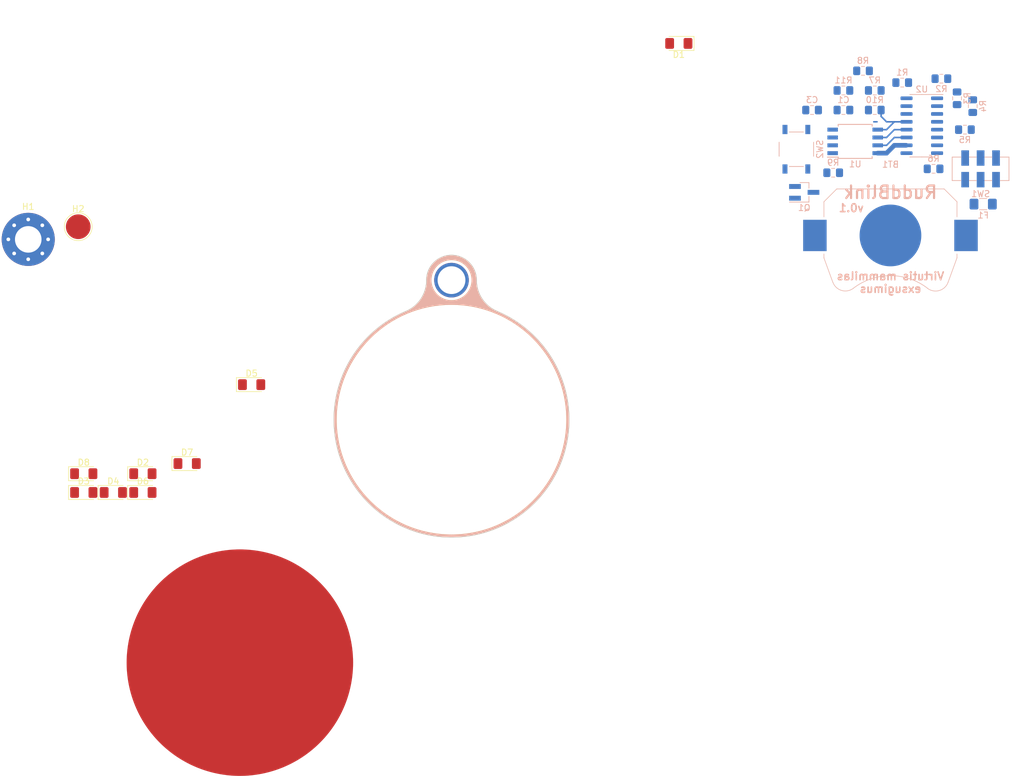
<source format=kicad_pcb>
(kicad_pcb (version 20171130) (host pcbnew "(5.1.2)-1")

  (general
    (thickness 1.6)
    (drawings 44)
    (tracks 17)
    (zones 0)
    (modules 33)
    (nets 35)
  )

  (page A)
  (title_block
    (title "Ruddock House PCB Crest")
    (date 2019-02-13)
    (rev A)
    (company "Ruddock House Electrical Engineering")
    (comment 1 "Ray Sun")
  )

  (layers
    (0 F.Cu signal)
    (31 B.Cu signal)
    (32 B.Adhes user)
    (33 F.Adhes user)
    (34 B.Paste user)
    (35 F.Paste user)
    (36 B.SilkS user)
    (37 F.SilkS user)
    (38 B.Mask user)
    (39 F.Mask user)
    (40 Dwgs.User user)
    (41 Cmts.User user)
    (42 Eco1.User user)
    (43 Eco2.User user)
    (44 Edge.Cuts user)
    (45 Margin user)
    (46 B.CrtYd user)
    (47 F.CrtYd user)
    (48 B.Fab user)
    (49 F.Fab user)
  )

  (setup
    (last_trace_width 0.254)
    (trace_clearance 0.2032)
    (zone_clearance 0.508)
    (zone_45_only no)
    (trace_min 0.2)
    (via_size 0.762)
    (via_drill 0.381)
    (via_min_size 0.4)
    (via_min_drill 0.3)
    (uvia_size 0.3)
    (uvia_drill 0.1)
    (uvias_allowed no)
    (uvia_min_size 0.2)
    (uvia_min_drill 0.1)
    (edge_width 0.1)
    (segment_width 0.5)
    (pcb_text_width 0.3)
    (pcb_text_size 1.5 1.5)
    (mod_edge_width 0.15)
    (mod_text_size 1 1)
    (mod_text_width 0.15)
    (pad_size 7.366 7.366)
    (pad_drill 5.334)
    (pad_to_mask_clearance 0.2)
    (solder_mask_min_width 0.25)
    (aux_axis_origin 0 0)
    (grid_origin 121.92 127)
    (visible_elements 7FFFFFFF)
    (pcbplotparams
      (layerselection 0x010f0_ffffffff)
      (usegerberextensions true)
      (usegerberattributes false)
      (usegerberadvancedattributes false)
      (creategerberjobfile false)
      (excludeedgelayer true)
      (linewidth 0.100000)
      (plotframeref false)
      (viasonmask false)
      (mode 1)
      (useauxorigin false)
      (hpglpennumber 1)
      (hpglpenspeed 20)
      (hpglpendiameter 15.000000)
      (psnegative false)
      (psa4output false)
      (plotreference true)
      (plotvalue true)
      (plotinvisibletext false)
      (padsonsilk false)
      (subtractmaskfromsilk false)
      (outputformat 1)
      (mirror false)
      (drillshape 0)
      (scaleselection 1)
      (outputdirectory "gerber/"))
  )

  (net 0 "")
  (net 1 GND)
  (net 2 "Net-(D1-Pad2)")
  (net 3 "Net-(D2-Pad2)")
  (net 4 "Net-(D3-Pad2)")
  (net 5 "Net-(D4-Pad2)")
  (net 6 "Net-(D5-Pad2)")
  (net 7 "Net-(D6-Pad2)")
  (net 8 "Net-(D7-Pad2)")
  (net 9 "Net-(D8-Pad2)")
  (net 10 "Net-(F1-Pad2)")
  (net 11 "Net-(SW1-Pad3)")
  (net 12 "Net-(U2-Pad9)")
  (net 13 /BAT+)
  (net 14 /BAT-)
  (net 15 /USER)
  (net 16 /RESET)
  (net 17 /SER)
  (net 18 /~OE)
  (net 19 /RCLK)
  (net 20 /SRCLK)
  (net 21 VDD)
  (net 22 /LED1)
  (net 23 /LED2)
  (net 24 /LED3)
  (net 25 /LED4)
  (net 26 /LED5)
  (net 27 /LED6)
  (net 28 /LED7)
  (net 29 /LED8)
  (net 30 "Net-(H1-Pad1)")
  (net 31 "Net-(H2-Pad1)")
  (net 32 "Net-(SW1-Pad6)")
  (net 33 "Net-(SW1-Pad5)")
  (net 34 "Net-(SW1-Pad4)")

  (net_class Default "This is the default net class."
    (clearance 0.2032)
    (trace_width 0.254)
    (via_dia 0.762)
    (via_drill 0.381)
    (uvia_dia 0.3)
    (uvia_drill 0.1)
    (add_net /LED1)
    (add_net /LED2)
    (add_net /LED3)
    (add_net /LED4)
    (add_net /LED5)
    (add_net /LED6)
    (add_net /LED7)
    (add_net /LED8)
    (add_net /RCLK)
    (add_net /RESET)
    (add_net /SER)
    (add_net /SRCLK)
    (add_net /USER)
    (add_net /~OE)
    (add_net "Net-(D1-Pad2)")
    (add_net "Net-(D2-Pad2)")
    (add_net "Net-(D3-Pad2)")
    (add_net "Net-(D4-Pad2)")
    (add_net "Net-(D5-Pad2)")
    (add_net "Net-(D6-Pad2)")
    (add_net "Net-(D7-Pad2)")
    (add_net "Net-(D8-Pad2)")
    (add_net "Net-(F1-Pad2)")
    (add_net "Net-(H1-Pad1)")
    (add_net "Net-(H2-Pad1)")
    (add_net "Net-(SW1-Pad3)")
    (add_net "Net-(SW1-Pad4)")
    (add_net "Net-(SW1-Pad5)")
    (add_net "Net-(SW1-Pad6)")
    (add_net "Net-(U2-Pad9)")
  )

  (net_class Power ""
    (clearance 0.381)
    (trace_width 0.762)
    (via_dia 1.016)
    (via_drill 0.508)
    (uvia_dia 0.3)
    (uvia_drill 0.1)
    (add_net /BAT+)
    (add_net /BAT-)
    (add_net GND)
    (add_net VDD)
  )

  (module ruddock-crest-blinky:SW_SPDT_CK-JS202011JCQN (layer B.Cu) (tedit 5D4BC28D) (tstamp 5D4C46E3)
    (at 226.695 67.31)
    (descr http://www.ckswitches.com/media/1422/js.pdf)
    (tags "switch spdt")
    (path /5D4BE52D)
    (attr smd)
    (fp_text reference SW1 (at 0 4.064) (layer B.SilkS)
      (effects (font (size 1 1) (thickness 0.15)) (justify mirror))
    )
    (fp_text value JS202011JCQN (at 0 0) (layer B.Fab) hide
      (effects (font (size 1 1) (thickness 0.15)) (justify mirror))
    )
    (fp_line (start 3.444 -3.302) (end -3.556 -3.302) (layer B.CrtYd) (width 0.05))
    (fp_line (start 3.5 -3.302) (end 3.5 -2.25) (layer B.CrtYd) (width 0.05))
    (fp_line (start -3.5 -2.25) (end -3.5 -3.302) (layer B.CrtYd) (width 0.05))
    (fp_line (start 5 -2.25) (end 3.5 -2.25) (layer B.CrtYd) (width 0.05))
    (fp_line (start -3.5 -2.25) (end -5 -2.25) (layer B.CrtYd) (width 0.05))
    (fp_line (start -4.5 -1.8) (end 4.5 -1.8) (layer B.Fab) (width 0.1))
    (fp_line (start 3.2 -1.9) (end 4.6 -1.9) (layer B.SilkS) (width 0.12))
    (fp_line (start 1.8 -1.9) (end 0.7 -1.9) (layer B.SilkS) (width 0.12))
    (fp_line (start -0.7 -1.9) (end -1.8 -1.9) (layer B.SilkS) (width 0.12))
    (fp_line (start -4.6 -1.9) (end -3.2 -1.9) (layer B.SilkS) (width 0.12))
    (fp_line (start -5 2.25) (end -5 2.25) (layer B.CrtYd) (width 0.05))
    (fp_line (start -3.5 2.25) (end -5 2.25) (layer B.CrtYd) (width 0.05))
    (fp_line (start -3.5 3.302) (end -3.5 2.25) (layer B.CrtYd) (width 0.05))
    (fp_line (start 3.5 3.302) (end -3.5 3.302) (layer B.CrtYd) (width 0.05))
    (fp_line (start 3.5 2.25) (end 3.5 3.302) (layer B.CrtYd) (width 0.05))
    (fp_line (start 5 2.25) (end 3.5 2.25) (layer B.CrtYd) (width 0.05))
    (fp_line (start 5 -2.25) (end 5 2.25) (layer B.CrtYd) (width 0.05))
    (fp_line (start -5 2.25) (end -5 -2.25) (layer B.CrtYd) (width 0.05))
    (fp_line (start -1.8 1.9) (end -1.8 1.9) (layer B.SilkS) (width 0.12))
    (fp_line (start -0.7 1.9) (end -1.8 1.9) (layer B.SilkS) (width 0.12))
    (fp_line (start 0.7 1.9) (end 0.7 1.9) (layer B.SilkS) (width 0.12))
    (fp_line (start 1.8 1.9) (end 0.7 1.9) (layer B.SilkS) (width 0.12))
    (fp_line (start -4.6 1.9) (end -3.2 1.9) (layer B.SilkS) (width 0.12))
    (fp_line (start -4.6 -1.9) (end -4.6 1.9) (layer B.SilkS) (width 0.12))
    (fp_line (start 4.6 1.9) (end 4.6 -1.9) (layer B.SilkS) (width 0.12))
    (fp_line (start 3.2 1.9) (end 4.6 1.9) (layer B.SilkS) (width 0.12))
    (fp_text user %R (at 0 0) (layer B.Fab)
      (effects (font (size 1 1) (thickness 0.15)) (justify mirror))
    )
    (fp_line (start -4.5 1.8) (end -4.5 -1.8) (layer B.Fab) (width 0.1))
    (fp_line (start 4.5 1.8) (end 4.5 -1.8) (layer B.Fab) (width 0.1))
    (fp_line (start -4.5 1.8) (end 4.5 1.8) (layer B.Fab) (width 0.1))
    (pad 6 smd rect (at 2.5 -1.75) (size 1.25 2.5) (layers B.Cu B.Paste B.Mask)
      (net 32 "Net-(SW1-Pad6)"))
    (pad 5 smd rect (at 0 -1.75) (size 1.25 2.5) (layers B.Cu B.Paste B.Mask)
      (net 33 "Net-(SW1-Pad5)"))
    (pad 4 smd rect (at -2.5 -1.75) (size 1.25 2.5) (layers B.Cu B.Paste B.Mask Dwgs.User)
      (net 34 "Net-(SW1-Pad4)"))
    (pad 3 smd rect (at 2.5 1.75) (size 1.25 2.5) (layers B.Cu B.Paste B.Mask)
      (net 11 "Net-(SW1-Pad3)"))
    (pad 2 smd rect (at 0 1.75) (size 1.25 2.5) (layers B.Cu B.Paste B.Mask)
      (net 21 VDD))
    (pad 1 smd rect (at -2.5 1.75) (size 1.25 2.5) (layers B.Cu B.Paste B.Mask)
      (net 10 "Net-(F1-Pad2)"))
    (model ${KISYS3DMOD}/Button_Switch_SMD.3dshapes/SW_SPDT_CK-JS102011SAQN.wrl
      (at (xyz 0 0 0))
      (scale (xyz 1 1 1))
      (rotate (xyz 0 0 0))
    )
  )

  (module ruddock-crest-blinky:SW_SPST_PTS526 (layer B.Cu) (tedit 5D4A7058) (tstamp 5D4D23F7)
    (at 196.85 64.135 90)
    (descr "C&K Components SPST SMD PTS645 Series 6mm Tact Switch")
    (tags "SPST Button Switch")
    (path /5D1F3B7C)
    (attr smd)
    (fp_text reference SW2 (at 0 3.81 90) (layer B.SilkS)
      (effects (font (size 1 1) (thickness 0.15)) (justify mirror))
    )
    (fp_text value "PTS526 SK15 SMTR2 LFS " (at 0 -4.15 90) (layer B.Fab)
      (effects (font (size 1 1) (thickness 0.15)) (justify mirror))
    )
    (fp_circle (center 0 0) (end 1.75 0.05) (layer B.Fab) (width 0.1))
    (fp_line (start -1.143 -2.794) (end 1.143 -2.794) (layer B.SilkS) (width 0.12))
    (fp_line (start -2.794 1.143) (end -2.794 -1.143) (layer B.SilkS) (width 0.12))
    (fp_line (start -1.143 2.794) (end 1.143 2.794) (layer B.SilkS) (width 0.12))
    (fp_line (start 2.794 1.143) (end 2.794 -1.143) (layer B.SilkS) (width 0.12))
    (fp_line (start -4.064 3.048) (end 4.064 3.048) (layer B.CrtYd) (width 0.05))
    (fp_line (start -4.064 -3.048) (end 4.064 -3.048) (layer B.CrtYd) (width 0.05))
    (fp_line (start -4.064 3.048) (end -4.064 -3.048) (layer B.CrtYd) (width 0.05))
    (fp_line (start 4.064 -3.048) (end 4.064 3.048) (layer B.CrtYd) (width 0.05))
    (fp_line (start 3 3) (end -3 3) (layer B.Fab) (width 0.1))
    (fp_line (start 3 -3) (end 3 3) (layer B.Fab) (width 0.1))
    (fp_line (start -3 -3) (end 3 -3) (layer B.Fab) (width 0.1))
    (fp_line (start -3 3) (end -3 -3) (layer B.Fab) (width 0.1))
    (fp_text user %R (at 0 3.81 90) (layer B.Fab)
      (effects (font (size 1 1) (thickness 0.15)) (justify mirror))
    )
    (pad 2 smd rect (at 3.2 -1.85 90) (size 1.5 0.8) (layers B.Cu B.Paste B.Mask)
      (net 1 GND))
    (pad 1 smd rect (at 3.2 1.85 90) (size 1.5 0.8) (layers B.Cu B.Paste B.Mask)
      (net 15 /USER))
    (pad 1 smd rect (at -3.2 1.85 90) (size 1.5 0.8) (layers B.Cu B.Paste B.Mask)
      (net 15 /USER))
    (pad 2 smd rect (at -3.2 -1.85 90) (size 1.5 0.8) (layers B.Cu B.Paste B.Mask)
      (net 1 GND))
    (model ${KISYS3DMOD}/Button_Switch_SMD.3dshapes/SW_SPST_PTS645.wrl
      (at (xyz 0 0 0))
      (scale (xyz 1 1 1))
      (rotate (xyz 0 0 0))
    )
  )

  (module ruddock-crest-blinky:BatteryHolder_Keystone_3034_Wide (layer B.Cu) (tedit 5D4A6211) (tstamp 5D4C4A84)
    (at 212.09 78.105 180)
    (descr "Keystone 3034 SMD battery holder for 2020, 2025 and 2032 coincell batteries. http://www.keyelco.com/product-pdf.cfm?p=798")
    (tags "Keystone type 3034 coin cell retainer")
    (path /5D4B10F8)
    (attr smd)
    (fp_text reference BT1 (at 0 11.5) (layer B.SilkS)
      (effects (font (size 1 1) (thickness 0.15)) (justify mirror))
    )
    (fp_text value 3034 (at 0 -11.5) (layer B.Fab)
      (effects (font (size 1 1) (thickness 0.15)) (justify mirror))
    )
    (fp_line (start 14.478 -2.79) (end 14.478 2.79) (layer B.CrtYd) (width 0.05))
    (fp_line (start 10.88 -2.79) (end 14.478 -2.79) (layer B.CrtYd) (width 0.05))
    (fp_line (start 10.88 -3.64) (end 10.88 -2.79) (layer B.CrtYd) (width 0.05))
    (fp_line (start 9.43 -7.63) (end 10.88 -3.64) (layer B.CrtYd) (width 0.05))
    (fp_arc (start 7.31 -6.85) (end 5.96 -8.64) (angle 106.9) (layer B.CrtYd) (width 0.05))
    (fp_arc (start 0 0) (end -5.96 -8.64) (angle 69.1) (layer B.CrtYd) (width 0.05))
    (fp_arc (start -7.31 -6.85) (end -9.43 -7.62) (angle 106.9) (layer B.CrtYd) (width 0.05))
    (fp_line (start -10.88 -3.64) (end -9.44 -7.62) (layer B.CrtYd) (width 0.05))
    (fp_line (start -10.88 -2.79) (end -10.88 -3.64) (layer B.CrtYd) (width 0.05))
    (fp_line (start -14.478 -2.794) (end -10.88 -2.79) (layer B.CrtYd) (width 0.05))
    (fp_line (start -14.478 2.79) (end -14.478 -2.79) (layer B.CrtYd) (width 0.05))
    (fp_line (start -10.88 2.79) (end -14.478 2.794) (layer B.CrtYd) (width 0.05))
    (fp_line (start -10.88 5.5) (end -10.88 2.79) (layer B.CrtYd) (width 0.05))
    (fp_line (start -8.74 7.64) (end -10.88 5.5) (layer B.CrtYd) (width 0.05))
    (fp_line (start -7.2 7.64) (end -8.74 7.64) (layer B.CrtYd) (width 0.05))
    (fp_arc (start 0 0) (end 7.2 7.64) (angle 86.6) (layer B.CrtYd) (width 0.05))
    (fp_line (start 8.74 7.64) (end 7.2 7.64) (layer B.CrtYd) (width 0.05))
    (fp_line (start 10.88 5.5) (end 8.74 7.64) (layer B.CrtYd) (width 0.05))
    (fp_line (start 10.88 2.79) (end 10.88 5.5) (layer B.CrtYd) (width 0.05))
    (fp_line (start 14.478 2.79) (end 10.88 2.79) (layer B.CrtYd) (width 0.05))
    (fp_arc (start -7.31 -6.85) (end -9.19 -7.53) (angle 107.5) (layer B.Fab) (width 0.1))
    (fp_arc (start 0 -16.36) (end 6.1 -8.43) (angle 75.1) (layer B.Fab) (width 0.1))
    (fp_arc (start 7.31 -6.85) (end 6.1 -8.43) (angle 107.5) (layer B.Fab) (width 0.1))
    (fp_line (start 10.63 -3.6) (end 9.19 -7.53) (layer B.Fab) (width 0.1))
    (fp_line (start 10.63 5.4) (end 10.63 -3.6) (layer B.Fab) (width 0.1))
    (fp_line (start 8.64 7.39) (end 10.63 5.4) (layer B.Fab) (width 0.1))
    (fp_line (start -8.64 7.39) (end 8.64 7.39) (layer B.Fab) (width 0.1))
    (fp_line (start -10.63 5.4) (end -8.64 7.39) (layer B.Fab) (width 0.1))
    (fp_line (start -10.63 -3.6) (end -10.63 5.4) (layer B.Fab) (width 0.1))
    (fp_line (start -9.19 -7.53) (end -10.63 -3.6) (layer B.Fab) (width 0.1))
    (fp_line (start 10.78 -3) (end 10.78 -3.63) (layer B.SilkS) (width 0.1))
    (fp_line (start 10.78 5.46) (end 10.78 3) (layer B.SilkS) (width 0.1))
    (fp_line (start -10.78 -3) (end -10.78 -3.63) (layer B.SilkS) (width 0.1))
    (fp_line (start -10.78 5.46) (end -10.78 3) (layer B.SilkS) (width 0.1))
    (fp_arc (start 7.31 -6.85) (end 6 -8.55) (angle 107.5) (layer B.SilkS) (width 0.1))
    (fp_line (start 10.78 -3.63) (end 9.34 -7.58) (layer B.SilkS) (width 0.1))
    (fp_line (start 8.7 7.54) (end 10.78 5.46) (layer B.SilkS) (width 0.1))
    (fp_line (start 8.7 7.54) (end -8.7 7.54) (layer B.SilkS) (width 0.1))
    (fp_line (start -8.7 7.54) (end -10.78 5.46) (layer B.SilkS) (width 0.1))
    (fp_line (start -10.78 -3.63) (end -9.34 -7.58) (layer B.SilkS) (width 0.1))
    (fp_arc (start -7.31 -6.85) (end -9.34 -7.58) (angle 107.5) (layer B.SilkS) (width 0.1))
    (fp_arc (start 0 -16.36) (end 6 -8.55) (angle 75.1) (layer B.SilkS) (width 0.1))
    (fp_circle (center 0 0) (end 0 -10.25) (layer Dwgs.User) (width 0.15))
    (fp_text user %R (at 0 2.9) (layer B.Fab)
      (effects (font (size 1 1) (thickness 0.15)) (justify mirror))
    )
    (pad 1 smd rect (at -12.2428 0 180) (size 3.81 5.08) (layers B.Cu B.Paste B.Mask)
      (net 13 /BAT+))
    (pad 1 smd rect (at 12.2428 0 180) (size 3.81 5.08) (layers B.Cu B.Paste B.Mask)
      (net 13 /BAT+))
    (pad 2 smd circle (at 0 0 180) (size 10 10) (layers B.Cu B.Paste B.Mask)
      (net 14 /BAT-))
    (model ${KISYS3DMOD}/Battery.3dshapes/BatteryHolder_Keystone_3034_1x20mm.wrl
      (at (xyz 0 0 0))
      (scale (xyz 1 1 1))
      (rotate (xyz 0 0 0))
    )
  )

  (module Package_SO:SOIJ-8_5.3x5.3mm_P1.27mm (layer B.Cu) (tedit 5A02F2D3) (tstamp 5D4D1C8A)
    (at 206.375 62.865)
    (descr "8-Lead Plastic Small Outline (SM) - Medium, 5.28 mm Body [SOIC] (see Microchip Packaging Specification 00000049BS.pdf)")
    (tags "SOIC 1.27")
    (path /5D1F0F26)
    (attr smd)
    (fp_text reference U1 (at 0 3.68) (layer B.SilkS)
      (effects (font (size 1 1) (thickness 0.15)) (justify mirror))
    )
    (fp_text value ATtiny85-20SU (at 0 -3.68) (layer B.Fab)
      (effects (font (size 1 1) (thickness 0.15)) (justify mirror))
    )
    (fp_text user %R (at 0 0) (layer B.Fab)
      (effects (font (size 1 1) (thickness 0.15)) (justify mirror))
    )
    (fp_line (start -1.65 2.65) (end 2.65 2.65) (layer B.Fab) (width 0.15))
    (fp_line (start 2.65 2.65) (end 2.65 -2.65) (layer B.Fab) (width 0.15))
    (fp_line (start 2.65 -2.65) (end -2.65 -2.65) (layer B.Fab) (width 0.15))
    (fp_line (start -2.65 -2.65) (end -2.65 1.65) (layer B.Fab) (width 0.15))
    (fp_line (start -2.65 1.65) (end -1.65 2.65) (layer B.Fab) (width 0.15))
    (fp_line (start -4.75 2.95) (end -4.75 -2.95) (layer B.CrtYd) (width 0.05))
    (fp_line (start 4.75 2.95) (end 4.75 -2.95) (layer B.CrtYd) (width 0.05))
    (fp_line (start -4.75 2.95) (end 4.75 2.95) (layer B.CrtYd) (width 0.05))
    (fp_line (start -4.75 -2.95) (end 4.75 -2.95) (layer B.CrtYd) (width 0.05))
    (fp_line (start -2.75 2.755) (end -2.75 2.55) (layer B.SilkS) (width 0.15))
    (fp_line (start 2.75 2.755) (end 2.75 2.455) (layer B.SilkS) (width 0.15))
    (fp_line (start 2.75 -2.755) (end 2.75 -2.455) (layer B.SilkS) (width 0.15))
    (fp_line (start -2.75 -2.755) (end -2.75 -2.455) (layer B.SilkS) (width 0.15))
    (fp_line (start -2.75 2.755) (end 2.75 2.755) (layer B.SilkS) (width 0.15))
    (fp_line (start -2.75 -2.755) (end 2.75 -2.755) (layer B.SilkS) (width 0.15))
    (fp_line (start -2.75 2.55) (end -4.5 2.55) (layer B.SilkS) (width 0.15))
    (pad 1 smd rect (at -3.65 1.905) (size 1.7 0.65) (layers B.Cu B.Paste B.Mask)
      (net 16 /RESET))
    (pad 2 smd rect (at -3.65 0.635) (size 1.7 0.65) (layers B.Cu B.Paste B.Mask)
      (net 17 /SER))
    (pad 3 smd rect (at -3.65 -0.635) (size 1.7 0.65) (layers B.Cu B.Paste B.Mask)
      (net 15 /USER))
    (pad 4 smd rect (at -3.65 -1.905) (size 1.7 0.65) (layers B.Cu B.Paste B.Mask)
      (net 1 GND))
    (pad 5 smd rect (at 3.65 -1.905) (size 1.7 0.65) (layers B.Cu B.Paste B.Mask)
      (net 18 /~OE))
    (pad 6 smd rect (at 3.65 -0.635) (size 1.7 0.65) (layers B.Cu B.Paste B.Mask)
      (net 19 /RCLK))
    (pad 7 smd rect (at 3.65 0.635) (size 1.7 0.65) (layers B.Cu B.Paste B.Mask)
      (net 20 /SRCLK))
    (pad 8 smd rect (at 3.65 1.905) (size 1.7 0.65) (layers B.Cu B.Paste B.Mask)
      (net 21 VDD))
    (model ${KISYS3DMOD}/Package_SO.3dshapes/SOIJ-8_5.3x5.3mm_P1.27mm.wrl
      (at (xyz 0 0 0))
      (scale (xyz 1 1 1))
      (rotate (xyz 0 0 0))
    )
  )

  (module Resistor_SMD:R_0805_2012Metric_Pad1.15x1.40mm_HandSolder (layer B.Cu) (tedit 5B36C52B) (tstamp 5D481BF4)
    (at 209.55 57.785 180)
    (descr "Resistor SMD 0805 (2012 Metric), square (rectangular) end terminal, IPC_7351 nominal with elongated pad for handsoldering. (Body size source: https://docs.google.com/spreadsheets/d/1BsfQQcO9C6DZCsRaXUlFlo91Tg2WpOkGARC1WS5S8t0/edit?usp=sharing), generated with kicad-footprint-generator")
    (tags "resistor handsolder")
    (path /5D40079B)
    (attr smd)
    (fp_text reference R10 (at 0 1.65) (layer B.SilkS)
      (effects (font (size 1 1) (thickness 0.15)) (justify mirror))
    )
    (fp_text value 10K (at 0 -1.65) (layer B.Fab)
      (effects (font (size 1 1) (thickness 0.15)) (justify mirror))
    )
    (fp_text user %R (at 0 0) (layer B.Fab)
      (effects (font (size 0.5 0.5) (thickness 0.08)) (justify mirror))
    )
    (fp_line (start 1.85 -0.95) (end -1.85 -0.95) (layer B.CrtYd) (width 0.05))
    (fp_line (start 1.85 0.95) (end 1.85 -0.95) (layer B.CrtYd) (width 0.05))
    (fp_line (start -1.85 0.95) (end 1.85 0.95) (layer B.CrtYd) (width 0.05))
    (fp_line (start -1.85 -0.95) (end -1.85 0.95) (layer B.CrtYd) (width 0.05))
    (fp_line (start -0.261252 -0.71) (end 0.261252 -0.71) (layer B.SilkS) (width 0.12))
    (fp_line (start -0.261252 0.71) (end 0.261252 0.71) (layer B.SilkS) (width 0.12))
    (fp_line (start 1 -0.6) (end -1 -0.6) (layer B.Fab) (width 0.1))
    (fp_line (start 1 0.6) (end 1 -0.6) (layer B.Fab) (width 0.1))
    (fp_line (start -1 0.6) (end 1 0.6) (layer B.Fab) (width 0.1))
    (fp_line (start -1 -0.6) (end -1 0.6) (layer B.Fab) (width 0.1))
    (pad 2 smd roundrect (at 1.025 0 180) (size 1.15 1.4) (layers B.Cu B.Paste B.Mask) (roundrect_rratio 0.217391)
      (net 1 GND))
    (pad 1 smd roundrect (at -1.025 0 180) (size 1.15 1.4) (layers B.Cu B.Paste B.Mask) (roundrect_rratio 0.217391)
      (net 18 /~OE))
    (model ${KISYS3DMOD}/Resistor_SMD.3dshapes/R_0805_2012Metric.wrl
      (at (xyz 0 0 0))
      (scale (xyz 1 1 1))
      (rotate (xyz 0 0 0))
    )
  )

  (module Package_TO_SOT_SMD:SOT-23_Handsoldering (layer B.Cu) (tedit 5A0AB76C) (tstamp 5D21DE6D)
    (at 198.12 71.12)
    (descr "SOT-23, Handsoldering")
    (tags SOT-23)
    (path /5D21AC3E)
    (attr smd)
    (fp_text reference Q1 (at 0 2.5) (layer B.SilkS)
      (effects (font (size 1 1) (thickness 0.15)) (justify mirror))
    )
    (fp_text value " IRFML8244" (at 0 -2.5) (layer B.Fab)
      (effects (font (size 1 1) (thickness 0.15)) (justify mirror))
    )
    (fp_line (start 0.76 -1.58) (end -0.7 -1.58) (layer B.SilkS) (width 0.12))
    (fp_line (start -0.7 -1.52) (end 0.7 -1.52) (layer B.Fab) (width 0.1))
    (fp_line (start 0.7 1.52) (end 0.7 -1.52) (layer B.Fab) (width 0.1))
    (fp_line (start -0.7 0.95) (end -0.15 1.52) (layer B.Fab) (width 0.1))
    (fp_line (start -0.15 1.52) (end 0.7 1.52) (layer B.Fab) (width 0.1))
    (fp_line (start -0.7 0.95) (end -0.7 -1.5) (layer B.Fab) (width 0.1))
    (fp_line (start 0.76 1.58) (end -2.4 1.58) (layer B.SilkS) (width 0.12))
    (fp_line (start -2.7 -1.75) (end -2.7 1.75) (layer B.CrtYd) (width 0.05))
    (fp_line (start 2.7 -1.75) (end -2.7 -1.75) (layer B.CrtYd) (width 0.05))
    (fp_line (start 2.7 1.75) (end 2.7 -1.75) (layer B.CrtYd) (width 0.05))
    (fp_line (start -2.7 1.75) (end 2.7 1.75) (layer B.CrtYd) (width 0.05))
    (fp_line (start 0.76 1.58) (end 0.76 0.65) (layer B.SilkS) (width 0.12))
    (fp_line (start 0.76 -1.58) (end 0.76 -0.65) (layer B.SilkS) (width 0.12))
    (fp_text user %R (at 0 0 -90) (layer B.Fab)
      (effects (font (size 0.5 0.5) (thickness 0.075)) (justify mirror))
    )
    (pad 3 smd rect (at 1.5 0) (size 1.9 0.8) (layers B.Cu B.Paste B.Mask)
      (net 14 /BAT-))
    (pad 2 smd rect (at -1.5 -0.95) (size 1.9 0.8) (layers B.Cu B.Paste B.Mask)
      (net 1 GND))
    (pad 1 smd rect (at -1.5 0.95) (size 1.9 0.8) (layers B.Cu B.Paste B.Mask)
      (net 21 VDD))
    (model ${KISYS3DMOD}/Package_TO_SOT_SMD.3dshapes/SOT-23.wrl
      (at (xyz 0 0 0))
      (scale (xyz 1 1 1))
      (rotate (xyz 0 0 0))
    )
  )

  (module TestPoint:TestPoint_Pad_D4.0mm (layer F.Cu) (tedit 5A0F774F) (tstamp 5D35B19E)
    (at 80.49 76.69)
    (descr "SMD pad as test Point, diameter 4.0mm")
    (tags "test point SMD pad")
    (path /5D36D0D1)
    (attr virtual)
    (fp_text reference H2 (at 0 -2.898) (layer F.SilkS)
      (effects (font (size 1 1) (thickness 0.15)))
    )
    (fp_text value CREST (at 0 3.1) (layer F.Fab)
      (effects (font (size 1 1) (thickness 0.15)))
    )
    (fp_circle (center 0 0) (end 0 2.25) (layer F.SilkS) (width 0.12))
    (fp_circle (center 0 0) (end 2.5 0) (layer F.CrtYd) (width 0.05))
    (fp_text user %R (at 0 -2.9) (layer F.Fab)
      (effects (font (size 1 1) (thickness 0.15)))
    )
    (pad 1 smd circle (at 0 0) (size 4 4) (layers F.Cu F.Mask)
      (net 31 "Net-(H2-Pad1)"))
  )

  (module MountingHole:MountingHole_4.3mm_M4_Pad_Via (layer F.Cu) (tedit 56DDBFD7) (tstamp 5D35B196)
    (at 72.39 78.74)
    (descr "Mounting Hole 4.3mm, M4")
    (tags "mounting hole 4.3mm m4")
    (path /5D373C5F)
    (attr virtual)
    (fp_text reference H1 (at 0 -5.3) (layer F.SilkS)
      (effects (font (size 1 1) (thickness 0.15)))
    )
    (fp_text value KEYHOLE (at 0 5.3) (layer F.Fab)
      (effects (font (size 1 1) (thickness 0.15)))
    )
    (fp_circle (center 0 0) (end 4.55 0) (layer F.CrtYd) (width 0.05))
    (fp_circle (center 0 0) (end 4.3 0) (layer Cmts.User) (width 0.15))
    (fp_text user %R (at 0.3 0) (layer F.Fab)
      (effects (font (size 1 1) (thickness 0.15)))
    )
    (pad 1 thru_hole circle (at 2.280419 -2.280419) (size 0.9 0.9) (drill 0.6) (layers *.Cu *.Mask)
      (net 30 "Net-(H1-Pad1)"))
    (pad 1 thru_hole circle (at 0 -3.225) (size 0.9 0.9) (drill 0.6) (layers *.Cu *.Mask)
      (net 30 "Net-(H1-Pad1)"))
    (pad 1 thru_hole circle (at -2.280419 -2.280419) (size 0.9 0.9) (drill 0.6) (layers *.Cu *.Mask)
      (net 30 "Net-(H1-Pad1)"))
    (pad 1 thru_hole circle (at -3.225 0) (size 0.9 0.9) (drill 0.6) (layers *.Cu *.Mask)
      (net 30 "Net-(H1-Pad1)"))
    (pad 1 thru_hole circle (at -2.280419 2.280419) (size 0.9 0.9) (drill 0.6) (layers *.Cu *.Mask)
      (net 30 "Net-(H1-Pad1)"))
    (pad 1 thru_hole circle (at 0 3.225) (size 0.9 0.9) (drill 0.6) (layers *.Cu *.Mask)
      (net 30 "Net-(H1-Pad1)"))
    (pad 1 thru_hole circle (at 2.280419 2.280419) (size 0.9 0.9) (drill 0.6) (layers *.Cu *.Mask)
      (net 30 "Net-(H1-Pad1)"))
    (pad 1 thru_hole circle (at 3.225 0) (size 0.9 0.9) (drill 0.6) (layers *.Cu *.Mask)
      (net 30 "Net-(H1-Pad1)"))
    (pad 1 thru_hole circle (at 0 0) (size 8.6 8.6) (drill 4.3) (layers *.Cu *.Mask)
      (net 30 "Net-(H1-Pad1)"))
  )

  (module LED_SMD:LED_1206_3216Metric_Pad1.42x1.75mm_HandSolder (layer F.Cu) (tedit 5B4B45C9) (tstamp 5D21DE24)
    (at 81.385 116.70603)
    (descr "LED SMD 1206 (3216 Metric), square (rectangular) end terminal, IPC_7351 nominal, (Body size source: http://www.tortai-tech.com/upload/download/2011102023233369053.pdf), generated with kicad-footprint-generator")
    (tags "LED handsolder")
    (path /5D1FB03E)
    (attr smd)
    (fp_text reference D8 (at 0 -1.82) (layer F.SilkS)
      (effects (font (size 1 1) (thickness 0.15)))
    )
    (fp_text value " 150120BS75000 " (at 0 1.82) (layer F.Fab)
      (effects (font (size 1 1) (thickness 0.15)))
    )
    (fp_text user %R (at 0 0) (layer F.Fab)
      (effects (font (size 0.8 0.8) (thickness 0.12)))
    )
    (fp_line (start 2.45 1.12) (end -2.45 1.12) (layer F.CrtYd) (width 0.05))
    (fp_line (start 2.45 -1.12) (end 2.45 1.12) (layer F.CrtYd) (width 0.05))
    (fp_line (start -2.45 -1.12) (end 2.45 -1.12) (layer F.CrtYd) (width 0.05))
    (fp_line (start -2.45 1.12) (end -2.45 -1.12) (layer F.CrtYd) (width 0.05))
    (fp_line (start -2.46 1.135) (end 1.6 1.135) (layer F.SilkS) (width 0.12))
    (fp_line (start -2.46 -1.135) (end -2.46 1.135) (layer F.SilkS) (width 0.12))
    (fp_line (start 1.6 -1.135) (end -2.46 -1.135) (layer F.SilkS) (width 0.12))
    (fp_line (start 1.6 0.8) (end 1.6 -0.8) (layer F.Fab) (width 0.1))
    (fp_line (start -1.6 0.8) (end 1.6 0.8) (layer F.Fab) (width 0.1))
    (fp_line (start -1.6 -0.4) (end -1.6 0.8) (layer F.Fab) (width 0.1))
    (fp_line (start -1.2 -0.8) (end -1.6 -0.4) (layer F.Fab) (width 0.1))
    (fp_line (start 1.6 -0.8) (end -1.2 -0.8) (layer F.Fab) (width 0.1))
    (pad 2 smd roundrect (at 1.4875 0) (size 1.425 1.75) (layers F.Cu F.Paste F.Mask) (roundrect_rratio 0.175439)
      (net 9 "Net-(D8-Pad2)"))
    (pad 1 smd roundrect (at -1.4875 0) (size 1.425 1.75) (layers F.Cu F.Paste F.Mask) (roundrect_rratio 0.175439)
      (net 1 GND))
    (model ${KISYS3DMOD}/LED_SMD.3dshapes/LED_1206_3216Metric.wrl
      (at (xyz 0 0 0))
      (scale (xyz 1 1 1))
      (rotate (xyz 0 0 0))
    )
  )

  (module LED_SMD:LED_1206_3216Metric_Pad1.42x1.75mm_HandSolder (layer F.Cu) (tedit 5B4B45C9) (tstamp 5D21DE11)
    (at 98.135 115.06603)
    (descr "LED SMD 1206 (3216 Metric), square (rectangular) end terminal, IPC_7351 nominal, (Body size source: http://www.tortai-tech.com/upload/download/2011102023233369053.pdf), generated with kicad-footprint-generator")
    (tags "LED handsolder")
    (path /5D1FAB62)
    (attr smd)
    (fp_text reference D7 (at 0 -1.82) (layer F.SilkS)
      (effects (font (size 1 1) (thickness 0.15)))
    )
    (fp_text value " 150120BS75000 " (at 0 1.82) (layer F.Fab)
      (effects (font (size 1 1) (thickness 0.15)))
    )
    (fp_text user %R (at 0 0) (layer F.Fab)
      (effects (font (size 0.8 0.8) (thickness 0.12)))
    )
    (fp_line (start 2.45 1.12) (end -2.45 1.12) (layer F.CrtYd) (width 0.05))
    (fp_line (start 2.45 -1.12) (end 2.45 1.12) (layer F.CrtYd) (width 0.05))
    (fp_line (start -2.45 -1.12) (end 2.45 -1.12) (layer F.CrtYd) (width 0.05))
    (fp_line (start -2.45 1.12) (end -2.45 -1.12) (layer F.CrtYd) (width 0.05))
    (fp_line (start -2.46 1.135) (end 1.6 1.135) (layer F.SilkS) (width 0.12))
    (fp_line (start -2.46 -1.135) (end -2.46 1.135) (layer F.SilkS) (width 0.12))
    (fp_line (start 1.6 -1.135) (end -2.46 -1.135) (layer F.SilkS) (width 0.12))
    (fp_line (start 1.6 0.8) (end 1.6 -0.8) (layer F.Fab) (width 0.1))
    (fp_line (start -1.6 0.8) (end 1.6 0.8) (layer F.Fab) (width 0.1))
    (fp_line (start -1.6 -0.4) (end -1.6 0.8) (layer F.Fab) (width 0.1))
    (fp_line (start -1.2 -0.8) (end -1.6 -0.4) (layer F.Fab) (width 0.1))
    (fp_line (start 1.6 -0.8) (end -1.2 -0.8) (layer F.Fab) (width 0.1))
    (pad 2 smd roundrect (at 1.4875 0) (size 1.425 1.75) (layers F.Cu F.Paste F.Mask) (roundrect_rratio 0.175439)
      (net 8 "Net-(D7-Pad2)"))
    (pad 1 smd roundrect (at -1.4875 0) (size 1.425 1.75) (layers F.Cu F.Paste F.Mask) (roundrect_rratio 0.175439)
      (net 1 GND))
    (model ${KISYS3DMOD}/LED_SMD.3dshapes/LED_1206_3216Metric.wrl
      (at (xyz 0 0 0))
      (scale (xyz 1 1 1))
      (rotate (xyz 0 0 0))
    )
  )

  (module LED_SMD:LED_1206_3216Metric_Pad1.42x1.75mm_HandSolder (layer F.Cu) (tedit 5B4B45C9) (tstamp 5D21DDFE)
    (at 90.965 119.74603)
    (descr "LED SMD 1206 (3216 Metric), square (rectangular) end terminal, IPC_7351 nominal, (Body size source: http://www.tortai-tech.com/upload/download/2011102023233369053.pdf), generated with kicad-footprint-generator")
    (tags "LED handsolder")
    (path /5D1FA68B)
    (attr smd)
    (fp_text reference D6 (at 0 -1.82) (layer F.SilkS)
      (effects (font (size 1 1) (thickness 0.15)))
    )
    (fp_text value " 150120BS75000 " (at 0 1.82) (layer F.Fab)
      (effects (font (size 1 1) (thickness 0.15)))
    )
    (fp_text user %R (at 0 0) (layer F.Fab)
      (effects (font (size 0.8 0.8) (thickness 0.12)))
    )
    (fp_line (start 2.45 1.12) (end -2.45 1.12) (layer F.CrtYd) (width 0.05))
    (fp_line (start 2.45 -1.12) (end 2.45 1.12) (layer F.CrtYd) (width 0.05))
    (fp_line (start -2.45 -1.12) (end 2.45 -1.12) (layer F.CrtYd) (width 0.05))
    (fp_line (start -2.45 1.12) (end -2.45 -1.12) (layer F.CrtYd) (width 0.05))
    (fp_line (start -2.46 1.135) (end 1.6 1.135) (layer F.SilkS) (width 0.12))
    (fp_line (start -2.46 -1.135) (end -2.46 1.135) (layer F.SilkS) (width 0.12))
    (fp_line (start 1.6 -1.135) (end -2.46 -1.135) (layer F.SilkS) (width 0.12))
    (fp_line (start 1.6 0.8) (end 1.6 -0.8) (layer F.Fab) (width 0.1))
    (fp_line (start -1.6 0.8) (end 1.6 0.8) (layer F.Fab) (width 0.1))
    (fp_line (start -1.6 -0.4) (end -1.6 0.8) (layer F.Fab) (width 0.1))
    (fp_line (start -1.2 -0.8) (end -1.6 -0.4) (layer F.Fab) (width 0.1))
    (fp_line (start 1.6 -0.8) (end -1.2 -0.8) (layer F.Fab) (width 0.1))
    (pad 2 smd roundrect (at 1.4875 0) (size 1.425 1.75) (layers F.Cu F.Paste F.Mask) (roundrect_rratio 0.175439)
      (net 7 "Net-(D6-Pad2)"))
    (pad 1 smd roundrect (at -1.4875 0) (size 1.425 1.75) (layers F.Cu F.Paste F.Mask) (roundrect_rratio 0.175439)
      (net 1 GND))
    (model ${KISYS3DMOD}/LED_SMD.3dshapes/LED_1206_3216Metric.wrl
      (at (xyz 0 0 0))
      (scale (xyz 1 1 1))
      (rotate (xyz 0 0 0))
    )
  )

  (module LED_SMD:LED_1206_3216Metric_Pad1.42x1.75mm_HandSolder (layer F.Cu) (tedit 5B4B45C9) (tstamp 5D21DDEB)
    (at 108.585 102.27603)
    (descr "LED SMD 1206 (3216 Metric), square (rectangular) end terminal, IPC_7351 nominal, (Body size source: http://www.tortai-tech.com/upload/download/2011102023233369053.pdf), generated with kicad-footprint-generator")
    (tags "LED handsolder")
    (path /5D1FA165)
    (attr smd)
    (fp_text reference D5 (at 0 -1.82) (layer F.SilkS)
      (effects (font (size 1 1) (thickness 0.15)))
    )
    (fp_text value " 150120BS75000 " (at 0 1.82) (layer F.Fab)
      (effects (font (size 1 1) (thickness 0.15)))
    )
    (fp_text user %R (at 0 0) (layer F.Fab)
      (effects (font (size 0.8 0.8) (thickness 0.12)))
    )
    (fp_line (start 2.45 1.12) (end -2.45 1.12) (layer F.CrtYd) (width 0.05))
    (fp_line (start 2.45 -1.12) (end 2.45 1.12) (layer F.CrtYd) (width 0.05))
    (fp_line (start -2.45 -1.12) (end 2.45 -1.12) (layer F.CrtYd) (width 0.05))
    (fp_line (start -2.45 1.12) (end -2.45 -1.12) (layer F.CrtYd) (width 0.05))
    (fp_line (start -2.46 1.135) (end 1.6 1.135) (layer F.SilkS) (width 0.12))
    (fp_line (start -2.46 -1.135) (end -2.46 1.135) (layer F.SilkS) (width 0.12))
    (fp_line (start 1.6 -1.135) (end -2.46 -1.135) (layer F.SilkS) (width 0.12))
    (fp_line (start 1.6 0.8) (end 1.6 -0.8) (layer F.Fab) (width 0.1))
    (fp_line (start -1.6 0.8) (end 1.6 0.8) (layer F.Fab) (width 0.1))
    (fp_line (start -1.6 -0.4) (end -1.6 0.8) (layer F.Fab) (width 0.1))
    (fp_line (start -1.2 -0.8) (end -1.6 -0.4) (layer F.Fab) (width 0.1))
    (fp_line (start 1.6 -0.8) (end -1.2 -0.8) (layer F.Fab) (width 0.1))
    (pad 2 smd roundrect (at 1.4875 0) (size 1.425 1.75) (layers F.Cu F.Paste F.Mask) (roundrect_rratio 0.175439)
      (net 6 "Net-(D5-Pad2)"))
    (pad 1 smd roundrect (at -1.4875 0) (size 1.425 1.75) (layers F.Cu F.Paste F.Mask) (roundrect_rratio 0.175439)
      (net 1 GND))
    (model ${KISYS3DMOD}/LED_SMD.3dshapes/LED_1206_3216Metric.wrl
      (at (xyz 0 0 0))
      (scale (xyz 1 1 1))
      (rotate (xyz 0 0 0))
    )
  )

  (module LED_SMD:LED_1206_3216Metric_Pad1.42x1.75mm_HandSolder (layer F.Cu) (tedit 5B4B45C9) (tstamp 5D21DDD8)
    (at 86.175 119.74603)
    (descr "LED SMD 1206 (3216 Metric), square (rectangular) end terminal, IPC_7351 nominal, (Body size source: http://www.tortai-tech.com/upload/download/2011102023233369053.pdf), generated with kicad-footprint-generator")
    (tags "LED handsolder")
    (path /5D1F9CAF)
    (attr smd)
    (fp_text reference D4 (at 0 -1.82) (layer F.SilkS)
      (effects (font (size 1 1) (thickness 0.15)))
    )
    (fp_text value " 150120BS75000 " (at 0 1.82) (layer F.Fab)
      (effects (font (size 1 1) (thickness 0.15)))
    )
    (fp_text user %R (at 0 0) (layer F.Fab)
      (effects (font (size 0.8 0.8) (thickness 0.12)))
    )
    (fp_line (start 2.45 1.12) (end -2.45 1.12) (layer F.CrtYd) (width 0.05))
    (fp_line (start 2.45 -1.12) (end 2.45 1.12) (layer F.CrtYd) (width 0.05))
    (fp_line (start -2.45 -1.12) (end 2.45 -1.12) (layer F.CrtYd) (width 0.05))
    (fp_line (start -2.45 1.12) (end -2.45 -1.12) (layer F.CrtYd) (width 0.05))
    (fp_line (start -2.46 1.135) (end 1.6 1.135) (layer F.SilkS) (width 0.12))
    (fp_line (start -2.46 -1.135) (end -2.46 1.135) (layer F.SilkS) (width 0.12))
    (fp_line (start 1.6 -1.135) (end -2.46 -1.135) (layer F.SilkS) (width 0.12))
    (fp_line (start 1.6 0.8) (end 1.6 -0.8) (layer F.Fab) (width 0.1))
    (fp_line (start -1.6 0.8) (end 1.6 0.8) (layer F.Fab) (width 0.1))
    (fp_line (start -1.6 -0.4) (end -1.6 0.8) (layer F.Fab) (width 0.1))
    (fp_line (start -1.2 -0.8) (end -1.6 -0.4) (layer F.Fab) (width 0.1))
    (fp_line (start 1.6 -0.8) (end -1.2 -0.8) (layer F.Fab) (width 0.1))
    (pad 2 smd roundrect (at 1.4875 0) (size 1.425 1.75) (layers F.Cu F.Paste F.Mask) (roundrect_rratio 0.175439)
      (net 5 "Net-(D4-Pad2)"))
    (pad 1 smd roundrect (at -1.4875 0) (size 1.425 1.75) (layers F.Cu F.Paste F.Mask) (roundrect_rratio 0.175439)
      (net 1 GND))
    (model ${KISYS3DMOD}/LED_SMD.3dshapes/LED_1206_3216Metric.wrl
      (at (xyz 0 0 0))
      (scale (xyz 1 1 1))
      (rotate (xyz 0 0 0))
    )
  )

  (module LED_SMD:LED_1206_3216Metric_Pad1.42x1.75mm_HandSolder (layer F.Cu) (tedit 5B4B45C9) (tstamp 5D21DDC5)
    (at 81.385 119.74603)
    (descr "LED SMD 1206 (3216 Metric), square (rectangular) end terminal, IPC_7351 nominal, (Body size source: http://www.tortai-tech.com/upload/download/2011102023233369053.pdf), generated with kicad-footprint-generator")
    (tags "LED handsolder")
    (path /5D1F987A)
    (attr smd)
    (fp_text reference D3 (at 0 -1.82) (layer F.SilkS)
      (effects (font (size 1 1) (thickness 0.15)))
    )
    (fp_text value " 150120BS75000 " (at 0 1.82) (layer F.Fab)
      (effects (font (size 1 1) (thickness 0.15)))
    )
    (fp_text user %R (at 0 0) (layer F.Fab)
      (effects (font (size 0.8 0.8) (thickness 0.12)))
    )
    (fp_line (start 2.45 1.12) (end -2.45 1.12) (layer F.CrtYd) (width 0.05))
    (fp_line (start 2.45 -1.12) (end 2.45 1.12) (layer F.CrtYd) (width 0.05))
    (fp_line (start -2.45 -1.12) (end 2.45 -1.12) (layer F.CrtYd) (width 0.05))
    (fp_line (start -2.45 1.12) (end -2.45 -1.12) (layer F.CrtYd) (width 0.05))
    (fp_line (start -2.46 1.135) (end 1.6 1.135) (layer F.SilkS) (width 0.12))
    (fp_line (start -2.46 -1.135) (end -2.46 1.135) (layer F.SilkS) (width 0.12))
    (fp_line (start 1.6 -1.135) (end -2.46 -1.135) (layer F.SilkS) (width 0.12))
    (fp_line (start 1.6 0.8) (end 1.6 -0.8) (layer F.Fab) (width 0.1))
    (fp_line (start -1.6 0.8) (end 1.6 0.8) (layer F.Fab) (width 0.1))
    (fp_line (start -1.6 -0.4) (end -1.6 0.8) (layer F.Fab) (width 0.1))
    (fp_line (start -1.2 -0.8) (end -1.6 -0.4) (layer F.Fab) (width 0.1))
    (fp_line (start 1.6 -0.8) (end -1.2 -0.8) (layer F.Fab) (width 0.1))
    (pad 2 smd roundrect (at 1.4875 0) (size 1.425 1.75) (layers F.Cu F.Paste F.Mask) (roundrect_rratio 0.175439)
      (net 4 "Net-(D3-Pad2)"))
    (pad 1 smd roundrect (at -1.4875 0) (size 1.425 1.75) (layers F.Cu F.Paste F.Mask) (roundrect_rratio 0.175439)
      (net 1 GND))
    (model ${KISYS3DMOD}/LED_SMD.3dshapes/LED_1206_3216Metric.wrl
      (at (xyz 0 0 0))
      (scale (xyz 1 1 1))
      (rotate (xyz 0 0 0))
    )
  )

  (module LED_SMD:LED_1206_3216Metric_Pad1.42x1.75mm_HandSolder (layer F.Cu) (tedit 5B4B45C9) (tstamp 5D21DDB2)
    (at 90.965 116.70603)
    (descr "LED SMD 1206 (3216 Metric), square (rectangular) end terminal, IPC_7351 nominal, (Body size source: http://www.tortai-tech.com/upload/download/2011102023233369053.pdf), generated with kicad-footprint-generator")
    (tags "LED handsolder")
    (path /5D1F90CE)
    (attr smd)
    (fp_text reference D2 (at 0 -1.82) (layer F.SilkS)
      (effects (font (size 1 1) (thickness 0.15)))
    )
    (fp_text value " 150120BS75000 " (at 0 1.82) (layer F.Fab)
      (effects (font (size 1 1) (thickness 0.15)))
    )
    (fp_text user %R (at 0 0) (layer F.Fab)
      (effects (font (size 0.8 0.8) (thickness 0.12)))
    )
    (fp_line (start 2.45 1.12) (end -2.45 1.12) (layer F.CrtYd) (width 0.05))
    (fp_line (start 2.45 -1.12) (end 2.45 1.12) (layer F.CrtYd) (width 0.05))
    (fp_line (start -2.45 -1.12) (end 2.45 -1.12) (layer F.CrtYd) (width 0.05))
    (fp_line (start -2.45 1.12) (end -2.45 -1.12) (layer F.CrtYd) (width 0.05))
    (fp_line (start -2.46 1.135) (end 1.6 1.135) (layer F.SilkS) (width 0.12))
    (fp_line (start -2.46 -1.135) (end -2.46 1.135) (layer F.SilkS) (width 0.12))
    (fp_line (start 1.6 -1.135) (end -2.46 -1.135) (layer F.SilkS) (width 0.12))
    (fp_line (start 1.6 0.8) (end 1.6 -0.8) (layer F.Fab) (width 0.1))
    (fp_line (start -1.6 0.8) (end 1.6 0.8) (layer F.Fab) (width 0.1))
    (fp_line (start -1.6 -0.4) (end -1.6 0.8) (layer F.Fab) (width 0.1))
    (fp_line (start -1.2 -0.8) (end -1.6 -0.4) (layer F.Fab) (width 0.1))
    (fp_line (start 1.6 -0.8) (end -1.2 -0.8) (layer F.Fab) (width 0.1))
    (pad 2 smd roundrect (at 1.4875 0) (size 1.425 1.75) (layers F.Cu F.Paste F.Mask) (roundrect_rratio 0.175439)
      (net 3 "Net-(D2-Pad2)"))
    (pad 1 smd roundrect (at -1.4875 0) (size 1.425 1.75) (layers F.Cu F.Paste F.Mask) (roundrect_rratio 0.175439)
      (net 1 GND))
    (model ${KISYS3DMOD}/LED_SMD.3dshapes/LED_1206_3216Metric.wrl
      (at (xyz 0 0 0))
      (scale (xyz 1 1 1))
      (rotate (xyz 0 0 0))
    )
  )

  (module LED_SMD:LED_1206_3216Metric_Pad1.42x1.75mm_HandSolder (layer F.Cu) (tedit 5B4B45C9) (tstamp 5D4D3AE4)
    (at 177.8 46.99 180)
    (descr "LED SMD 1206 (3216 Metric), square (rectangular) end terminal, IPC_7351 nominal, (Body size source: http://www.tortai-tech.com/upload/download/2011102023233369053.pdf), generated with kicad-footprint-generator")
    (tags "LED handsolder")
    (path /5D1F89BA)
    (attr smd)
    (fp_text reference D1 (at 0 -1.82) (layer F.SilkS)
      (effects (font (size 1 1) (thickness 0.15)))
    )
    (fp_text value " 150120BS75000 " (at 0 1.82) (layer F.Fab)
      (effects (font (size 1 1) (thickness 0.15)))
    )
    (fp_text user %R (at 0 0) (layer F.Fab)
      (effects (font (size 0.8 0.8) (thickness 0.12)))
    )
    (fp_line (start 2.45 1.12) (end -2.45 1.12) (layer F.CrtYd) (width 0.05))
    (fp_line (start 2.45 -1.12) (end 2.45 1.12) (layer F.CrtYd) (width 0.05))
    (fp_line (start -2.45 -1.12) (end 2.45 -1.12) (layer F.CrtYd) (width 0.05))
    (fp_line (start -2.45 1.12) (end -2.45 -1.12) (layer F.CrtYd) (width 0.05))
    (fp_line (start -2.46 1.135) (end 1.6 1.135) (layer F.SilkS) (width 0.12))
    (fp_line (start -2.46 -1.135) (end -2.46 1.135) (layer F.SilkS) (width 0.12))
    (fp_line (start 1.6 -1.135) (end -2.46 -1.135) (layer F.SilkS) (width 0.12))
    (fp_line (start 1.6 0.8) (end 1.6 -0.8) (layer F.Fab) (width 0.1))
    (fp_line (start -1.6 0.8) (end 1.6 0.8) (layer F.Fab) (width 0.1))
    (fp_line (start -1.6 -0.4) (end -1.6 0.8) (layer F.Fab) (width 0.1))
    (fp_line (start -1.2 -0.8) (end -1.6 -0.4) (layer F.Fab) (width 0.1))
    (fp_line (start 1.6 -0.8) (end -1.2 -0.8) (layer F.Fab) (width 0.1))
    (pad 2 smd roundrect (at 1.4875 0 180) (size 1.425 1.75) (layers F.Cu F.Paste F.Mask) (roundrect_rratio 0.175439)
      (net 2 "Net-(D1-Pad2)"))
    (pad 1 smd roundrect (at -1.4875 0 180) (size 1.425 1.75) (layers F.Cu F.Paste F.Mask) (roundrect_rratio 0.175439)
      (net 1 GND))
    (model ${KISYS3DMOD}/LED_SMD.3dshapes/LED_1206_3216Metric.wrl
      (at (xyz 0 0 0))
      (scale (xyz 1 1 1))
      (rotate (xyz 0 0 0))
    )
  )

  (module Fuse:Fuse_1206_3216Metric_Pad1.42x1.75mm_HandSolder (layer B.Cu) (tedit 5B301BBE) (tstamp 5D21DE35)
    (at 227.1125 73.025)
    (descr "Fuse SMD 1206 (3216 Metric), square (rectangular) end terminal, IPC_7351 nominal with elongated pad for handsoldering. (Body size source: http://www.tortai-tech.com/upload/download/2011102023233369053.pdf), generated with kicad-footprint-generator")
    (tags "resistor handsolder")
    (path /5D22A8C9)
    (attr smd)
    (fp_text reference F1 (at 0 1.82) (layer B.SilkS)
      (effects (font (size 1 1) (thickness 0.15)) (justify mirror))
    )
    (fp_text value " 0ZCJ0005FF2E " (at 0 -1.82) (layer B.Fab)
      (effects (font (size 1 1) (thickness 0.15)) (justify mirror))
    )
    (fp_text user %R (at 0 0) (layer B.Fab)
      (effects (font (size 0.8 0.8) (thickness 0.12)) (justify mirror))
    )
    (fp_line (start 2.45 -1.12) (end -2.45 -1.12) (layer B.CrtYd) (width 0.05))
    (fp_line (start 2.45 1.12) (end 2.45 -1.12) (layer B.CrtYd) (width 0.05))
    (fp_line (start -2.45 1.12) (end 2.45 1.12) (layer B.CrtYd) (width 0.05))
    (fp_line (start -2.45 -1.12) (end -2.45 1.12) (layer B.CrtYd) (width 0.05))
    (fp_line (start -0.602064 -0.91) (end 0.602064 -0.91) (layer B.SilkS) (width 0.12))
    (fp_line (start -0.602064 0.91) (end 0.602064 0.91) (layer B.SilkS) (width 0.12))
    (fp_line (start 1.6 -0.8) (end -1.6 -0.8) (layer B.Fab) (width 0.1))
    (fp_line (start 1.6 0.8) (end 1.6 -0.8) (layer B.Fab) (width 0.1))
    (fp_line (start -1.6 0.8) (end 1.6 0.8) (layer B.Fab) (width 0.1))
    (fp_line (start -1.6 -0.8) (end -1.6 0.8) (layer B.Fab) (width 0.1))
    (pad 2 smd roundrect (at 1.4875 0) (size 1.425 1.75) (layers B.Cu B.Paste B.Mask) (roundrect_rratio 0.175439)
      (net 10 "Net-(F1-Pad2)"))
    (pad 1 smd roundrect (at -1.4875 0) (size 1.425 1.75) (layers B.Cu B.Paste B.Mask) (roundrect_rratio 0.175439)
      (net 13 /BAT+))
    (model ${KISYS3DMOD}/Fuse.3dshapes/Fuse_1206_3216Metric.wrl
      (at (xyz 0 0 0))
      (scale (xyz 1 1 1))
      (rotate (xyz 0 0 0))
    )
  )

  (module Resistor_SMD:R_0805_2012Metric_Pad1.15x1.40mm_HandSolder (layer B.Cu) (tedit 5B36C52B) (tstamp 5D344B0B)
    (at 204.47 54.61 180)
    (descr "Resistor SMD 0805 (2012 Metric), square (rectangular) end terminal, IPC_7351 nominal with elongated pad for handsoldering. (Body size source: https://docs.google.com/spreadsheets/d/1BsfQQcO9C6DZCsRaXUlFlo91Tg2WpOkGARC1WS5S8t0/edit?usp=sharing), generated with kicad-footprint-generator")
    (tags "resistor handsolder")
    (path /5D1F234B)
    (attr smd)
    (fp_text reference R11 (at 0 1.65) (layer B.SilkS)
      (effects (font (size 1 1) (thickness 0.15)) (justify mirror))
    )
    (fp_text value 10K (at 0 -1.65) (layer B.Fab)
      (effects (font (size 1 1) (thickness 0.15)) (justify mirror))
    )
    (fp_text user %R (at 0 0) (layer B.Fab)
      (effects (font (size 0.5 0.5) (thickness 0.08)) (justify mirror))
    )
    (fp_line (start 1.85 -0.95) (end -1.85 -0.95) (layer B.CrtYd) (width 0.05))
    (fp_line (start 1.85 0.95) (end 1.85 -0.95) (layer B.CrtYd) (width 0.05))
    (fp_line (start -1.85 0.95) (end 1.85 0.95) (layer B.CrtYd) (width 0.05))
    (fp_line (start -1.85 -0.95) (end -1.85 0.95) (layer B.CrtYd) (width 0.05))
    (fp_line (start -0.261252 -0.71) (end 0.261252 -0.71) (layer B.SilkS) (width 0.12))
    (fp_line (start -0.261252 0.71) (end 0.261252 0.71) (layer B.SilkS) (width 0.12))
    (fp_line (start 1 -0.6) (end -1 -0.6) (layer B.Fab) (width 0.1))
    (fp_line (start 1 0.6) (end 1 -0.6) (layer B.Fab) (width 0.1))
    (fp_line (start -1 0.6) (end 1 0.6) (layer B.Fab) (width 0.1))
    (fp_line (start -1 -0.6) (end -1 0.6) (layer B.Fab) (width 0.1))
    (pad 2 smd roundrect (at 1.025 0 180) (size 1.15 1.4) (layers B.Cu B.Paste B.Mask) (roundrect_rratio 0.217391)
      (net 15 /USER))
    (pad 1 smd roundrect (at -1.025 0 180) (size 1.15 1.4) (layers B.Cu B.Paste B.Mask) (roundrect_rratio 0.217391)
      (net 21 VDD))
    (model ${KISYS3DMOD}/Resistor_SMD.3dshapes/R_0805_2012Metric.wrl
      (at (xyz 0 0 0))
      (scale (xyz 1 1 1))
      (rotate (xyz 0 0 0))
    )
  )

  (module Resistor_SMD:R_0805_2012Metric_Pad1.15x1.40mm_HandSolder (layer B.Cu) (tedit 5B36C52B) (tstamp 5D344AFA)
    (at 207.645 51.435 180)
    (descr "Resistor SMD 0805 (2012 Metric), square (rectangular) end terminal, IPC_7351 nominal with elongated pad for handsoldering. (Body size source: https://docs.google.com/spreadsheets/d/1BsfQQcO9C6DZCsRaXUlFlo91Tg2WpOkGARC1WS5S8t0/edit?usp=sharing), generated with kicad-footprint-generator")
    (tags "resistor handsolder")
    (path /5D39AE80)
    (attr smd)
    (fp_text reference R8 (at 0 1.65 180) (layer B.SilkS)
      (effects (font (size 1 1) (thickness 0.15)) (justify mirror))
    )
    (fp_text value R (at 0 -1.65 180) (layer B.Fab)
      (effects (font (size 1 1) (thickness 0.15)) (justify mirror))
    )
    (fp_text user %R (at 0 0 180) (layer B.Fab)
      (effects (font (size 0.5 0.5) (thickness 0.08)) (justify mirror))
    )
    (fp_line (start 1.85 -0.95) (end -1.85 -0.95) (layer B.CrtYd) (width 0.05))
    (fp_line (start 1.85 0.95) (end 1.85 -0.95) (layer B.CrtYd) (width 0.05))
    (fp_line (start -1.85 0.95) (end 1.85 0.95) (layer B.CrtYd) (width 0.05))
    (fp_line (start -1.85 -0.95) (end -1.85 0.95) (layer B.CrtYd) (width 0.05))
    (fp_line (start -0.261252 -0.71) (end 0.261252 -0.71) (layer B.SilkS) (width 0.12))
    (fp_line (start -0.261252 0.71) (end 0.261252 0.71) (layer B.SilkS) (width 0.12))
    (fp_line (start 1 -0.6) (end -1 -0.6) (layer B.Fab) (width 0.1))
    (fp_line (start 1 0.6) (end 1 -0.6) (layer B.Fab) (width 0.1))
    (fp_line (start -1 0.6) (end 1 0.6) (layer B.Fab) (width 0.1))
    (fp_line (start -1 -0.6) (end -1 0.6) (layer B.Fab) (width 0.1))
    (pad 2 smd roundrect (at 1.025 0 180) (size 1.15 1.4) (layers B.Cu B.Paste B.Mask) (roundrect_rratio 0.217391)
      (net 9 "Net-(D8-Pad2)"))
    (pad 1 smd roundrect (at -1.025 0 180) (size 1.15 1.4) (layers B.Cu B.Paste B.Mask) (roundrect_rratio 0.217391)
      (net 29 /LED8))
    (model ${KISYS3DMOD}/Resistor_SMD.3dshapes/R_0805_2012Metric.wrl
      (at (xyz 0 0 0))
      (scale (xyz 1 1 1))
      (rotate (xyz 0 0 0))
    )
  )

  (module Resistor_SMD:R_0805_2012Metric_Pad1.15x1.40mm_HandSolder (layer B.Cu) (tedit 5B36C52B) (tstamp 5D344AE9)
    (at 209.55 54.61 180)
    (descr "Resistor SMD 0805 (2012 Metric), square (rectangular) end terminal, IPC_7351 nominal with elongated pad for handsoldering. (Body size source: https://docs.google.com/spreadsheets/d/1BsfQQcO9C6DZCsRaXUlFlo91Tg2WpOkGARC1WS5S8t0/edit?usp=sharing), generated with kicad-footprint-generator")
    (tags "resistor handsolder")
    (path /5D39AC52)
    (attr smd)
    (fp_text reference R7 (at 0 1.65) (layer B.SilkS)
      (effects (font (size 1 1) (thickness 0.15)) (justify mirror))
    )
    (fp_text value R (at 0 -1.65) (layer B.Fab)
      (effects (font (size 1 1) (thickness 0.15)) (justify mirror))
    )
    (fp_text user %R (at 0 0) (layer B.Fab)
      (effects (font (size 0.5 0.5) (thickness 0.08)) (justify mirror))
    )
    (fp_line (start 1.85 -0.95) (end -1.85 -0.95) (layer B.CrtYd) (width 0.05))
    (fp_line (start 1.85 0.95) (end 1.85 -0.95) (layer B.CrtYd) (width 0.05))
    (fp_line (start -1.85 0.95) (end 1.85 0.95) (layer B.CrtYd) (width 0.05))
    (fp_line (start -1.85 -0.95) (end -1.85 0.95) (layer B.CrtYd) (width 0.05))
    (fp_line (start -0.261252 -0.71) (end 0.261252 -0.71) (layer B.SilkS) (width 0.12))
    (fp_line (start -0.261252 0.71) (end 0.261252 0.71) (layer B.SilkS) (width 0.12))
    (fp_line (start 1 -0.6) (end -1 -0.6) (layer B.Fab) (width 0.1))
    (fp_line (start 1 0.6) (end 1 -0.6) (layer B.Fab) (width 0.1))
    (fp_line (start -1 0.6) (end 1 0.6) (layer B.Fab) (width 0.1))
    (fp_line (start -1 -0.6) (end -1 0.6) (layer B.Fab) (width 0.1))
    (pad 2 smd roundrect (at 1.025 0 180) (size 1.15 1.4) (layers B.Cu B.Paste B.Mask) (roundrect_rratio 0.217391)
      (net 8 "Net-(D7-Pad2)"))
    (pad 1 smd roundrect (at -1.025 0 180) (size 1.15 1.4) (layers B.Cu B.Paste B.Mask) (roundrect_rratio 0.217391)
      (net 28 /LED7))
    (model ${KISYS3DMOD}/Resistor_SMD.3dshapes/R_0805_2012Metric.wrl
      (at (xyz 0 0 0))
      (scale (xyz 1 1 1))
      (rotate (xyz 0 0 0))
    )
  )

  (module Resistor_SMD:R_0805_2012Metric_Pad1.15x1.40mm_HandSolder (layer B.Cu) (tedit 5B36C52B) (tstamp 5D344AD8)
    (at 219.075 67.31 180)
    (descr "Resistor SMD 0805 (2012 Metric), square (rectangular) end terminal, IPC_7351 nominal with elongated pad for handsoldering. (Body size source: https://docs.google.com/spreadsheets/d/1BsfQQcO9C6DZCsRaXUlFlo91Tg2WpOkGARC1WS5S8t0/edit?usp=sharing), generated with kicad-footprint-generator")
    (tags "resistor handsolder")
    (path /5D39AAC2)
    (attr smd)
    (fp_text reference R6 (at 0 1.65) (layer B.SilkS)
      (effects (font (size 1 1) (thickness 0.15)) (justify mirror))
    )
    (fp_text value R (at 0 -1.65) (layer B.Fab)
      (effects (font (size 1 1) (thickness 0.15)) (justify mirror))
    )
    (fp_text user %R (at 0 0) (layer B.Fab)
      (effects (font (size 0.5 0.5) (thickness 0.08)) (justify mirror))
    )
    (fp_line (start 1.85 -0.95) (end -1.85 -0.95) (layer B.CrtYd) (width 0.05))
    (fp_line (start 1.85 0.95) (end 1.85 -0.95) (layer B.CrtYd) (width 0.05))
    (fp_line (start -1.85 0.95) (end 1.85 0.95) (layer B.CrtYd) (width 0.05))
    (fp_line (start -1.85 -0.95) (end -1.85 0.95) (layer B.CrtYd) (width 0.05))
    (fp_line (start -0.261252 -0.71) (end 0.261252 -0.71) (layer B.SilkS) (width 0.12))
    (fp_line (start -0.261252 0.71) (end 0.261252 0.71) (layer B.SilkS) (width 0.12))
    (fp_line (start 1 -0.6) (end -1 -0.6) (layer B.Fab) (width 0.1))
    (fp_line (start 1 0.6) (end 1 -0.6) (layer B.Fab) (width 0.1))
    (fp_line (start -1 0.6) (end 1 0.6) (layer B.Fab) (width 0.1))
    (fp_line (start -1 -0.6) (end -1 0.6) (layer B.Fab) (width 0.1))
    (pad 2 smd roundrect (at 1.025 0 180) (size 1.15 1.4) (layers B.Cu B.Paste B.Mask) (roundrect_rratio 0.217391)
      (net 7 "Net-(D6-Pad2)"))
    (pad 1 smd roundrect (at -1.025 0 180) (size 1.15 1.4) (layers B.Cu B.Paste B.Mask) (roundrect_rratio 0.217391)
      (net 27 /LED6))
    (model ${KISYS3DMOD}/Resistor_SMD.3dshapes/R_0805_2012Metric.wrl
      (at (xyz 0 0 0))
      (scale (xyz 1 1 1))
      (rotate (xyz 0 0 0))
    )
  )

  (module Resistor_SMD:R_0805_2012Metric_Pad1.15x1.40mm_HandSolder (layer B.Cu) (tedit 5B36C52B) (tstamp 5D344AC7)
    (at 224.155 60.96)
    (descr "Resistor SMD 0805 (2012 Metric), square (rectangular) end terminal, IPC_7351 nominal with elongated pad for handsoldering. (Body size source: https://docs.google.com/spreadsheets/d/1BsfQQcO9C6DZCsRaXUlFlo91Tg2WpOkGARC1WS5S8t0/edit?usp=sharing), generated with kicad-footprint-generator")
    (tags "resistor handsolder")
    (path /5D39A7FA)
    (attr smd)
    (fp_text reference R5 (at 0 1.65) (layer B.SilkS)
      (effects (font (size 1 1) (thickness 0.15)) (justify mirror))
    )
    (fp_text value R (at 0 -1.65) (layer B.Fab)
      (effects (font (size 1 1) (thickness 0.15)) (justify mirror))
    )
    (fp_text user %R (at 0 0) (layer B.Fab)
      (effects (font (size 0.5 0.5) (thickness 0.08)) (justify mirror))
    )
    (fp_line (start 1.85 -0.95) (end -1.85 -0.95) (layer B.CrtYd) (width 0.05))
    (fp_line (start 1.85 0.95) (end 1.85 -0.95) (layer B.CrtYd) (width 0.05))
    (fp_line (start -1.85 0.95) (end 1.85 0.95) (layer B.CrtYd) (width 0.05))
    (fp_line (start -1.85 -0.95) (end -1.85 0.95) (layer B.CrtYd) (width 0.05))
    (fp_line (start -0.261252 -0.71) (end 0.261252 -0.71) (layer B.SilkS) (width 0.12))
    (fp_line (start -0.261252 0.71) (end 0.261252 0.71) (layer B.SilkS) (width 0.12))
    (fp_line (start 1 -0.6) (end -1 -0.6) (layer B.Fab) (width 0.1))
    (fp_line (start 1 0.6) (end 1 -0.6) (layer B.Fab) (width 0.1))
    (fp_line (start -1 0.6) (end 1 0.6) (layer B.Fab) (width 0.1))
    (fp_line (start -1 -0.6) (end -1 0.6) (layer B.Fab) (width 0.1))
    (pad 2 smd roundrect (at 1.025 0) (size 1.15 1.4) (layers B.Cu B.Paste B.Mask) (roundrect_rratio 0.217391)
      (net 6 "Net-(D5-Pad2)"))
    (pad 1 smd roundrect (at -1.025 0) (size 1.15 1.4) (layers B.Cu B.Paste B.Mask) (roundrect_rratio 0.217391)
      (net 26 /LED5))
    (model ${KISYS3DMOD}/Resistor_SMD.3dshapes/R_0805_2012Metric.wrl
      (at (xyz 0 0 0))
      (scale (xyz 1 1 1))
      (rotate (xyz 0 0 0))
    )
  )

  (module Resistor_SMD:R_0805_2012Metric_Pad1.15x1.40mm_HandSolder (layer B.Cu) (tedit 5B36C52B) (tstamp 5D344AB6)
    (at 225.425 57.15 90)
    (descr "Resistor SMD 0805 (2012 Metric), square (rectangular) end terminal, IPC_7351 nominal with elongated pad for handsoldering. (Body size source: https://docs.google.com/spreadsheets/d/1BsfQQcO9C6DZCsRaXUlFlo91Tg2WpOkGARC1WS5S8t0/edit?usp=sharing), generated with kicad-footprint-generator")
    (tags "resistor handsolder")
    (path /5D39A60C)
    (attr smd)
    (fp_text reference R4 (at 0 1.65 90) (layer B.SilkS)
      (effects (font (size 1 1) (thickness 0.15)) (justify mirror))
    )
    (fp_text value R (at 0 -1.65 90) (layer B.Fab)
      (effects (font (size 1 1) (thickness 0.15)) (justify mirror))
    )
    (fp_line (start -1 -0.6) (end -1 0.6) (layer B.Fab) (width 0.1))
    (fp_line (start -1 0.6) (end 1 0.6) (layer B.Fab) (width 0.1))
    (fp_line (start 1 0.6) (end 1 -0.6) (layer B.Fab) (width 0.1))
    (fp_line (start 1 -0.6) (end -1 -0.6) (layer B.Fab) (width 0.1))
    (fp_line (start -0.261252 0.71) (end 0.261252 0.71) (layer B.SilkS) (width 0.12))
    (fp_line (start -0.261252 -0.71) (end 0.261252 -0.71) (layer B.SilkS) (width 0.12))
    (fp_line (start -1.85 -0.95) (end -1.85 0.95) (layer B.CrtYd) (width 0.05))
    (fp_line (start -1.85 0.95) (end 1.85 0.95) (layer B.CrtYd) (width 0.05))
    (fp_line (start 1.85 0.95) (end 1.85 -0.95) (layer B.CrtYd) (width 0.05))
    (fp_line (start 1.85 -0.95) (end -1.85 -0.95) (layer B.CrtYd) (width 0.05))
    (fp_text user %R (at 0 0 90) (layer B.Fab)
      (effects (font (size 0.5 0.5) (thickness 0.08)) (justify mirror))
    )
    (pad 1 smd roundrect (at -1.025 0 90) (size 1.15 1.4) (layers B.Cu B.Paste B.Mask) (roundrect_rratio 0.217391)
      (net 25 /LED4))
    (pad 2 smd roundrect (at 1.025 0 90) (size 1.15 1.4) (layers B.Cu B.Paste B.Mask) (roundrect_rratio 0.217391)
      (net 5 "Net-(D4-Pad2)"))
    (model ${KISYS3DMOD}/Resistor_SMD.3dshapes/R_0805_2012Metric.wrl
      (at (xyz 0 0 0))
      (scale (xyz 1 1 1))
      (rotate (xyz 0 0 0))
    )
  )

  (module Resistor_SMD:R_0805_2012Metric_Pad1.15x1.40mm_HandSolder (layer B.Cu) (tedit 5B36C52B) (tstamp 5D344AA5)
    (at 222.885 55.88 90)
    (descr "Resistor SMD 0805 (2012 Metric), square (rectangular) end terminal, IPC_7351 nominal with elongated pad for handsoldering. (Body size source: https://docs.google.com/spreadsheets/d/1BsfQQcO9C6DZCsRaXUlFlo91Tg2WpOkGARC1WS5S8t0/edit?usp=sharing), generated with kicad-footprint-generator")
    (tags "resistor handsolder")
    (path /5D39A425)
    (attr smd)
    (fp_text reference R3 (at 0 1.65 90) (layer B.SilkS)
      (effects (font (size 1 1) (thickness 0.15)) (justify mirror))
    )
    (fp_text value R (at 0 -1.65 90) (layer B.Fab)
      (effects (font (size 1 1) (thickness 0.15)) (justify mirror))
    )
    (fp_text user %R (at 0 0 90) (layer B.Fab)
      (effects (font (size 0.5 0.5) (thickness 0.08)) (justify mirror))
    )
    (fp_line (start 1.85 -0.95) (end -1.85 -0.95) (layer B.CrtYd) (width 0.05))
    (fp_line (start 1.85 0.95) (end 1.85 -0.95) (layer B.CrtYd) (width 0.05))
    (fp_line (start -1.85 0.95) (end 1.85 0.95) (layer B.CrtYd) (width 0.05))
    (fp_line (start -1.85 -0.95) (end -1.85 0.95) (layer B.CrtYd) (width 0.05))
    (fp_line (start -0.261252 -0.71) (end 0.261252 -0.71) (layer B.SilkS) (width 0.12))
    (fp_line (start -0.261252 0.71) (end 0.261252 0.71) (layer B.SilkS) (width 0.12))
    (fp_line (start 1 -0.6) (end -1 -0.6) (layer B.Fab) (width 0.1))
    (fp_line (start 1 0.6) (end 1 -0.6) (layer B.Fab) (width 0.1))
    (fp_line (start -1 0.6) (end 1 0.6) (layer B.Fab) (width 0.1))
    (fp_line (start -1 -0.6) (end -1 0.6) (layer B.Fab) (width 0.1))
    (pad 2 smd roundrect (at 1.025 0 90) (size 1.15 1.4) (layers B.Cu B.Paste B.Mask) (roundrect_rratio 0.217391)
      (net 4 "Net-(D3-Pad2)"))
    (pad 1 smd roundrect (at -1.025 0 90) (size 1.15 1.4) (layers B.Cu B.Paste B.Mask) (roundrect_rratio 0.217391)
      (net 24 /LED3))
    (model ${KISYS3DMOD}/Resistor_SMD.3dshapes/R_0805_2012Metric.wrl
      (at (xyz 0 0 0))
      (scale (xyz 1 1 1))
      (rotate (xyz 0 0 0))
    )
  )

  (module Resistor_SMD:R_0805_2012Metric_Pad1.15x1.40mm_HandSolder (layer B.Cu) (tedit 5B36C52B) (tstamp 5D344A94)
    (at 220.345 52.705)
    (descr "Resistor SMD 0805 (2012 Metric), square (rectangular) end terminal, IPC_7351 nominal with elongated pad for handsoldering. (Body size source: https://docs.google.com/spreadsheets/d/1BsfQQcO9C6DZCsRaXUlFlo91Tg2WpOkGARC1WS5S8t0/edit?usp=sharing), generated with kicad-footprint-generator")
    (tags "resistor handsolder")
    (path /5D39A22A)
    (attr smd)
    (fp_text reference R2 (at 0 1.65) (layer B.SilkS)
      (effects (font (size 1 1) (thickness 0.15)) (justify mirror))
    )
    (fp_text value R (at 0 -1.65) (layer B.Fab)
      (effects (font (size 1 1) (thickness 0.15)) (justify mirror))
    )
    (fp_text user %R (at 0 0) (layer B.Fab)
      (effects (font (size 0.5 0.5) (thickness 0.08)) (justify mirror))
    )
    (fp_line (start 1.85 -0.95) (end -1.85 -0.95) (layer B.CrtYd) (width 0.05))
    (fp_line (start 1.85 0.95) (end 1.85 -0.95) (layer B.CrtYd) (width 0.05))
    (fp_line (start -1.85 0.95) (end 1.85 0.95) (layer B.CrtYd) (width 0.05))
    (fp_line (start -1.85 -0.95) (end -1.85 0.95) (layer B.CrtYd) (width 0.05))
    (fp_line (start -0.261252 -0.71) (end 0.261252 -0.71) (layer B.SilkS) (width 0.12))
    (fp_line (start -0.261252 0.71) (end 0.261252 0.71) (layer B.SilkS) (width 0.12))
    (fp_line (start 1 -0.6) (end -1 -0.6) (layer B.Fab) (width 0.1))
    (fp_line (start 1 0.6) (end 1 -0.6) (layer B.Fab) (width 0.1))
    (fp_line (start -1 0.6) (end 1 0.6) (layer B.Fab) (width 0.1))
    (fp_line (start -1 -0.6) (end -1 0.6) (layer B.Fab) (width 0.1))
    (pad 2 smd roundrect (at 1.025 0) (size 1.15 1.4) (layers B.Cu B.Paste B.Mask) (roundrect_rratio 0.217391)
      (net 3 "Net-(D2-Pad2)"))
    (pad 1 smd roundrect (at -1.025 0) (size 1.15 1.4) (layers B.Cu B.Paste B.Mask) (roundrect_rratio 0.217391)
      (net 23 /LED2))
    (model ${KISYS3DMOD}/Resistor_SMD.3dshapes/R_0805_2012Metric.wrl
      (at (xyz 0 0 0))
      (scale (xyz 1 1 1))
      (rotate (xyz 0 0 0))
    )
  )

  (module Resistor_SMD:R_0805_2012Metric_Pad1.15x1.40mm_HandSolder (layer B.Cu) (tedit 5B36C52B) (tstamp 5D344A83)
    (at 213.995 53.34 180)
    (descr "Resistor SMD 0805 (2012 Metric), square (rectangular) end terminal, IPC_7351 nominal with elongated pad for handsoldering. (Body size source: https://docs.google.com/spreadsheets/d/1BsfQQcO9C6DZCsRaXUlFlo91Tg2WpOkGARC1WS5S8t0/edit?usp=sharing), generated with kicad-footprint-generator")
    (tags "resistor handsolder")
    (path /5D344CB7)
    (attr smd)
    (fp_text reference R1 (at 0 1.65) (layer B.SilkS)
      (effects (font (size 1 1) (thickness 0.15)) (justify mirror))
    )
    (fp_text value R (at 0 -1.65) (layer B.Fab)
      (effects (font (size 1 1) (thickness 0.15)) (justify mirror))
    )
    (fp_text user %R (at 0 0) (layer B.Fab)
      (effects (font (size 0.5 0.5) (thickness 0.08)) (justify mirror))
    )
    (fp_line (start 1.85 -0.95) (end -1.85 -0.95) (layer B.CrtYd) (width 0.05))
    (fp_line (start 1.85 0.95) (end 1.85 -0.95) (layer B.CrtYd) (width 0.05))
    (fp_line (start -1.85 0.95) (end 1.85 0.95) (layer B.CrtYd) (width 0.05))
    (fp_line (start -1.85 -0.95) (end -1.85 0.95) (layer B.CrtYd) (width 0.05))
    (fp_line (start -0.261252 -0.71) (end 0.261252 -0.71) (layer B.SilkS) (width 0.12))
    (fp_line (start -0.261252 0.71) (end 0.261252 0.71) (layer B.SilkS) (width 0.12))
    (fp_line (start 1 -0.6) (end -1 -0.6) (layer B.Fab) (width 0.1))
    (fp_line (start 1 0.6) (end 1 -0.6) (layer B.Fab) (width 0.1))
    (fp_line (start -1 0.6) (end 1 0.6) (layer B.Fab) (width 0.1))
    (fp_line (start -1 -0.6) (end -1 0.6) (layer B.Fab) (width 0.1))
    (pad 2 smd roundrect (at 1.025 0 180) (size 1.15 1.4) (layers B.Cu B.Paste B.Mask) (roundrect_rratio 0.217391)
      (net 2 "Net-(D1-Pad2)"))
    (pad 1 smd roundrect (at -1.025 0 180) (size 1.15 1.4) (layers B.Cu B.Paste B.Mask) (roundrect_rratio 0.217391)
      (net 22 /LED1))
    (model ${KISYS3DMOD}/Resistor_SMD.3dshapes/R_0805_2012Metric.wrl
      (at (xyz 0 0 0))
      (scale (xyz 1 1 1))
      (rotate (xyz 0 0 0))
    )
  )

  (module Package_SO:SOIC-16_3.9x9.9mm_P1.27mm (layer B.Cu) (tedit 5C97300E) (tstamp 5D482520)
    (at 217.17 60.325 180)
    (descr "SOIC, 16 Pin (JEDEC MS-012AC, https://www.analog.com/media/en/package-pcb-resources/package/pkg_pdf/soic_narrow-r/r_16.pdf), generated with kicad-footprint-generator ipc_gullwing_generator.py")
    (tags "SOIC SO")
    (path /5D1F6EB5)
    (attr smd)
    (fp_text reference U2 (at 0 5.9) (layer B.SilkS)
      (effects (font (size 1 1) (thickness 0.15)) (justify mirror))
    )
    (fp_text value 74HC595 (at 0 -5.9) (layer B.Fab)
      (effects (font (size 1 1) (thickness 0.15)) (justify mirror))
    )
    (fp_line (start 0 -5.06) (end 1.95 -5.06) (layer B.SilkS) (width 0.12))
    (fp_line (start 0 -5.06) (end -1.95 -5.06) (layer B.SilkS) (width 0.12))
    (fp_line (start 0 5.06) (end 1.95 5.06) (layer B.SilkS) (width 0.12))
    (fp_line (start 0 5.06) (end -3.45 5.06) (layer B.SilkS) (width 0.12))
    (fp_line (start -0.975 4.95) (end 1.95 4.95) (layer B.Fab) (width 0.1))
    (fp_line (start 1.95 4.95) (end 1.95 -4.95) (layer B.Fab) (width 0.1))
    (fp_line (start 1.95 -4.95) (end -1.95 -4.95) (layer B.Fab) (width 0.1))
    (fp_line (start -1.95 -4.95) (end -1.95 3.975) (layer B.Fab) (width 0.1))
    (fp_line (start -1.95 3.975) (end -0.975 4.95) (layer B.Fab) (width 0.1))
    (fp_line (start -3.7 5.2) (end -3.7 -5.2) (layer B.CrtYd) (width 0.05))
    (fp_line (start -3.7 -5.2) (end 3.7 -5.2) (layer B.CrtYd) (width 0.05))
    (fp_line (start 3.7 -5.2) (end 3.7 5.2) (layer B.CrtYd) (width 0.05))
    (fp_line (start 3.7 5.2) (end -3.7 5.2) (layer B.CrtYd) (width 0.05))
    (fp_text user %R (at 0 0) (layer B.Fab)
      (effects (font (size 0.98 0.98) (thickness 0.15)) (justify mirror))
    )
    (pad 1 smd roundrect (at -2.475 4.445 180) (size 1.95 0.6) (layers B.Cu B.Paste B.Mask) (roundrect_rratio 0.25)
      (net 23 /LED2))
    (pad 2 smd roundrect (at -2.475 3.175 180) (size 1.95 0.6) (layers B.Cu B.Paste B.Mask) (roundrect_rratio 0.25)
      (net 24 /LED3))
    (pad 3 smd roundrect (at -2.475 1.905 180) (size 1.95 0.6) (layers B.Cu B.Paste B.Mask) (roundrect_rratio 0.25)
      (net 25 /LED4))
    (pad 4 smd roundrect (at -2.475 0.635 180) (size 1.95 0.6) (layers B.Cu B.Paste B.Mask) (roundrect_rratio 0.25)
      (net 26 /LED5))
    (pad 5 smd roundrect (at -2.475 -0.635 180) (size 1.95 0.6) (layers B.Cu B.Paste B.Mask) (roundrect_rratio 0.25)
      (net 27 /LED6))
    (pad 6 smd roundrect (at -2.475 -1.905 180) (size 1.95 0.6) (layers B.Cu B.Paste B.Mask) (roundrect_rratio 0.25)
      (net 28 /LED7))
    (pad 7 smd roundrect (at -2.475 -3.175 180) (size 1.95 0.6) (layers B.Cu B.Paste B.Mask) (roundrect_rratio 0.25)
      (net 29 /LED8))
    (pad 8 smd roundrect (at -2.475 -4.445 180) (size 1.95 0.6) (layers B.Cu B.Paste B.Mask) (roundrect_rratio 0.25)
      (net 1 GND))
    (pad 9 smd roundrect (at 2.475 -4.445 180) (size 1.95 0.6) (layers B.Cu B.Paste B.Mask) (roundrect_rratio 0.25)
      (net 12 "Net-(U2-Pad9)"))
    (pad 10 smd roundrect (at 2.475 -3.175 180) (size 1.95 0.6) (layers B.Cu B.Paste B.Mask) (roundrect_rratio 0.25)
      (net 21 VDD))
    (pad 11 smd roundrect (at 2.475 -1.905 180) (size 1.95 0.6) (layers B.Cu B.Paste B.Mask) (roundrect_rratio 0.25)
      (net 20 /SRCLK))
    (pad 12 smd roundrect (at 2.475 -0.635 180) (size 1.95 0.6) (layers B.Cu B.Paste B.Mask) (roundrect_rratio 0.25)
      (net 19 /RCLK))
    (pad 13 smd roundrect (at 2.475 0.635 180) (size 1.95 0.6) (layers B.Cu B.Paste B.Mask) (roundrect_rratio 0.25)
      (net 18 /~OE))
    (pad 14 smd roundrect (at 2.475 1.905 180) (size 1.95 0.6) (layers B.Cu B.Paste B.Mask) (roundrect_rratio 0.25)
      (net 17 /SER))
    (pad 15 smd roundrect (at 2.475 3.175 180) (size 1.95 0.6) (layers B.Cu B.Paste B.Mask) (roundrect_rratio 0.25)
      (net 22 /LED1))
    (pad 16 smd roundrect (at 2.475 4.445 180) (size 1.95 0.6) (layers B.Cu B.Paste B.Mask) (roundrect_rratio 0.25)
      (net 21 VDD))
    (model ${KISYS3DMOD}/Package_SO.3dshapes/SOIC-16_3.9x9.9mm_P1.27mm.wrl
      (at (xyz 0 0 0))
      (scale (xyz 1 1 1))
      (rotate (xyz 0 0 0))
    )
  )

  (module Resistor_SMD:R_0805_2012Metric_Pad1.15x1.40mm_HandSolder (layer B.Cu) (tedit 5B36C52B) (tstamp 5D4D1B6D)
    (at 202.81 67.945 180)
    (descr "Resistor SMD 0805 (2012 Metric), square (rectangular) end terminal, IPC_7351 nominal with elongated pad for handsoldering. (Body size source: https://docs.google.com/spreadsheets/d/1BsfQQcO9C6DZCsRaXUlFlo91Tg2WpOkGARC1WS5S8t0/edit?usp=sharing), generated with kicad-footprint-generator")
    (tags "resistor handsolder")
    (path /5D226ECB)
    (attr smd)
    (fp_text reference R9 (at 0 1.65) (layer B.SilkS)
      (effects (font (size 1 1) (thickness 0.15)) (justify mirror))
    )
    (fp_text value 10K (at 0 -1.65) (layer B.Fab)
      (effects (font (size 1 1) (thickness 0.15)) (justify mirror))
    )
    (fp_text user %R (at 0 0) (layer B.Fab)
      (effects (font (size 0.5 0.5) (thickness 0.08)) (justify mirror))
    )
    (fp_line (start 1.85 -0.95) (end -1.85 -0.95) (layer B.CrtYd) (width 0.05))
    (fp_line (start 1.85 0.95) (end 1.85 -0.95) (layer B.CrtYd) (width 0.05))
    (fp_line (start -1.85 0.95) (end 1.85 0.95) (layer B.CrtYd) (width 0.05))
    (fp_line (start -1.85 -0.95) (end -1.85 0.95) (layer B.CrtYd) (width 0.05))
    (fp_line (start -0.261252 -0.71) (end 0.261252 -0.71) (layer B.SilkS) (width 0.12))
    (fp_line (start -0.261252 0.71) (end 0.261252 0.71) (layer B.SilkS) (width 0.12))
    (fp_line (start 1 -0.6) (end -1 -0.6) (layer B.Fab) (width 0.1))
    (fp_line (start 1 0.6) (end 1 -0.6) (layer B.Fab) (width 0.1))
    (fp_line (start -1 0.6) (end 1 0.6) (layer B.Fab) (width 0.1))
    (fp_line (start -1 -0.6) (end -1 0.6) (layer B.Fab) (width 0.1))
    (pad 2 smd roundrect (at 1.025 0 180) (size 1.15 1.4) (layers B.Cu B.Paste B.Mask) (roundrect_rratio 0.217391)
      (net 16 /RESET))
    (pad 1 smd roundrect (at -1.025 0 180) (size 1.15 1.4) (layers B.Cu B.Paste B.Mask) (roundrect_rratio 0.217391)
      (net 21 VDD))
    (model ${KISYS3DMOD}/Resistor_SMD.3dshapes/R_0805_2012Metric.wrl
      (at (xyz 0 0 0))
      (scale (xyz 1 1 1))
      (rotate (xyz 0 0 0))
    )
  )

  (module Capacitor_SMD:C_0805_2012Metric_Pad1.15x1.40mm_HandSolder (layer B.Cu) (tedit 5B36C52B) (tstamp 5D21DD8C)
    (at 199.39 57.785 180)
    (descr "Capacitor SMD 0805 (2012 Metric), square (rectangular) end terminal, IPC_7351 nominal with elongated pad for handsoldering. (Body size source: https://docs.google.com/spreadsheets/d/1BsfQQcO9C6DZCsRaXUlFlo91Tg2WpOkGARC1WS5S8t0/edit?usp=sharing), generated with kicad-footprint-generator")
    (tags "capacitor handsolder")
    (path /5D1F1F43)
    (attr smd)
    (fp_text reference C3 (at 0 1.65) (layer B.SilkS)
      (effects (font (size 1 1) (thickness 0.15)) (justify mirror))
    )
    (fp_text value 0.1uF (at 0 -1.65) (layer B.Fab)
      (effects (font (size 1 1) (thickness 0.15)) (justify mirror))
    )
    (fp_text user %R (at 0 0) (layer B.Fab)
      (effects (font (size 0.5 0.5) (thickness 0.08)) (justify mirror))
    )
    (fp_line (start 1.85 -0.95) (end -1.85 -0.95) (layer B.CrtYd) (width 0.05))
    (fp_line (start 1.85 0.95) (end 1.85 -0.95) (layer B.CrtYd) (width 0.05))
    (fp_line (start -1.85 0.95) (end 1.85 0.95) (layer B.CrtYd) (width 0.05))
    (fp_line (start -1.85 -0.95) (end -1.85 0.95) (layer B.CrtYd) (width 0.05))
    (fp_line (start -0.261252 -0.71) (end 0.261252 -0.71) (layer B.SilkS) (width 0.12))
    (fp_line (start -0.261252 0.71) (end 0.261252 0.71) (layer B.SilkS) (width 0.12))
    (fp_line (start 1 -0.6) (end -1 -0.6) (layer B.Fab) (width 0.1))
    (fp_line (start 1 0.6) (end 1 -0.6) (layer B.Fab) (width 0.1))
    (fp_line (start -1 0.6) (end 1 0.6) (layer B.Fab) (width 0.1))
    (fp_line (start -1 -0.6) (end -1 0.6) (layer B.Fab) (width 0.1))
    (pad 2 smd roundrect (at 1.025 0 180) (size 1.15 1.4) (layers B.Cu B.Paste B.Mask) (roundrect_rratio 0.217391)
      (net 1 GND))
    (pad 1 smd roundrect (at -1.025 0 180) (size 1.15 1.4) (layers B.Cu B.Paste B.Mask) (roundrect_rratio 0.217391)
      (net 15 /USER))
    (model ${KISYS3DMOD}/Capacitor_SMD.3dshapes/C_0805_2012Metric.wrl
      (at (xyz 0 0 0))
      (scale (xyz 1 1 1))
      (rotate (xyz 0 0 0))
    )
  )

  (module Capacitor_SMD:C_0805_2012Metric_Pad1.15x1.40mm_HandSolder (layer B.Cu) (tedit 5B36C52B) (tstamp 5D483759)
    (at 204.47 57.785 180)
    (descr "Capacitor SMD 0805 (2012 Metric), square (rectangular) end terminal, IPC_7351 nominal with elongated pad for handsoldering. (Body size source: https://docs.google.com/spreadsheets/d/1BsfQQcO9C6DZCsRaXUlFlo91Tg2WpOkGARC1WS5S8t0/edit?usp=sharing), generated with kicad-footprint-generator")
    (tags "capacitor handsolder")
    (path /5D262315)
    (attr smd)
    (fp_text reference C1 (at 0 1.65) (layer B.SilkS)
      (effects (font (size 1 1) (thickness 0.15)) (justify mirror))
    )
    (fp_text value 0.1uF (at 0 -1.65) (layer B.Fab)
      (effects (font (size 1 1) (thickness 0.15)) (justify mirror))
    )
    (fp_text user %R (at 0 0) (layer B.Fab)
      (effects (font (size 0.5 0.5) (thickness 0.08)) (justify mirror))
    )
    (fp_line (start 1.85 -0.95) (end -1.85 -0.95) (layer B.CrtYd) (width 0.05))
    (fp_line (start 1.85 0.95) (end 1.85 -0.95) (layer B.CrtYd) (width 0.05))
    (fp_line (start -1.85 0.95) (end 1.85 0.95) (layer B.CrtYd) (width 0.05))
    (fp_line (start -1.85 -0.95) (end -1.85 0.95) (layer B.CrtYd) (width 0.05))
    (fp_line (start -0.261252 -0.71) (end 0.261252 -0.71) (layer B.SilkS) (width 0.12))
    (fp_line (start -0.261252 0.71) (end 0.261252 0.71) (layer B.SilkS) (width 0.12))
    (fp_line (start 1 -0.6) (end -1 -0.6) (layer B.Fab) (width 0.1))
    (fp_line (start 1 0.6) (end 1 -0.6) (layer B.Fab) (width 0.1))
    (fp_line (start -1 0.6) (end 1 0.6) (layer B.Fab) (width 0.1))
    (fp_line (start -1 -0.6) (end -1 0.6) (layer B.Fab) (width 0.1))
    (pad 2 smd roundrect (at 1.025 0 180) (size 1.15 1.4) (layers B.Cu B.Paste B.Mask) (roundrect_rratio 0.217391)
      (net 1 GND))
    (pad 1 smd roundrect (at -1.025 0 180) (size 1.15 1.4) (layers B.Cu B.Paste B.Mask) (roundrect_rratio 0.217391)
      (net 21 VDD))
    (model ${KISYS3DMOD}/Capacitor_SMD.3dshapes/C_0805_2012Metric.wrl
      (at (xyz 0 0 0))
      (scale (xyz 1 1 1))
      (rotate (xyz 0 0 0))
    )
  )

  (module MountingHole:MountingHole_3.2mm_M3_DIN965_Pad (layer F.Cu) (tedit 5C64A5B3) (tstamp 5D480F52)
    (at 140.97 85.344)
    (descr "Mounting Hole 3.2mm, M3, DIN965")
    (tags "mounting hole 3.2mm m3 din965")
    (attr virtual)
    (fp_text reference REF** (at 0 -3.8) (layer F.SilkS) hide
      (effects (font (size 1 1) (thickness 0.15)))
    )
    (fp_text value MountingHole_3.2mm_M3_DIN965_Pad (at 0 3.8) (layer F.Fab) hide
      (effects (font (size 1 1) (thickness 0.15)))
    )
    (fp_circle (center 0 0) (end 3.05 0) (layer F.CrtYd) (width 0.05))
    (fp_circle (center 0 0) (end 2.8 0) (layer Cmts.User) (width 0.15))
    (fp_text user %R (at 0.3 0) (layer F.Fab)
      (effects (font (size 1 1) (thickness 0.15)))
    )
    (pad 1 thru_hole circle (at 0 0) (size 5.6 5.6) (drill 4.5) (layers *.Cu *.Mask))
  )

  (module crest:ruddock_mask_1in5 (layer F.Cu) (tedit 0) (tstamp 5D4C4B8A)
    (at 184.15 106.68)
    (fp_text reference G*** (at 0 0) (layer F.SilkS) hide
      (effects (font (size 1.524 1.524) (thickness 0.3)))
    )
    (fp_text value LOGO (at 0.75 0) (layer F.SilkS) hide
      (effects (font (size 1.524 1.524) (thickness 0.3)))
    )
    (fp_poly (pts (xy 0.391931 -17.760603) (xy 0.396604 -17.700988) (xy 0.380812 -17.577493) (xy 0.366637 -17.504188)
      (xy 0.344053 -17.352199) (xy 0.3636 -17.281346) (xy 0.432683 -17.290037) (xy 0.558703 -17.376679)
      (xy 0.641171 -17.445127) (xy 0.891733 -17.608636) (xy 1.159146 -17.695106) (xy 1.42238 -17.702225)
      (xy 1.6604 -17.627679) (xy 1.753041 -17.567377) (xy 1.855088 -17.47131) (xy 1.865111 -17.407013)
      (xy 1.78233 -17.361564) (xy 1.7399 -17.349827) (xy 1.586471 -17.293911) (xy 1.406581 -17.203214)
      (xy 1.230464 -17.096099) (xy 1.088355 -16.990935) (xy 1.010994 -16.907047) (xy 0.975929 -16.795028)
      (xy 1.013808 -16.742662) (xy 1.113166 -16.753054) (xy 1.262537 -16.829312) (xy 1.272899 -16.836089)
      (xy 1.501317 -16.960628) (xy 1.704321 -17.00299) (xy 1.912897 -16.965507) (xy 2.072455 -16.896243)
      (xy 2.236596 -16.822771) (xy 2.380604 -16.774755) (xy 2.44629 -16.764) (xy 2.559157 -16.764)
      (xy 2.455152 -16.667105) (xy 2.383024 -16.578395) (xy 2.282486 -16.427504) (xy 2.171863 -16.242464)
      (xy 2.138187 -16.182185) (xy 1.939886 -15.879121) (xy 1.732783 -15.677005) (xy 1.516304 -15.575516)
      (xy 1.289876 -15.574338) (xy 1.138588 -15.626499) (xy 1.016053 -15.67951) (xy 0.948502 -15.685695)
      (xy 0.901175 -15.645854) (xy 0.890906 -15.632199) (xy 0.837404 -15.576831) (xy 0.783493 -15.597789)
      (xy 0.745661 -15.63371) (xy 0.662745 -15.687179) (xy 0.605064 -15.662185) (xy 0.517063 -15.631999)
      (xy 0.348656 -15.625571) (xy 0.236401 -15.632052) (xy -0.0762 -15.657981) (xy 0.096137 -15.527133)
      (xy 0.392585 -15.252442) (xy 0.671016 -14.901213) (xy 0.916256 -14.498469) (xy 1.113134 -14.069233)
      (xy 1.246478 -13.638527) (xy 1.249569 -13.62481) (xy 1.287094 -13.431893) (xy 1.30772 -13.249588)
      (xy 1.312702 -13.046987) (xy 1.303295 -12.793182) (xy 1.291122 -12.601383) (xy 1.258226 -11.964066)
      (xy 1.24829 -11.349572) (xy 1.260449 -10.770026) (xy 1.293838 -10.237555) (xy 1.347594 -9.764285)
      (xy 1.420852 -9.362342) (xy 1.512746 -9.043854) (xy 1.551504 -8.949137) (xy 1.744273 -8.600359)
      (xy 1.966401 -8.345089) (xy 2.225886 -8.177506) (xy 2.530725 -8.091788) (xy 2.749516 -8.0772)
      (xy 3.021299 -8.097275) (xy 3.230337 -8.161637) (xy 3.264652 -8.178899) (xy 3.380095 -8.235125)
      (xy 3.447367 -8.256962) (xy 3.4544 -8.25341) (xy 3.433246 -8.196553) (xy 3.378853 -8.079342)
      (xy 3.329897 -7.980529) (xy 3.166728 -7.729954) (xy 2.972622 -7.549331) (xy 2.763965 -7.453223)
      (xy 2.729004 -7.446456) (xy 2.380056 -7.404024) (xy 2.091556 -7.396423) (xy 1.82885 -7.422741)
      (xy 1.8288 -7.422749) (xy 1.424406 -7.522776) (xy 1.093028 -7.680083) (xy 0.982589 -7.756555)
      (xy 0.808768 -7.889134) (xy 0.162828 -7.753042) (xy -0.10607 -7.697541) (xy -0.301874 -7.662353)
      (xy -0.450703 -7.645884) (xy -0.578675 -7.646542) (xy -0.711906 -7.662733) (xy -0.863857 -7.690418)
      (xy -1.070653 -7.733931) (xy -1.256155 -7.77922) (xy -1.382274 -7.816938) (xy -1.387762 -7.819003)
      (xy -1.483699 -7.844212) (xy -1.573748 -7.828245) (xy -1.693232 -7.761509) (xy -1.756624 -7.718833)
      (xy -2.014266 -7.560421) (xy -2.247541 -7.466434) (xy -2.497505 -7.423562) (xy -2.688268 -7.4168)
      (xy -3.1844 -7.453722) (xy -3.619072 -7.565759) (xy -3.8354 -7.660189) (xy -4.0894 -7.78934)
      (xy -3.9116 -7.834105) (xy -3.555235 -7.931522) (xy -3.278541 -8.031997) (xy -3.065645 -8.151106)
      (xy -2.900674 -8.30443) (xy -2.767755 -8.507546) (xy -2.651015 -8.776035) (xy -2.53458 -9.125473)
      (xy -2.50851 -9.211171) (xy -2.464476 -9.369525) (xy -2.43001 -9.528084) (xy -2.403001 -9.705472)
      (xy -2.381341 -9.920313) (xy -2.362921 -10.191232) (xy -2.345631 -10.536854) (xy -2.337779 -10.7188)
      (xy -2.322616 -11.107431) (xy -2.308252 -11.522771) (xy -2.295688 -11.932324) (xy -2.285924 -12.303591)
      (xy -2.280174 -12.589905) (xy -2.276629 -12.905693) (xy -2.28003 -13.134089) (xy -2.29465 -13.289268)
      (xy -2.324761 -13.385401) (xy -2.374635 -13.436662) (xy -2.448544 -13.457225) (xy -2.542805 -13.461223)
      (xy -2.652515 -13.475624) (xy -2.80054 -13.512237) (xy -2.963346 -13.562664) (xy -3.117397 -13.618507)
      (xy -3.239159 -13.671367) (xy -3.305097 -13.712847) (xy -3.302 -13.732135) (xy -3.221877 -13.745283)
      (xy -3.064901 -13.75932) (xy -2.855782 -13.772339) (xy -2.677792 -13.780355) (xy -2.36833 -13.800453)
      (xy -2.158061 -13.833482) (xy -2.047485 -13.879304) (xy -2.037101 -13.937776) (xy -2.052273 -13.956454)
      (xy -2.115021 -13.972182) (xy -2.259139 -13.987616) (xy -2.464408 -14.001154) (xy -2.710606 -14.011193)
      (xy -2.760087 -14.012566) (xy -3.01217 -14.021898) (xy -3.227557 -14.035259) (xy -3.38588 -14.050993)
      (xy -3.466773 -14.067442) (xy -3.471648 -14.070453) (xy -3.466064 -14.105632) (xy -3.378721 -14.131129)
      (xy -3.229038 -14.146535) (xy -3.036433 -14.151437) (xy -2.820324 -14.145425) (xy -2.600129 -14.128088)
      (xy -2.395266 -14.099015) (xy -2.368062 -14.093815) (xy -2.128171 -14.051352) (xy -1.972011 -14.037087)
      (xy -1.885964 -14.050138) (xy -1.869435 -14.061446) (xy -1.870915 -14.114278) (xy -1.956648 -14.177603)
      (xy -2.110414 -14.24682) (xy -2.315993 -14.317328) (xy -2.557164 -14.384527) (xy -2.817709 -14.443816)
      (xy -3.081406 -14.490595) (xy -3.332037 -14.520263) (xy -3.516452 -14.528596) (xy -3.669662 -14.507542)
      (xy -3.86131 -14.453212) (xy -3.985756 -14.40486) (xy -4.266007 -14.280919) (xy -4.189707 -14.46836)
      (xy -4.030145 -14.731071) (xy -3.798007 -14.934239) (xy -3.512072 -15.062779) (xy -3.423797 -15.083558)
      (xy -3.137135 -15.142493) (xy -2.933372 -15.196506) (xy -2.79448 -15.252361) (xy -2.702434 -15.316823)
      (xy -2.655377 -15.37189) (xy -2.51591 -15.565745) (xy -2.410698 -15.690362) (xy -2.320154 -15.760146)
      (xy -1.451168 -15.760146) (xy -1.401234 -15.752011) (xy -1.335345 -15.761351) (xy -1.334559 -15.778692)
      (xy -1.402549 -15.790819) (xy -1.431925 -15.782703) (xy -1.451168 -15.760146) (xy -2.320154 -15.760146)
      (xy -2.318368 -15.761522) (xy -2.217547 -15.795004) (xy -2.086861 -15.806588) (xy -2.065585 -15.80734)
      (xy -1.927489 -15.813181) (xy -1.88585 -15.819815) (xy -1.935531 -15.829281) (xy -1.9939 -15.835807)
      (xy -2.119669 -15.857841) (xy -2.173335 -15.904739) (xy -2.1844 -15.997649) (xy -2.154069 -16.114892)
      (xy -2.079711 -16.245314) (xy -1.986279 -16.354343) (xy -1.898724 -16.407405) (xy -1.887951 -16.408401)
      (xy -1.838536 -16.366092) (xy -1.814081 -16.306801) (xy -1.764542 -16.220222) (xy -1.681215 -16.223906)
      (xy -1.558829 -16.318306) (xy -1.547091 -16.329891) (xy -1.464139 -16.440054) (xy -1.427865 -16.577283)
      (xy -1.4224 -16.702036) (xy -1.408974 -16.879346) (xy -1.359912 -16.997676) (xy -1.304826 -17.059945)
      (xy -1.139094 -17.150669) (xy -0.941583 -17.15876) (xy -0.762 -17.0942) (xy -0.628799 -17.032342)
      (xy -0.549642 -17.044659) (xy -0.504526 -17.141777) (xy -0.486133 -17.24075) (xy -0.443518 -17.399895)
      (xy -0.377694 -17.52651) (xy -0.354957 -17.551983) (xy -0.268163 -17.601566) (xy -0.125531 -17.656477)
      (xy 0.042434 -17.708197) (xy 0.205225 -17.748203) (xy 0.332338 -17.767976) (xy 0.391931 -17.760603)) (layer F.Mask) (width 0.01))
    (fp_poly (pts (xy 14.205866 -2.953917) (xy 14.574341 -2.878678) (xy 14.826092 -2.812347) (xy 14.822306 -2.777455)
      (xy 14.747515 -2.702922) (xy 14.616665 -2.603282) (xy 14.597492 -2.590046) (xy 14.401937 -2.449096)
      (xy 14.20086 -2.29274) (xy 14.0716 -2.184181) (xy 13.843 -1.981475) (xy 14.1224 -1.984205)
      (xy 14.413064 -2.006413) (xy 14.62724 -2.071968) (xy 14.783771 -2.189095) (xy 14.872188 -2.3114)
      (xy 14.989814 -2.5146) (xy 14.975207 -1.946301) (xy 14.967673 -1.697758) (xy 14.956794 -1.528083)
      (xy 14.937362 -1.414557) (xy 14.904167 -1.334465) (xy 14.852002 -1.26509) (xy 14.8082 -1.217865)
      (xy 14.654713 -1.076645) (xy 14.492418 -0.978829) (xy 14.287675 -0.907892) (xy 14.083651 -0.861918)
      (xy 13.920443 -0.826165) (xy 13.806055 -0.794148) (xy 13.7668 -0.774248) (xy 13.797957 -0.725301)
      (xy 13.87761 -0.627963) (xy 13.9398 -0.557423) (xy 14.087013 -0.330859) (xy 14.183058 -0.053415)
      (xy 14.215921 0.232036) (xy 14.202263 0.379338) (xy 14.169112 0.501844) (xy 14.123356 0.542167)
      (xy 14.081201 0.534088) (xy 13.811497 0.4702) (xy 13.573514 0.496993) (xy 13.566116 0.49951)
      (xy 13.459852 0.529631) (xy 13.417735 0.509413) (xy 13.410317 0.441857) (xy 13.37884 0.165329)
      (xy 13.295367 -0.162136) (xy 13.170616 -0.51154) (xy 13.015308 -0.853886) (xy 12.84016 -1.160177)
      (xy 12.79167 -1.231782) (xy 12.704981 -1.328793) (xy 12.581139 -1.437901) (xy 12.444603 -1.541334)
      (xy 12.319832 -1.621319) (xy 12.231281 -1.660084) (xy 12.206482 -1.657016) (xy 12.200429 -1.599157)
      (xy 12.202026 -1.45725) (xy 12.210606 -1.248509) (xy 12.225506 -0.990146) (xy 12.240801 -0.769094)
      (xy 12.260043 -0.472159) (xy 12.272672 -0.199889) (xy 12.278106 0.026949) (xy 12.27576 0.187589)
      (xy 12.269346 0.24878) (xy 12.169721 0.488108) (xy 11.990327 0.715574) (xy 11.752793 0.912905)
      (xy 11.478746 1.061832) (xy 11.2141 1.140194) (xy 11.0236 1.173003) (xy 11.0236 0.873523)
      (xy 11.014131 0.679265) (xy 10.976405 0.538127) (xy 10.896436 0.402637) (xy 10.877021 0.375921)
      (xy 10.773186 0.250347) (xy 10.629208 0.095725) (xy 10.460386 -0.073774) (xy 10.282016 -0.24398)
      (xy 10.109397 -0.40072) (xy 9.957827 -0.529825) (xy 9.842603 -0.617124) (xy 9.779022 -0.648446)
      (xy 9.773436 -0.64637) (xy 9.774772 -0.589966) (xy 9.804732 -0.478532) (xy 9.810792 -0.4607)
      (xy 9.836379 -0.254973) (xy 9.791275 -0.038779) (xy 9.686612 0.142726) (xy 9.653751 0.176214)
      (xy 9.592686 0.224308) (xy 9.530728 0.239858) (xy 9.437789 0.221569) (xy 9.283786 0.168148)
      (xy 9.259613 0.159256) (xy 9.051832 0.095772) (xy 8.800757 0.037357) (xy 8.5852 0.00034)
      (xy 8.091216 -0.082808) (xy 7.693451 -0.188139) (xy 7.388732 -0.316757) (xy 7.173889 -0.46977)
      (xy 7.142226 -0.50251) (xy 7.087618 -0.56824) (xy 7.082937 -0.599673) (xy 7.141145 -0.598005)
      (xy 7.275201 -0.564427) (xy 7.406453 -0.526839) (xy 7.714195 -0.476588) (xy 8.081583 -0.480151)
      (xy 8.484679 -0.533583) (xy 8.899546 -0.632938) (xy 9.302245 -0.774271) (xy 9.525 -0.876032)
      (xy 9.745556 -1.011838) (xy 10.006501 -1.211616) (xy 10.288766 -1.456952) (xy 10.573282 -1.729432)
      (xy 10.840983 -2.010642) (xy 11.0728 -2.282166) (xy 11.249665 -2.525592) (xy 11.274584 -2.565652)
      (xy 11.348585 -2.688273) (xy 11.396732 -2.767641) (xy 11.405497 -2.781843) (xy 11.45368 -2.774544)
      (xy 11.5657 -2.740855) (xy 11.631662 -2.718343) (xy 11.873507 -2.658636) (xy 12.134921 -2.649253)
      (xy 12.43739 -2.691593) (xy 12.802398 -2.787053) (xy 12.833452 -2.796565) (xy 13.223636 -2.905142)
      (xy 13.561665 -2.967396) (xy 13.878691 -2.983572) (xy 14.205866 -2.953917)) (layer F.Mask) (width 0.01))
    (fp_poly (pts (xy -13.482545 -1.825788) (xy -13.328886 -1.777673) (xy -13.167506 -1.70187) (xy -13.043308 -1.653674)
      (xy -12.89881 -1.636373) (xy -12.697446 -1.646226) (xy -12.659506 -1.649872) (xy -12.319 -1.683973)
      (xy -12.177899 -1.362687) (xy -11.929047 -0.910467) (xy -11.610374 -0.531163) (xy -11.218239 -0.221096)
      (xy -10.850484 -0.02101) (xy -10.692929 0.044934) (xy -10.529403 0.098029) (xy -10.343819 0.14082)
      (xy -10.120092 0.175856) (xy -9.842135 0.205683) (xy -9.493864 0.232849) (xy -9.086436 0.258325)
      (xy -8.673893 0.279105) (xy -8.346472 0.286659) (xy -8.088316 0.278966) (xy -7.883566 0.254005)
      (xy -7.716366 0.209754) (xy -7.570856 0.144192) (xy -7.43118 0.055298) (xy -7.417739 0.045639)
      (xy -7.301582 -0.033514) (xy -7.22764 -0.074313) (xy -7.2136 -0.074343) (xy -7.245719 -0.02592)
      (xy -7.329885 0.074087) (xy -7.446745 0.202803) (xy -7.582122 0.334062) (xy -7.722981 0.435221)
      (xy -7.890269 0.515145) (xy -8.104937 0.582701) (xy -8.387932 0.646753) (xy -8.5852 0.684607)
      (xy -9.022025 0.774729) (xy -9.400523 0.872164) (xy -9.707432 0.972956) (xy -9.929488 1.07315)
      (xy -9.970392 1.097772) (xy -10.106772 1.173845) (xy -10.201712 1.18935) (xy -10.261966 1.168204)
      (xy -10.376544 1.061458) (xy -10.468279 0.897243) (xy -10.514009 0.719691) (xy -10.5156 0.684899)
      (xy -10.528137 0.591323) (xy -10.583702 0.574863) (xy -10.6299 0.586427) (xy -10.911104 0.702164)
      (xy -11.127002 0.868374) (xy -11.244042 1.009031) (xy -11.370989 1.194085) (xy -11.449057 1.342451)
      (xy -11.494129 1.495726) (xy -11.522086 1.69551) (xy -11.527736 1.752113) (xy -11.555624 1.943013)
      (xy -11.595846 2.044499) (xy -11.6332 2.068638) (xy -11.71408 2.055534) (xy -11.858982 2.009766)
      (xy -12.039373 1.940576) (xy -12.076166 1.925178) (xy -12.314915 1.8068) (xy -12.507421 1.678376)
      (xy -12.591659 1.600117) (xy -12.702305 1.440221) (xy -12.808906 1.230357) (xy -12.895657 1.008289)
      (xy -12.946757 0.811782) (xy -12.954 0.734226) (xy -12.934511 0.635098) (xy -12.882067 0.470192)
      (xy -12.805705 0.266245) (xy -12.750868 0.133218) (xy -12.660173 -0.087656) (xy -12.582917 -0.291573)
      (xy -12.529967 -0.449071) (xy -12.514771 -0.507046) (xy -12.481808 -0.671864) (xy -12.705204 -0.637005)
      (xy -12.95862 -0.571392) (xy -13.21637 -0.46132) (xy -13.442208 -0.324981) (xy -13.589759 -0.193035)
      (xy -13.822601 0.159327) (xy -13.993824 0.586638) (xy -14.100841 1.081156) (xy -14.134907 1.437997)
      (xy -14.1478 1.682194) (xy -14.733482 1.91966) (xy -14.703809 1.50593) (xy -14.683153 1.271592)
      (xy -14.656478 1.041055) (xy -14.629244 0.86097) (xy -14.626868 0.848399) (xy -14.594424 0.672844)
      (xy -14.588628 0.570586) (xy -14.618178 0.51492) (xy -14.691774 0.479141) (xy -14.753932 0.458344)
      (xy -14.991912 0.338498) (xy -15.244897 0.136469) (xy -15.466749 -0.099384) (xy -15.577021 -0.247066)
      (xy -15.630552 -0.375944) (xy -15.646163 -0.535128) (xy -15.6464 -0.568123) (xy -15.6464 -0.821832)
      (xy -15.490103 -0.690316) (xy -15.290592 -0.582455) (xy -15.056213 -0.567158) (xy -14.783507 -0.64432)
      (xy -14.732 -0.667129) (xy -14.5034 -0.773226) (xy -14.760005 -0.862688) (xy -14.942421 -0.931432)
      (xy -15.111906 -1.003566) (xy -15.173054 -1.033051) (xy -15.278783 -1.104097) (xy -15.394687 -1.205299)
      (xy -15.498313 -1.313274) (xy -15.567208 -1.404639) (xy -15.579053 -1.455881) (xy -15.509178 -1.487925)
      (xy -15.360739 -1.533695) (xy -15.155022 -1.588142) (xy -14.913314 -1.646217) (xy -14.6569 -1.702872)
      (xy -14.407067 -1.753057) (xy -14.185101 -1.791724) (xy -14.126542 -1.800406) (xy -13.851863 -1.834122)
      (xy -13.647034 -1.843594) (xy -13.482545 -1.825788)) (layer F.Mask) (width 0.01))
    (fp_poly (pts (xy 12.552272 -1.077682) (xy 12.611144 -0.97482) (xy 12.690724 -0.817851) (xy 12.78183 -0.62661)
      (xy 12.875275 -0.420938) (xy 12.961877 -0.220671) (xy 13.03245 -0.045648) (xy 13.077811 0.084294)
      (xy 13.082652 0.1016) (xy 13.13356 0.338566) (xy 13.151989 0.561199) (xy 13.137575 0.803129)
      (xy 13.089956 1.097986) (xy 13.070875 1.193389) (xy 13.036568 1.367256) (xy 13.016478 1.506227)
      (xy 13.011306 1.636533) (xy 13.021755 1.784404) (xy 13.048528 1.976072) (xy 13.092327 2.237768)
      (xy 13.100051 2.282606) (xy 13.185158 2.729461) (xy 13.271986 3.086541) (xy 13.364205 3.365652)
      (xy 13.465485 3.5786) (xy 13.535775 3.684336) (xy 13.664771 3.820935) (xy 13.858102 3.973223)
      (xy 14.124253 4.146913) (xy 14.47171 4.347718) (xy 14.723869 4.484193) (xy 15.24641 4.761603)
      (xy 15.052705 4.838587) (xy 14.721044 4.947442) (xy 14.418753 5.002268) (xy 14.167739 4.999697)
      (xy 14.09855 4.98531) (xy 13.968241 4.95633) (xy 13.885295 4.950907) (xy 13.874864 4.955001)
      (xy 13.885479 5.007455) (xy 13.942939 5.105981) (xy 13.960908 5.131424) (xy 14.071904 5.283676)
      (xy 14.18473 5.438521) (xy 14.1859 5.440126) (xy 14.242575 5.531326) (xy 14.276299 5.631928)
      (xy 14.292163 5.770134) (xy 14.295261 5.974147) (xy 14.294596 6.042034) (xy 14.287854 6.271525)
      (xy 14.274925 6.485846) (xy 14.258277 6.646957) (xy 14.253429 6.676589) (xy 14.217864 6.866164)
      (xy 13.969108 6.633482) (xy 13.792748 6.488543) (xy 13.649395 6.411007) (xy 13.595303 6.4008)
      (xy 13.466557 6.357872) (xy 13.32649 6.241707) (xy 13.321001 6.2357) (xy 13.19806 6.099689)
      (xy 13.050466 5.936382) (xy 12.973 5.850662) (xy 12.774251 5.630724) (xy 12.527168 5.992343)
      (xy 12.409795 6.153293) (xy 12.308415 6.27275) (xy 12.239237 6.332361) (xy 12.224259 6.335353)
      (xy 12.170279 6.28684) (xy 12.079011 6.175806) (xy 11.968756 6.024768) (xy 11.951617 5.999915)
      (xy 11.83899 5.828314) (xy 11.774139 5.698838) (xy 11.744138 5.572138) (xy 11.736063 5.408863)
      (xy 11.735995 5.343442) (xy 11.751212 5.112727) (xy 11.789723 4.846807) (xy 11.837595 4.626235)
      (xy 11.911706 4.295492) (xy 11.934892 4.051711) (xy 11.907224 3.893978) (xy 11.896192 3.873611)
      (xy 11.832929 3.858458) (xy 11.719474 3.900976) (xy 11.577645 3.987157) (xy 11.429256 4.102993)
      (xy 11.296124 4.234478) (xy 11.253656 4.286175) (xy 11.180443 4.40118) (xy 11.125671 4.540602)
      (xy 11.08107 4.731115) (xy 11.04332 4.964618) (xy 10.999359 5.222223) (xy 10.943586 5.482286)
      (xy 10.885661 5.701446) (xy 10.864808 5.7658) (xy 10.800963 5.926241) (xy 10.711007 6.125127)
      (xy 10.606181 6.34066) (xy 10.497729 6.551042) (xy 10.396893 6.734475) (xy 10.314916 6.86916)
      (xy 10.26304 6.933299) (xy 10.262474 6.933659) (xy 10.234875 6.900725) (xy 10.200749 6.789672)
      (xy 10.166765 6.623118) (xy 10.161567 6.591446) (xy 10.128238 6.384022) (xy 10.084579 6.115945)
      (xy 10.037051 5.826765) (xy 10.004552 5.63062) (xy 9.965857 5.395232) (xy 9.93407 5.196561)
      (xy 9.912559 5.056024) (xy 9.904701 4.99562) (xy 9.88423 5.015622) (xy 9.83152 5.10815)
      (xy 9.757551 5.253779) (xy 9.749966 5.269365) (xy 9.584084 5.549806) (xy 9.373669 5.813907)
      (xy 9.140213 6.03986) (xy 8.905206 6.205856) (xy 8.763 6.270868) (xy 8.456291 6.384754)
      (xy 8.230458 6.498713) (xy 8.066287 6.630289) (xy 7.944565 6.79702) (xy 7.84608 7.016448)
      (xy 7.799971 7.1501) (xy 7.744732 7.314149) (xy 7.709126 7.394153) (xy 7.68344 7.403337)
      (xy 7.657958 7.354922) (xy 7.655032 7.347382) (xy 7.613282 7.193) (xy 7.572605 6.96263)
      (xy 7.535699 6.681869) (xy 7.50526 6.376315) (xy 7.483984 6.071568) (xy 7.474568 5.793226)
      (xy 7.475832 5.646308) (xy 7.485458 5.397863) (xy 7.501428 5.2171) (xy 7.531906 5.070119)
      (xy 7.585055 4.923018) (xy 7.66904 4.741897) (xy 7.717207 4.644021) (xy 7.903189 4.310779)
      (xy 8.105314 4.040541) (xy 8.239202 3.8989) (xy 8.536988 3.6068) (xy 8.32579 3.6068)
      (xy 8.062687 3.557982) (xy 7.815818 3.418967) (xy 7.594374 3.200916) (xy 7.407545 2.914986)
      (xy 7.264521 2.572338) (xy 7.179197 2.214544) (xy 7.162949 2.088607) (xy 7.178179 2.039007)
      (xy 7.237853 2.042182) (xy 7.269335 2.050745) (xy 7.57974 2.115086) (xy 7.816733 2.111194)
      (xy 7.974545 2.043069) (xy 8.100156 1.941355) (xy 7.917168 1.864898) (xy 7.793701 1.793237)
      (xy 7.693082 1.679214) (xy 7.59163 1.497078) (xy 7.449079 1.205715) (xy 7.61803 0.892649)
      (xy 7.719456 0.681599) (xy 7.76365 0.52295) (xy 7.763089 0.416791) (xy 7.751339 0.305892)
      (xy 7.75481 0.254444) (xy 7.755987 0.254) (xy 7.798716 0.284686) (xy 7.906256 0.369595)
      (xy 8.06529 0.497997) (xy 8.262501 0.659165) (xy 8.418148 0.7874) (xy 8.635768 0.965605)
      (xy 8.826351 1.118538) (xy 8.976144 1.235409) (xy 9.071393 1.305433) (xy 9.098252 1.3208)
      (xy 9.135324 1.277986) (xy 9.163732 1.198295) (xy 9.211313 1.112187) (xy 9.315403 0.976769)
      (xy 9.459053 0.812919) (xy 9.575639 0.690902) (xy 9.9568 0.306013) (xy 9.9568 0.640625)
      (xy 9.960974 0.826889) (xy 9.981 0.946161) (xy 10.028135 1.032944) (xy 10.113634 1.121742)
      (xy 10.113803 1.1219) (xy 10.279975 1.242108) (xy 10.484901 1.319932) (xy 10.746677 1.359451)
      (xy 11.083397 1.364747) (xy 11.176 1.361439) (xy 11.477478 1.338758) (xy 11.708693 1.292794)
      (xy 11.900355 1.211518) (xy 12.083176 1.0829) (xy 12.234174 0.946975) (xy 12.399614 0.771148)
      (xy 12.516313 0.596672) (xy 12.588796 0.404147) (xy 12.621588 0.174172) (xy 12.619213 -0.112653)
      (xy 12.586196 -0.475728) (xy 12.579428 -0.5334) (xy 12.55348 -0.758972) (xy 12.534237 -0.943651)
      (xy 12.523752 -1.066464) (xy 12.523295 -1.106597) (xy 12.552272 -1.077682)) (layer F.Mask) (width 0.01))
    (fp_poly (pts (xy 9.753636 6.193607) (xy 9.758584 6.28871) (xy 9.772165 6.458757) (xy 9.792558 6.685946)
      (xy 9.817942 6.95247) (xy 9.846496 7.240526) (xy 9.876398 7.532309) (xy 9.905826 7.810014)
      (xy 9.93296 8.055837) (xy 9.955977 8.251973) (xy 9.973057 8.380618) (xy 9.981797 8.42393)
      (xy 10.056419 8.435283) (xy 10.205274 8.410227) (xy 10.410058 8.354305) (xy 10.65247 8.273059)
      (xy 10.914207 8.172031) (xy 11.144813 8.071708) (xy 11.513266 7.919067) (xy 11.89269 7.792287)
      (xy 12.258865 7.697559) (xy 12.587571 7.641075) (xy 12.854588 7.629026) (xy 12.872205 7.630141)
      (xy 13.080377 7.6454) (xy 12.818313 7.81302) (xy 12.569184 8.024252) (xy 12.327868 8.332741)
      (xy 12.097435 8.734255) (xy 11.997686 8.945102) (xy 11.915951 9.120279) (xy 11.846104 9.229635)
      (xy 11.759881 9.300683) (xy 11.629018 9.36093) (xy 11.532855 9.39753) (xy 11.367303 9.468222)
      (xy 11.243297 9.53754) (xy 11.189883 9.587494) (xy 11.208314 9.663093) (xy 11.289558 9.781372)
      (xy 11.374774 9.87609) (xy 11.52003 10.050216) (xy 11.623454 10.246796) (xy 11.690869 10.443824)
      (xy 11.767076 10.654612) (xy 11.86296 10.85559) (xy 11.947514 10.988867) (xy 12.032282 11.104685)
      (xy 12.078043 11.184221) (xy 12.080437 11.202896) (xy 12.024517 11.20191) (xy 11.90111 11.17834)
      (xy 11.783237 11.149331) (xy 11.583652 11.110833) (xy 11.33948 11.083933) (xy 11.131383 11.075002)
      (xy 10.916127 11.068579) (xy 10.757896 11.042918) (xy 10.612465 10.987181) (xy 10.477663 10.914827)
      (xy 10.19876 10.755255) (xy 10.22823 10.952927) (xy 10.257636 11.141286) (xy 10.288468 11.326605)
      (xy 10.289825 11.334389) (xy 10.280286 11.555422) (xy 10.185677 11.788818) (xy 10.065093 11.9559)
      (xy 9.871209 12.104529) (xy 9.605325 12.202002) (xy 9.285244 12.244681) (xy 8.92877 12.228928)
      (xy 8.8138 12.211636) (xy 8.578345 12.177702) (xy 8.33092 12.153443) (xy 8.164332 12.145213)
      (xy 7.870464 12.1412) (xy 8.053025 11.980909) (xy 8.221564 11.799683) (xy 8.355786 11.573672)
      (xy 8.469274 11.278318) (xy 8.502559 11.168181) (xy 8.549437 10.968242) (xy 8.575846 10.754195)
      (xy 8.580892 10.512306) (xy 8.563683 10.228841) (xy 8.523324 9.890065) (xy 8.458923 9.482245)
      (xy 8.369586 8.991645) (xy 8.3566 8.9237) (xy 8.291676 8.577809) (xy 8.233917 8.255371)
      (xy 8.186086 7.973021) (xy 8.150944 7.74739) (xy 8.131253 7.595112) (xy 8.128 7.546907)
      (xy 8.141727 7.377332) (xy 8.191959 7.238226) (xy 8.292269 7.114443) (xy 8.456232 6.990839)
      (xy 8.69742 6.852269) (xy 8.797281 6.800157) (xy 9.032659 6.670303) (xy 9.258293 6.530252)
      (xy 9.443738 6.399683) (xy 9.533675 6.32414) (xy 9.666177 6.208388) (xy 9.738925 6.172003)
      (xy 9.753636 6.193607)) (layer F.Mask) (width 0.01))
    (fp_poly (pts (xy -9.817311 7.020588) (xy -9.692546 7.071715) (xy -9.518406 7.155635) (xy -9.313611 7.262356)
      (xy -9.096883 7.381888) (xy -8.886943 7.504239) (xy -8.702513 7.619417) (xy -8.585955 7.699653)
      (xy -8.406366 7.846275) (xy -8.23696 8.008615) (xy -8.123587 8.139972) (xy -8.037684 8.265812)
      (xy -7.993471 8.369548) (xy -7.981411 8.491219) (xy -7.991964 8.670862) (xy -7.993316 8.6868)
      (xy -8.014833 8.852929) (xy -8.055368 9.091395) (xy -8.10998 9.375797) (xy -8.173727 9.679737)
      (xy -8.207258 9.8298) (xy -8.279216 10.15303) (xy -8.328916 10.402909) (xy -8.359506 10.604456)
      (xy -8.374134 10.78269) (xy -8.37595 10.962632) (xy -8.370266 11.1252) (xy -8.339554 11.468366)
      (xy -8.274739 11.749703) (xy -8.162247 12.006885) (xy -7.988504 12.277585) (xy -7.923211 12.366)
      (xy -7.805845 12.532922) (xy -7.758042 12.651018) (xy -7.78593 12.742728) (xy -7.895636 12.830488)
      (xy -8.076815 12.928404) (xy -8.357784 13.040642) (xy -8.634228 13.079614) (xy -8.919127 13.057412)
      (xy -9.282009 12.959197) (xy -9.57987 12.783835) (xy -9.815764 12.528776) (xy -9.992744 12.191467)
      (xy -10.009921 12.146019) (xy -10.076337 11.98726) (xy -10.139345 11.875583) (xy -10.182703 11.8364)
      (xy -10.25347 11.870398) (xy -10.354978 11.954894) (xy -10.383441 11.983414) (xy -10.514612 12.088635)
      (xy -10.686918 12.164589) (xy -10.917352 12.215783) (xy -11.222906 12.246725) (xy -11.411401 12.256095)
      (xy -11.875401 12.273526) (xy -11.780268 12.143863) (xy -11.727905 12.03436) (xy -11.671767 11.856045)
      (xy -11.621394 11.640832) (xy -11.607433 11.565831) (xy -11.539654 11.234597) (xy -11.461704 10.980029)
      (xy -11.365209 10.777209) (xy -11.316722 10.700858) (xy -11.280651 10.619312) (xy -11.32783 10.561222)
      (xy -11.347887 10.548458) (xy -11.687181 10.302641) (xy -11.946921 10.020837) (xy -12.106108 9.765342)
      (xy -12.285189 9.475037) (xy -12.478386 9.251652) (xy -12.673399 9.107803) (xy -12.789832 9.06409)
      (xy -12.910344 9.036179) (xy -12.9794 9.018275) (xy -12.981021 8.991939) (xy -12.907939 8.946908)
      (xy -12.783209 8.892156) (xy -12.629889 8.836657) (xy -12.471034 8.789387) (xy -12.329701 8.759321)
      (xy -12.30625 8.756239) (xy -12.149827 8.74789) (xy -12.026162 8.774241) (xy -11.888109 8.848244)
      (xy -11.827865 8.887667) (xy -11.663077 8.982495) (xy -11.444466 9.087864) (xy -11.214968 9.183327)
      (xy -11.178703 9.196828) (xy -10.80161 9.306854) (xy -10.477155 9.344178) (xy -10.210649 9.309412)
      (xy -10.007401 9.203171) (xy -9.883128 9.047288) (xy -9.822372 8.861911) (xy -9.785004 8.599552)
      (xy -9.771931 8.282307) (xy -9.78406 7.932276) (xy -9.822297 7.571558) (xy -9.822511 7.570074)
      (xy -9.851787 7.349196) (xy -9.870966 7.167997) (xy -9.878022 7.048434) (xy -9.87398 7.012246)
      (xy -9.817311 7.020588)) (layer F.Mask) (width 0.01))
    (fp_poly (pts (xy 10.013345 -13.51111) (xy 10.031545 -13.398066) (xy 10.045882 -13.221361) (xy 10.053292 -13.018931)
      (xy 10.053336 -13.015812) (xy 10.048093 -12.785517) (xy 10.019148 -12.611412) (xy 9.957896 -12.449217)
      (xy 9.933528 -12.399401) (xy 9.780466 -12.1725) (xy 9.580415 -11.982446) (xy 9.358549 -11.847823)
      (xy 9.140042 -11.787216) (xy 9.102092 -11.785601) (xy 8.964987 -11.774284) (xy 8.876212 -11.746077)
      (xy 8.865039 -11.735512) (xy 8.870909 -11.666407) (xy 8.920078 -11.545288) (xy 8.963641 -11.464349)
      (xy 9.066785 -11.234813) (xy 9.085442 -11.023909) (xy 9.018151 -10.806429) (xy 8.9154 -10.631226)
      (xy 8.809625 -10.455022) (xy 8.75514 -10.298886) (xy 8.750023 -10.13324) (xy 8.792352 -9.928508)
      (xy 8.856481 -9.724398) (xy 8.89351 -9.610789) (xy 8.921596 -9.507131) (xy 8.941656 -9.398039)
      (xy 8.954605 -9.268128) (xy 8.96136 -9.102013) (xy 8.962836 -8.884309) (xy 8.95995 -8.59963)
      (xy 8.953618 -8.23259) (xy 8.951613 -8.126665) (xy 8.927864 -6.880729) (xy 9.082166 -6.577265)
      (xy 9.17963 -6.400427) (xy 9.277957 -6.245653) (xy 9.344913 -6.159178) (xy 9.465782 -6.047292)
      (xy 9.589167 -5.957271) (xy 9.688427 -5.906455) (xy 9.733317 -5.906384) (xy 9.766716 -5.987916)
      (xy 9.797018 -6.149111) (xy 9.822548 -6.368041) (xy 9.841636 -6.622781) (xy 9.852608 -6.891402)
      (xy 9.853792 -7.151978) (xy 9.844716 -7.366866) (xy 9.827122 -7.919978) (xy 9.856263 -8.43486)
      (xy 9.930126 -8.894556) (xy 10.046698 -9.282106) (xy 10.08199 -9.365103) (xy 10.197899 -9.592067)
      (xy 10.301685 -9.732843) (xy 10.384681 -9.793372) (xy 10.484473 -9.837382) (xy 10.53069 -9.855039)
      (xy 10.537195 -9.809634) (xy 10.541352 -9.695665) (xy 10.541967 -9.639134) (xy 10.569927 -9.450608)
      (xy 10.656021 -9.213815) (xy 10.745167 -9.027281) (xy 10.840942 -8.848327) (xy 10.923914 -8.708885)
      (xy 10.980939 -8.63044) (xy 10.993814 -8.620886) (xy 11.035257 -8.65839) (xy 11.089693 -8.765483)
      (xy 11.120814 -8.847751) (xy 11.164776 -8.95913) (xy 11.222122 -9.050301) (xy 11.311023 -9.139305)
      (xy 11.449647 -9.244185) (xy 11.656162 -9.382983) (xy 11.666844 -9.389989) (xy 11.90146 -9.554894)
      (xy 12.097956 -9.714432) (xy 12.234462 -9.850335) (xy 12.263744 -9.888532) (xy 12.3952 -10.081985)
      (xy 12.3952 -9.865984) (xy 12.415174 -9.700005) (xy 12.466832 -9.494439) (xy 12.520077 -9.342657)
      (xy 12.595331 -9.121137) (xy 12.655302 -8.880196) (xy 12.678323 -8.740388) (xy 12.692076 -8.557615)
      (xy 12.676017 -8.424916) (xy 12.620312 -8.292746) (xy 12.572674 -8.208228) (xy 12.501065 -8.071524)
      (xy 12.46438 -7.97158) (xy 12.465495 -7.939172) (xy 12.524124 -7.939431) (xy 12.659751 -7.963934)
      (xy 12.851863 -8.008387) (xy 13.068567 -8.065343) (xy 13.361069 -8.142738) (xy 13.649145 -8.212737)
      (xy 13.910793 -8.270546) (xy 14.12401 -8.311367) (xy 14.266794 -8.330405) (xy 14.288223 -8.3312)
      (xy 14.276436 -8.300377) (xy 14.203482 -8.218938) (xy 14.084427 -8.103436) (xy 14.062619 -8.083368)
      (xy 13.849795 -7.852238) (xy 13.639172 -7.546259) (xy 13.516623 -7.334068) (xy 13.38539 -7.099016)
      (xy 13.268033 -6.902723) (xy 13.150323 -6.726178) (xy 13.018035 -6.550374) (xy 12.85694 -6.356299)
      (xy 12.652814 -6.124945) (xy 12.418957 -5.8674) (xy 12.162184 -5.5763) (xy 11.970116 -5.328422)
      (xy 11.830903 -5.10019) (xy 11.732698 -4.868027) (xy 11.663651 -4.608355) (xy 11.611915 -4.297599)
      (xy 11.605344 -4.248414) (xy 11.509491 -3.752746) (xy 11.349726 -3.28218) (xy 11.267675 -3.090138)
      (xy 11.190226 -2.936368) (xy 11.101315 -2.798318) (xy 10.98488 -2.653436) (xy 10.824859 -2.479169)
      (xy 10.647251 -2.295868) (xy 10.324182 -1.984113) (xy 9.98807 -1.692388) (xy 9.654792 -1.43242)
      (xy 9.340226 -1.215933) (xy 9.060247 -1.054655) (xy 8.844388 -0.964358) (xy 8.649942 -0.913205)
      (xy 8.405129 -0.860296) (xy 8.1604 -0.816457) (xy 8.142281 -0.813658) (xy 7.724762 -0.750072)
      (xy 7.266146 -0.93363) (xy 6.966096 -1.071081) (xy 6.614886 -1.264551) (xy 6.206865 -1.51754)
      (xy 5.736383 -1.83355) (xy 5.207 -2.209399) (xy 4.994067 -2.360942) (xy 4.795044 -2.497426)
      (xy 4.632876 -2.603427) (xy 4.5339 -2.661824) (xy 4.3688 -2.74581) (xy 4.3688 -2.571146)
      (xy 4.373912 -2.478912) (xy 4.402918 -2.415638) (xy 4.476317 -2.363072) (xy 4.614613 -2.302966)
      (xy 4.712576 -2.265118) (xy 4.866067 -2.200618) (xy 5.000338 -2.12671) (xy 5.136066 -2.027905)
      (xy 5.293931 -1.888715) (xy 5.494609 -1.693651) (xy 5.551423 -1.636819) (xy 5.778591 -1.402057)
      (xy 5.941612 -1.21574) (xy 6.053908 -1.060693) (xy 6.128901 -0.919743) (xy 6.147447 -0.874197)
      (xy 6.203137 -0.720145) (xy 6.239802 -0.604365) (xy 6.2484 -0.563691) (xy 6.207673 -0.500979)
      (xy 6.095175 -0.491251) (xy 5.925428 -0.533863) (xy 5.804141 -0.58337) (xy 5.621665 -0.664099)
      (xy 5.512081 -0.699732) (xy 5.456898 -0.689577) (xy 5.437627 -0.632942) (xy 5.4356 -0.569591)
      (xy 5.464645 -0.45349) (xy 5.559508 -0.315364) (xy 5.682422 -0.18487) (xy 5.814347 -0.048877)
      (xy 5.884333 0.0468) (xy 5.906623 0.129067) (xy 5.896529 0.219621) (xy 5.843079 0.33738)
      (xy 5.737553 0.39334) (xy 5.571695 0.387889) (xy 5.33725 0.321416) (xy 5.164219 0.254068)
      (xy 4.784115 0.09583) (xy 4.700222 -0.294985) (xy 4.658545 -0.486428) (xy 4.62395 -0.640415)
      (xy 4.602756 -0.72893) (xy 4.600593 -0.7366) (xy 4.574277 -0.717955) (xy 4.517718 -0.624301)
      (xy 4.44137 -0.473725) (xy 4.410361 -0.407555) (xy 4.235865 -0.02771) (xy 3.823477 -0.635)
      (xy 3.848783 -1.249316) (xy 3.858023 -1.511849) (xy 3.859153 -1.690206) (xy 3.85064 -1.801595)
      (xy 3.830951 -1.863227) (xy 3.798555 -1.89231) (xy 3.791244 -1.895421) (xy 3.737669 -1.898542)
      (xy 3.71341 -1.839155) (xy 3.7084 -1.722911) (xy 3.660989 -1.479407) (xy 3.590643 -1.345316)
      (xy 3.472886 -1.172021) (xy 3.365587 -1.392874) (xy 3.31114 -1.51937) (xy 3.28397 -1.636868)
      (xy 3.280314 -1.780544) (xy 3.296411 -1.985575) (xy 3.299224 -2.013364) (xy 3.340159 -2.413)
      (xy 3.174391 -2.584242) (xy 3.008624 -2.755483) (xy 2.748963 -2.609642) (xy 2.593811 -2.512452)
      (xy 2.513844 -2.430915) (xy 2.4894 -2.344268) (xy 2.489251 -2.335367) (xy 2.521511 -2.177248)
      (xy 2.616159 -1.947887) (xy 2.769855 -1.653515) (xy 2.979257 -1.300365) (xy 3.241026 -0.894668)
      (xy 3.341528 -0.745625) (xy 3.534725 -0.458444) (xy 3.677571 -0.235543) (xy 3.77962 -0.059144)
      (xy 3.850425 0.088534) (xy 3.89954 0.22527) (xy 3.933733 0.356467) (xy 3.975121 0.568766)
      (xy 4.003864 0.774167) (xy 4.0132 0.911728) (xy 4.0132 1.1176) (xy 6.9088 1.1176)
      (xy 6.9088 7.443888) (xy 6.908799 13.770177) (xy 6.787 14.010536) (xy 6.665755 14.221496)
      (xy 6.511502 14.449963) (xy 6.344739 14.668961) (xy 6.185965 14.851512) (xy 6.059692 14.967721)
      (xy 5.846577 15.101905) (xy 5.549344 15.255722) (xy 5.182236 15.423352) (xy 4.759496 15.598978)
      (xy 4.295365 15.77678) (xy 3.804088 15.950941) (xy 3.299906 16.115643) (xy 3.0988 16.177275)
      (xy 2.581688 16.333955) (xy 2.1521 16.467561) (xy 1.799632 16.582096) (xy 1.513883 16.681566)
      (xy 1.28445 16.769972) (xy 1.100932 16.851319) (xy 0.952926 16.929611) (xy 0.83003 17.008851)
      (xy 0.723808 17.091386) (xy 0.615446 17.173177) (xy 0.537514 17.215413) (xy 0.526066 17.217113)
      (xy 0.464459 17.196553) (xy 0.330137 17.143833) (xy 0.143603 17.0672) (xy -0.0508 16.985101)
      (xy -0.319413 16.874482) (xy -0.561713 16.786168) (xy -0.800376 16.714576) (xy -1.058077 16.654126)
      (xy -1.357488 16.599237) (xy -1.721286 16.544327) (xy -1.990643 16.507622) (xy -2.528033 16.429267)
      (xy -2.998215 16.343576) (xy -3.435581 16.242658) (xy -3.874519 16.118619) (xy -4.325041 15.971924)
      (xy -4.95456 15.74123) (xy -5.493536 15.508417) (xy -5.952904 15.26641) (xy -6.3436 15.008133)
      (xy -6.676561 14.726512) (xy -6.962721 14.414474) (xy -7.169607 14.131715) (xy -7.416344 13.760031)
      (xy -7.429272 8.315115) (xy -7.441863 3.012052) (xy -5.0292 3.012052) (xy -5.014586 3.074707)
      (xy -4.959652 3.134528) (xy -4.84776 3.203472) (xy -4.662273 3.293499) (xy -4.595251 3.323947)
      (xy -4.332052 3.460604) (xy -4.113467 3.609433) (xy -3.954541 3.757697) (xy -3.87032 3.892664)
      (xy -3.8608 3.945605) (xy -3.823063 4.00469) (xy -3.72356 4.103201) (xy -3.582854 4.221026)
      (xy -3.565114 4.234787) (xy -3.342798 4.42287) (xy -3.165086 4.606916) (xy -3.045494 4.770904)
      (xy -2.997541 4.898812) (xy -2.9972 4.907903) (xy -2.961797 4.993279) (xy -2.872246 5.107016)
      (xy -2.8194 5.159444) (xy -2.691065 5.30861) (xy -2.641746 5.442077) (xy -2.6416 5.448603)
      (xy -2.60042 5.571255) (xy -2.469663 5.690879) (xy -2.462507 5.695751) (xy -2.341046 5.801501)
      (xy -2.260967 5.914694) (xy -2.251087 5.941708) (xy -2.24231 6.099803) (xy -2.271912 6.309742)
      (xy -2.331205 6.533329) (xy -2.411501 6.732369) (xy -2.444358 6.791438) (xy -2.542557 6.909038)
      (xy -2.705513 7.061364) (xy -2.910815 7.230947) (xy -3.13605 7.400315) (xy -3.358808 7.552)
      (xy -3.556677 7.668532) (xy -3.593359 7.687093) (xy -3.729971 7.748549) (xy -3.822766 7.764935)
      (xy -3.917859 7.73845) (xy -3.988782 7.705962) (xy -4.137852 7.648953) (xy -4.269666 7.620674)
      (xy -4.285667 7.62) (xy -4.382942 7.654446) (xy -4.520523 7.744211) (xy -4.675687 7.868934)
      (xy -4.825715 8.008257) (xy -4.947883 8.141818) (xy -5.019471 8.249258) (xy -5.0292 8.286256)
      (xy -4.989797 8.38554) (xy -4.892854 8.424407) (xy -4.770277 8.390635) (xy -4.765055 8.387453)
      (xy -4.70917 8.357643) (xy -4.711807 8.381912) (xy -4.775147 8.47265) (xy -4.781595 8.481384)
      (xy -4.852727 8.611583) (xy -4.835937 8.69373) (xy -4.729588 8.729951) (xy -4.591395 8.728365)
      (xy -4.459834 8.725914) (xy -4.390834 8.761088) (xy -4.346785 8.854551) (xy -4.3434 8.8646)
      (xy -4.262781 8.994207) (xy -4.151204 9.033896) (xy -4.030759 8.979956) (xy -3.98059 8.925531)
      (xy -3.911202 8.84391) (xy -3.85383 8.835706) (xy -3.762286 8.894822) (xy -3.760106 8.896417)
      (xy -3.615107 8.962838) (xy -3.490671 8.950726) (xy -3.410505 8.866639) (xy -3.394074 8.795175)
      (xy -3.382759 8.636207) (xy -3.375517 8.5344) (xy -3.365825 8.410859) (xy -3.359644 8.344631)
      (xy -3.312204 8.290325) (xy -3.19388 8.21137) (xy -3.028308 8.120376) (xy -2.839124 8.029954)
      (xy -2.649966 7.952714) (xy -2.57898 7.928131) (xy -2.460203 7.897373) (xy -2.361522 7.901875)
      (xy -2.242699 7.948563) (xy -2.136601 8.004269) (xy -1.934813 8.129609) (xy -1.689807 8.304796)
      (xy -1.429792 8.507421) (xy -1.182978 8.715078) (xy -0.977574 8.905359) (xy -0.89867 8.987585)
      (xy -0.783556 9.120325) (xy -0.721267 9.215652) (xy -0.720336 9.279737) (xy -0.789299 9.318755)
      (xy -0.936688 9.338879) (xy -1.171039 9.346281) (xy -1.395829 9.3472) (xy -2.080458 9.3472)
      (xy -2.169446 9.483013) (xy -2.234988 9.639398) (xy -2.252244 9.844051) (xy -2.220726 10.110089)
      (xy -2.139943 10.450627) (xy -2.132209 10.478381) (xy -2.073829 10.693437) (xy -2.043139 10.83642)
      (xy -2.038103 10.93241) (xy -2.056685 11.00649) (xy -2.084798 11.062581) (xy -2.222067 11.213015)
      (xy -2.422668 11.319224) (xy -2.65466 11.372267) (xy -2.886101 11.363206) (xy -3.014608 11.322798)
      (xy -3.131497 11.22882) (xy -3.221281 11.088974) (xy -3.2512 10.969697) (xy -3.27703 10.899177)
      (xy -3.34135 10.784099) (xy -3.364644 10.747515) (xy -3.511655 10.60009) (xy -3.694249 10.546755)
      (xy -3.90623 10.588985) (xy -3.9497 10.608117) (xy -4.077361 10.682909) (xy -4.110633 10.744395)
      (xy -4.064 10.795) (xy -4.01487 10.856537) (xy -4.062342 10.913091) (xy -4.1529 10.945852)
      (xy -4.293235 10.997335) (xy -4.446235 11.075551) (xy -4.4577 11.082503) (xy -4.588135 11.199101)
      (xy -4.619938 11.320802) (xy -4.552743 11.437681) (xy -4.472955 11.496609) (xy -4.385665 11.55556)
      (xy -4.345787 11.61983) (xy -4.341478 11.724248) (xy -4.354043 11.846301) (xy -4.368049 11.998183)
      (xy -4.36018 12.070396) (xy -4.326136 12.083337) (xy -4.305427 12.076951) (xy -4.221663 12.059942)
      (xy -4.063913 12.039951) (xy -3.859602 12.020208) (xy -3.75124 12.011637) (xy -3.517265 11.997329)
      (xy -3.344146 11.998662) (xy -3.191663 12.020936) (xy -3.0196 12.06945) (xy -2.83681 12.132133)
      (xy -2.39702 12.287418) (xy -2.144517 12.191474) (xy -1.983357 12.138681) (xy -1.84252 12.12022)
      (xy -1.674272 12.132536) (xy -1.568307 12.148574) (xy -1.372544 12.174526) (xy -1.228271 12.172028)
      (xy -1.088385 12.137163) (xy -0.9906 12.100528) (xy -0.843821 12.037906) (xy -0.767946 11.981428)
      (xy -0.738948 11.901034) (xy -0.732987 11.778219) (xy -0.727813 11.54206) (xy -0.717232 11.387055)
      (xy -0.694756 11.292764) (xy -0.653899 11.238747) (xy -0.588177 11.204565) (xy -0.5461 11.189274)
      (xy -0.379193 11.139965) (xy -0.19595 11.098189) (xy -0.182306 11.095678) (xy -0.057189 11.077934)
      (xy -0.008883 11.091024) (xy -0.015322 11.142426) (xy -0.018587 11.151162) (xy -0.029013 11.262829)
      (xy -0.005169 11.399653) (xy 0.019643 11.519639) (xy 0.045446 11.708818) (xy 0.068157 11.934912)
      (xy 0.076741 12.046796) (xy 0.110256 12.536593) (xy 0.321828 12.686068) (xy 0.475968 12.773552)
      (xy 0.688216 12.855178) (xy 0.975989 12.937132) (xy 1.143 12.97769) (xy 1.462406 13.059184)
      (xy 1.697816 13.141909) (xy 1.866019 13.239963) (xy 1.983799 13.367443) (xy 2.067946 13.538445)
      (xy 2.135244 13.767067) (xy 2.148403 13.821991) (xy 2.199592 14.048419) (xy 2.225548 14.199847)
      (xy 2.225595 14.299867) (xy 2.199056 14.372066) (xy 2.145252 14.440034) (xy 2.130193 14.456225)
      (xy 2.045549 14.528299) (xy 1.956777 14.540591) (xy 1.849199 14.513987) (xy 1.748384 14.488886)
      (xy 1.670783 14.497157) (xy 1.586349 14.551426) (xy 1.465034 14.664319) (xy 1.445206 14.683745)
      (xy 1.329826 14.808899) (xy 1.256015 14.91239) (xy 1.239767 14.966326) (xy 1.23025 15.048308)
      (xy 1.184899 15.13569) (xy 1.130992 15.292261) (xy 1.140234 15.420922) (xy 1.173161 15.539146)
      (xy 1.235131 15.587038) (xy 1.348501 15.5956) (xy 1.465118 15.607595) (xy 1.522702 15.637041)
      (xy 1.524 15.642771) (xy 1.567435 15.733394) (xy 1.671162 15.811933) (xy 1.795314 15.849256)
      (xy 1.807028 15.8496) (xy 1.902318 15.826703) (xy 1.930255 15.740184) (xy 1.9304 15.72882)
      (xy 1.961543 15.606594) (xy 2.008436 15.543275) (xy 2.072883 15.512016) (xy 2.145796 15.542162)
      (xy 2.227116 15.613255) (xy 2.343107 15.714652) (xy 2.407465 15.737061) (xy 2.434331 15.678931)
      (xy 2.4384 15.590092) (xy 2.446887 15.48265) (xy 2.490345 15.451535) (xy 2.572724 15.465898)
      (xy 2.707048 15.499612) (xy 2.674968 15.226666) (xy 2.659752 15.06706) (xy 2.672007 14.969568)
      (xy 2.726811 14.895465) (xy 2.838526 14.80656) (xy 3.034512 14.599236) (xy 3.145606 14.337331)
      (xy 3.170701 14.02374) (xy 3.165209 13.95416) (xy 3.157244 13.76336) (xy 3.180377 13.657895)
      (xy 3.194009 13.643749) (xy 3.245371 13.559668) (xy 3.248126 13.430482) (xy 3.207253 13.297401)
      (xy 3.141817 13.211912) (xy 3.032434 13.123339) (xy 3.152526 12.960905) (xy 3.227129 12.851549)
      (xy 3.244469 12.774437) (xy 3.208992 12.681098) (xy 3.182726 12.63155) (xy 3.126929 12.514781)
      (xy 3.1228 12.432007) (xy 3.170323 12.329754) (xy 3.182616 12.308191) (xy 3.238048 12.192344)
      (xy 3.235381 12.116592) (xy 3.204779 12.070277) (xy 3.104611 12.00242) (xy 2.995529 11.996655)
      (xy 2.919045 12.053737) (xy 2.91397 12.065) (xy 2.844331 12.118764) (xy 2.710024 12.141389)
      (xy 2.542769 12.133855) (xy 2.374287 12.097148) (xy 2.255177 12.044582) (xy 2.119313 11.93982)
      (xy 2.07046 11.834525) (xy 2.109585 11.714642) (xy 2.237655 11.566116) (xy 2.291572 11.515677)
      (xy 2.419373 11.387336) (xy 2.509037 11.273601) (xy 2.54 11.203828) (xy 2.561131 11.174176)
      (xy 2.631051 11.205555) (xy 2.75955 11.303049) (xy 2.8067 11.34233) (xy 3.027526 11.513512)
      (xy 3.209395 11.612256) (xy 3.376978 11.645334) (xy 3.554945 11.619518) (xy 3.672969 11.580105)
      (xy 3.852075 11.510874) (xy 3.984072 11.448521) (xy 4.076394 11.376865) (xy 4.136478 11.279729)
      (xy 4.171758 11.140935) (xy 4.189668 10.944304) (xy 4.197644 10.673659) (xy 4.201313 10.430428)
      (xy 4.205469 10.063599) (xy 4.204576 9.785739) (xy 4.196828 9.584271) (xy 4.180422 9.446614)
      (xy 4.153552 9.360191) (xy 4.114413 9.312423) (xy 4.061202 9.290731) (xy 4.037227 9.286749)
      (xy 3.915589 9.271) (xy 4.013374 9.053618) (xy 4.075607 8.840348) (xy 4.049502 8.67534)
      (xy 3.935518 8.560175) (xy 3.861091 8.526889) (xy 3.765412 8.483004) (xy 3.72103 8.417032)
      (xy 3.708719 8.29391) (xy 3.7084 8.248398) (xy 3.692492 8.074072) (xy 3.651428 7.90208)
      (xy 3.595194 7.761173) (xy 3.533774 7.680105) (xy 3.507792 7.6708) (xy 3.479146 7.622667)
      (xy 3.460644 7.488306) (xy 3.4544 7.292798) (xy 3.447736 7.105799) (xy 3.430143 6.960707)
      (xy 3.405222 6.885399) (xy 3.401366 6.882019) (xy 3.325494 6.883867) (xy 3.219158 6.93388)
      (xy 3.120686 6.985489) (xy 3.063397 6.991912) (xy 3.063035 6.991568) (xy 3.022131 6.89251)
      (xy 3.005974 6.719253) (xy 3.012245 6.495527) (xy 3.03863 6.245063) (xy 3.082811 5.99159)
      (xy 3.142473 5.758841) (xy 3.198162 5.607181) (xy 3.339079 5.359091) (xy 3.522128 5.13952)
      (xy 3.727232 4.966041) (xy 3.934314 4.856222) (xy 4.090784 4.826) (xy 4.241135 4.872255)
      (xy 4.388034 4.995994) (xy 4.510197 5.17468) (xy 4.574891 5.338672) (xy 4.61511 5.56354)
      (xy 4.636684 5.860706) (xy 4.639958 6.202658) (xy 4.625278 6.561884) (xy 4.592987 6.910873)
      (xy 4.551793 7.179757) (xy 4.508259 7.425495) (xy 4.487245 7.600123) (xy 4.487521 7.731319)
      (xy 4.507858 7.846758) (xy 4.520202 7.890957) (xy 4.586258 8.078144) (xy 4.670572 8.270954)
      (xy 4.761334 8.447516) (xy 4.846736 8.585959) (xy 4.914969 8.66441) (xy 4.942755 8.673588)
      (xy 4.997052 8.60668) (xy 5.016398 8.470469) (xy 5.001302 8.29086) (xy 4.952273 8.09376)
      (xy 4.930166 8.03291) (xy 4.87307 7.884065) (xy 4.835235 7.777778) (xy 4.826 7.744398)
      (xy 4.863571 7.75517) (xy 4.959217 7.809723) (xy 5.026267 7.852689) (xy 5.183099 7.937671)
      (xy 5.281689 7.943007) (xy 5.328266 7.867573) (xy 5.334 7.797242) (xy 5.299867 7.692821)
      (xy 5.18873 7.579671) (xy 5.1054 7.5184) (xy 4.949922 7.385737) (xy 4.878138 7.263727)
      (xy 4.895647 7.162904) (xy 4.90849 7.148043) (xy 4.968455 7.149969) (xy 5.083352 7.191495)
      (xy 5.144519 7.220599) (xy 5.348858 7.324845) (xy 5.317743 7.154922) (xy 5.290861 7.030982)
      (xy 5.244884 6.841162) (xy 5.187702 6.617536) (xy 5.157914 6.505082) (xy 5.07837 6.147291)
      (xy 5.034976 5.814207) (xy 5.028916 5.666882) (xy 5.013003 5.341782) (xy 4.960541 5.088585)
      (xy 4.863571 4.881703) (xy 4.732936 4.715317) (xy 4.505335 4.539639) (xy 4.242948 4.451022)
      (xy 3.960238 4.447661) (xy 3.671666 4.527753) (xy 3.391696 4.689491) (xy 3.150681 4.912776)
      (xy 3.004945 5.086788) (xy 2.899805 5.240931) (xy 2.819038 5.407064) (xy 2.746423 5.617045)
      (xy 2.687647 5.822124) (xy 2.637637 6.024281) (xy 2.608027 6.207614) (xy 2.595882 6.406522)
      (xy 2.598267 6.6554) (xy 2.603797 6.804757) (xy 2.614579 7.013159) (xy 2.630627 7.198563)
      (xy 2.655978 7.375383) (xy 2.694669 7.558028) (xy 2.750738 7.760911) (xy 2.828222 7.998441)
      (xy 2.931159 8.285031) (xy 3.063586 8.635092) (xy 3.22954 9.063035) (xy 3.254064 9.125848)
      (xy 3.381509 9.456742) (xy 3.503819 9.78277) (xy 3.613197 10.082506) (xy 3.701844 10.334522)
      (xy 3.761963 10.517391) (xy 3.769009 10.540823) (xy 3.884257 10.932549) (xy 3.7653 11.028874)
      (xy 3.612308 11.111127) (xy 3.450566 11.111177) (xy 3.272932 11.025773) (xy 3.072262 10.851665)
      (xy 2.870258 10.621644) (xy 2.718497 10.422913) (xy 2.622743 10.264534) (xy 2.566657 10.115529)
      (xy 2.542153 9.99964) (xy 2.502195 9.786296) (xy 2.457578 9.645755) (xy 2.392688 9.549813)
      (xy 2.291912 9.470265) (xy 2.226827 9.429991) (xy 2.120238 9.343586) (xy 1.970268 9.19163)
      (xy 1.791643 8.991915) (xy 1.59909 8.762232) (xy 1.407336 8.520373) (xy 1.231107 8.28413)
      (xy 1.085131 8.071294) (xy 1.033485 7.988314) (xy 0.880846 7.656283) (xy 0.797541 7.302832)
      (xy 0.786058 6.953687) (xy 0.848886 6.634577) (xy 0.892164 6.5278) (xy 0.929627 6.454486)
      (xy 0.948458 6.442855) (xy 0.951365 6.504808) (xy 0.941055 6.65225) (xy 0.935504 6.7183)
      (xy 0.92445 6.889681) (xy 0.923268 7.012628) (xy 0.932179 7.061164) (xy 0.932555 7.0612)
      (xy 0.953217 7.014739) (xy 0.990507 6.887987) (xy 1.039272 6.69989) (xy 1.094355 6.469395)
      (xy 1.098534 6.451203) (xy 1.159 6.194814) (xy 1.205222 6.02311) (xy 1.243141 5.921202)
      (xy 1.278702 5.874199) (xy 1.317845 5.867214) (xy 1.330335 5.870426) (xy 1.390854 5.87409)
      (xy 1.417999 5.818388) (xy 1.424433 5.705723) (xy 1.426467 5.5118) (xy 1.513333 5.6642)
      (xy 1.6002 5.8166) (xy 1.630019 5.5372) (xy 1.646884 5.395265) (xy 1.657947 5.349722)
      (xy 1.665306 5.395671) (xy 1.668119 5.4483) (xy 1.682996 5.570857) (xy 1.70949 5.635716)
      (xy 1.716875 5.6388) (xy 1.751045 5.594275) (xy 1.806472 5.475801) (xy 1.872928 5.306026)
      (xy 1.894666 5.2451) (xy 1.952766 5.083092) (xy 1.991695 4.983709) (xy 2.005882 4.960689)
      (xy 2.002825 4.9784) (xy 1.964201 5.182927) (xy 1.94569 5.357937) (xy 1.945056 5.491435)
      (xy 1.960065 5.571431) (xy 1.988482 5.58593) (xy 2.028074 5.522941) (xy 2.076181 5.3721)
      (xy 2.129416 5.192693) (xy 2.171603 5.096747) (xy 2.198233 5.088288) (xy 2.204799 5.171345)
      (xy 2.197572 5.263649) (xy 2.185901 5.41834) (xy 2.193928 5.476421) (xy 2.220411 5.440698)
      (xy 2.264104 5.31398) (xy 2.323766 5.099074) (xy 2.391936 4.824847) (xy 2.470174 4.473918)
      (xy 2.516978 4.196467) (xy 2.534063 3.969931) (xy 2.523143 3.771749) (xy 2.48645 3.5814)
      (xy 2.459884 3.422203) (xy 2.441848 3.21095) (xy 2.436536 3.0226) (xy 2.425119 2.789087)
      (xy 2.392445 2.602425) (xy 2.364383 2.526328) (xy 2.315077 2.347176) (xy 2.321183 2.130946)
      (xy 2.332921 1.966857) (xy 2.312794 1.860417) (xy 2.251246 1.770153) (xy 2.23362 1.750918)
      (xy 2.072518 1.644712) (xy 1.958248 1.6256) (xy 1.80462 1.599572) (xy 1.687267 1.546213)
      (xy 1.541768 1.48894) (xy 1.382478 1.489623) (xy 1.249456 1.543832) (xy 1.198923 1.6002)
      (xy 1.150532 1.687954) (xy 1.13213 1.721136) (xy 1.080507 1.736648) (xy 0.951637 1.761765)
      (xy 0.768904 1.792124) (xy 0.675927 1.806246) (xy 0.434553 1.84806) (xy 0.269009 1.897827)
      (xy 0.153706 1.969565) (xy 0.063054 2.077292) (xy 0.004911 2.173819) (xy -0.063049 2.21927)
      (xy -0.209028 2.273462) (xy -0.410797 2.328624) (xy -0.488365 2.346264) (xy -0.783165 2.418628)
      (xy -0.987052 2.490518) (xy -1.110543 2.56728) (xy -1.164159 2.654258) (xy -1.1684 2.691803)
      (xy -1.12774 2.812286) (xy -1.023275 2.952451) (xy -0.88128 3.084987) (xy -0.728031 3.182585)
      (xy -0.67595 3.20365) (xy -0.501107 3.233922) (xy -0.277544 3.237364) (xy -0.054008 3.215823)
      (xy 0.1143 3.173748) (xy 0.188747 3.168405) (xy 0.2032 3.196222) (xy 0.156216 3.270278)
      (xy 0.014528 3.31801) (xy -0.222973 3.339594) (xy -0.557394 3.335204) (xy -0.6477 3.330564)
      (xy -0.900218 3.318035) (xy -1.067547 3.315587) (xy -1.165702 3.324342) (xy -1.2107 3.345422)
      (xy -1.2192 3.370612) (xy -1.176126 3.432902) (xy -1.068194 3.501622) (xy -1.020001 3.523072)
      (xy -0.868834 3.568852) (xy -0.711685 3.576944) (xy -0.524701 3.554282) (xy -0.31332 3.526386)
      (xy -0.100585 3.508711) (xy -0.001815 3.505494) (xy 0.133406 3.508755) (xy 0.18378 3.525001)
      (xy 0.165984 3.563209) (xy 0.14541 3.58476) (xy 0.052578 3.635466) (xy -0.10173 3.681376)
      (xy -0.222993 3.703518) (xy -0.44938 3.752117) (xy -0.577276 3.820934) (xy -0.605988 3.906618)
      (xy -0.534819 4.005818) (xy -0.363077 4.115181) (xy -0.313342 4.139513) (xy -0.174364 4.226471)
      (xy -0.116009 4.310881) (xy -0.14271 4.37893) (xy -0.225937 4.411861) (xy -0.324402 4.458916)
      (xy -0.443212 4.551185) (xy -0.467065 4.574049) (xy -0.602555 4.675115) (xy -0.793656 4.777345)
      (xy -1.001907 4.863878) (xy -1.188847 4.917853) (xy -1.273538 4.9276) (xy -1.417179 4.900657)
      (xy -1.595987 4.833017) (xy -1.763488 4.744459) (xy -1.845047 4.684362) (xy -1.931304 4.581728)
      (xy -2.021064 4.439799) (xy -2.036415 4.410865) (xy -2.167108 4.209558) (xy -2.360813 3.979381)
      (xy -2.593822 3.744394) (xy -2.842424 3.528658) (xy -3.063633 3.368442) (xy -3.242865 3.249079)
      (xy -3.344667 3.157559) (xy -3.378061 3.068347) (xy -3.352066 2.955912) (xy -3.275702 2.794718)
      (xy -3.270165 2.783822) (xy -3.205708 2.578804) (xy -3.233303 2.404395) (xy -3.284474 2.3281)
      (xy -3.407086 2.244771) (xy -3.535741 2.262362) (xy -3.6155 2.319273) (xy -3.686058 2.369311)
      (xy -3.708298 2.341358) (xy -3.7084 2.335973) (xy -3.751479 2.225371) (xy -3.854303 2.12924)
      (xy -3.977261 2.083265) (xy -3.989454 2.0828) (xy -4.125198 2.125121) (xy -4.200591 2.235949)
      (xy -4.20444 2.359725) (xy -4.180524 2.484835) (xy -4.306913 2.385417) (xy -4.467915 2.297776)
      (xy -4.604064 2.305116) (xy -4.66344 2.346959) (xy -4.717454 2.461209) (xy -4.711465 2.597248)
      (xy -4.666283 2.679397) (xy -4.642977 2.718357) (xy -4.70487 2.712191) (xy -4.712386 2.710261)
      (xy -4.829911 2.725739) (xy -4.941316 2.810065) (xy -5.015493 2.933603) (xy -5.0292 3.012052)
      (xy -7.441863 3.012052) (xy -7.4422 2.8702) (xy -7.637952 3.24766) (xy -7.744339 3.445272)
      (xy -7.84846 3.626115) (xy -7.930746 3.75644) (xy -7.942752 3.773325) (xy -8.099569 3.92892)
      (xy -8.314356 4.069639) (xy -8.544129 4.169159) (xy -8.6233 4.190055) (xy -8.735273 4.224617)
      (xy -8.787837 4.262937) (xy -8.788401 4.266532) (xy -8.754746 4.318986) (xy -8.664714 4.423736)
      (xy -8.534703 4.562183) (xy -8.467252 4.630796) (xy -8.219669 4.909318) (xy -8.03243 5.195275)
      (xy -7.901048 5.504757) (xy -7.821038 5.853852) (xy -7.787914 6.25865) (xy -7.79719 6.73524)
      (xy -7.813771 6.974582) (xy -7.841692 7.307616) (xy -7.86567 7.548588) (xy -7.889225 7.706763)
      (xy -7.915878 7.791404) (xy -7.949149 7.811775) (xy -7.992558 7.777139) (xy -8.049626 7.696761)
      (xy -8.073846 7.658956) (xy -8.151881 7.549853) (xy -8.247914 7.447712) (xy -8.374502 7.344047)
      (xy -8.544203 7.230372) (xy -8.769573 7.098202) (xy -9.06317 6.939051) (xy -9.394057 6.766794)
      (xy -10.126713 6.389726) (xy -10.226945 6.585099) (xy -10.266396 6.671131) (xy -10.292528 6.76092)
      (xy -10.306824 6.87453) (xy -10.310769 7.032028) (xy -10.305847 7.253477) (xy -10.295547 7.512802)
      (xy -10.263918 8.245133) (xy -10.402459 8.124951) (xy -10.556589 7.98464) (xy -10.681593 7.850202)
      (xy -10.785425 7.70546) (xy -10.87604 7.534241) (xy -10.961394 7.320367) (xy -11.049442 7.047665)
      (xy -11.148139 6.699959) (xy -11.202613 6.497998) (xy -11.310413 6.107604) (xy -11.404848 5.801879)
      (xy -11.49309 5.565988) (xy -11.582309 5.385097) (xy -11.679676 5.244371) (xy -11.792362 5.128975)
      (xy -11.908563 5.037554) (xy -12.143159 4.86908) (xy -12.21838 5.049108) (xy -12.279238 5.247848)
      (xy -12.283579 5.44311) (xy -12.229903 5.669723) (xy -12.186424 5.7912) (xy -12.115367 6.081767)
      (xy -12.096395 6.416837) (xy -12.127832 6.755585) (xy -12.208003 7.057183) (xy -12.241549 7.134815)
      (xy -12.312725 7.266946) (xy -12.371664 7.350625) (xy -12.393387 7.366) (xy -12.437985 7.326896)
      (xy -12.524028 7.22214) (xy -12.636525 7.070562) (xy -12.696696 6.985) (xy -12.816871 6.817334)
      (xy -12.9182 6.687295) (xy -12.985601 6.613725) (xy -13.001647 6.604) (xy -13.039488 6.647772)
      (xy -13.09722 6.761999) (xy -13.156326 6.906462) (xy -13.277059 7.155732) (xy -13.451707 7.377256)
      (xy -13.536185 7.4612) (xy -13.728902 7.631256) (xy -13.926175 7.784623) (xy -14.111437 7.910761)
      (xy -14.26812 7.999129) (xy -14.379656 8.039188) (xy -14.426461 8.027597) (xy -14.449332 7.948953)
      (xy -14.473399 7.800775) (xy -14.493501 7.614932) (xy -14.493721 7.612312) (xy -14.487563 7.21174)
      (xy -14.400885 6.856338) (xy -14.236934 6.556515) (xy -14.124037 6.427798) (xy -14.011275 6.306731)
      (xy -13.936876 6.205851) (xy -13.9192 6.16189) (xy -13.927066 6.101013) (xy -13.9319 6.096041)
      (xy -13.983997 6.105654) (xy -14.109976 6.131011) (xy -14.284291 6.166958) (xy -14.314069 6.173162)
      (xy -14.628282 6.213676) (xy -14.93687 6.208825) (xy -15.210501 6.161324) (xy -15.419841 6.073882)
      (xy -15.425196 6.070425) (xy -15.547369 5.990374) (xy -14.771385 5.319423) (xy -14.436509 5.02894)
      (xy -14.170455 4.794802) (xy -13.964587 4.607601) (xy -13.810272 4.45793) (xy -13.698875 4.336384)
      (xy -13.621761 4.233556) (xy -13.570295 4.140039) (xy -13.535844 4.046426) (xy -13.510273 3.945548)
      (xy -13.471654 3.638347) (xy -13.473019 3.260164) (xy -13.512628 2.832655) (xy -13.588741 2.377475)
      (xy -13.661938 2.0574) (xy -13.722569 1.807265) (xy -13.772155 1.579359) (xy -13.805511 1.399142)
      (xy -13.817461 1.293373) (xy -13.777577 0.973836) (xy -13.667609 0.636493) (xy -13.502895 0.312867)
      (xy -13.298774 0.034485) (xy -13.125863 -0.128085) (xy -12.950693 -0.261693) (xy -13.135412 0.085053)
      (xy -13.230085 0.270572) (xy -13.283188 0.409271) (xy -13.304126 0.542221) (xy -13.302303 0.710488)
      (xy -13.297547 0.793063) (xy -13.24775 1.116585) (xy -13.146405 1.428608) (xy -13.005538 1.701797)
      (xy -12.837175 1.908812) (xy -12.788769 1.949657) (xy -12.65745 2.033985) (xy -12.46765 2.136748)
      (xy -12.255283 2.238798) (xy -12.203595 2.261643) (xy -11.954915 2.360326) (xy -11.753167 2.415546)
      (xy -11.558722 2.437042) (xy -11.484226 2.4384) (xy -11.222662 2.421624) (xy -11.00762 2.362909)
      (xy -10.819593 2.249676) (xy -10.639071 2.069344) (xy -10.446547 1.809334) (xy -10.400041 1.73927)
      (xy -10.225173 1.47194) (xy -10.103372 1.708622) (xy -9.949454 1.940701) (xy -9.773199 2.090564)
      (xy -9.58582 2.149029) (xy -9.565045 2.149486) (xy -9.494137 2.134367) (xy -9.404519 2.083575)
      (xy -9.284384 1.987505) (xy -9.121926 1.836556) (xy -8.905338 1.621122) (xy -8.8646 1.579751)
      (xy -8.671656 1.381167) (xy -8.504977 1.2054) (xy -8.377307 1.06622) (xy -8.301385 0.977397)
      (xy -8.286161 0.954613) (xy -8.261625 0.972225) (xy -8.212957 1.067646) (xy -8.148977 1.222577)
      (xy -8.121061 1.297147) (xy -8.016431 1.638822) (xy -7.97903 1.919988) (xy -8.010554 2.157771)
      (xy -8.112695 2.369302) (xy -8.242777 2.527398) (xy -8.335808 2.639105) (xy -8.35793 2.715913)
      (xy -8.302091 2.762659) (xy -8.161237 2.784178) (xy -7.928316 2.785306) (xy -7.869277 2.783483)
      (xy -7.4422 2.7686) (xy -7.414284 1.1176) (xy -6.258971 1.1176) (xy -5.42998 1.1176)
      (xy -4.26439 1.1176) (xy -0.166512 1.1176) (xy 2.139825 1.1176) (xy 2.104614 0.8763)
      (xy 2.062663 0.66757) (xy 2.002701 0.452008) (xy 1.987153 0.4064) (xy 1.925161 0.266272)
      (xy 1.841969 0.167099) (xy 1.707101 0.0775) (xy 1.62555 0.034061) (xy 1.459326 -0.044154)
      (xy 1.319649 -0.084352) (xy 1.161263 -0.095233) (xy 0.987821 -0.088505) (xy 0.668698 -0.044179)
      (xy 0.384078 0.043912) (xy 0.154153 0.16686) (xy -0.000888 0.315758) (xy -0.027351 0.359372)
      (xy -0.080328 0.504889) (xy -0.123418 0.698578) (xy -0.13962 0.821037) (xy -0.166512 1.1176)
      (xy -4.26439 1.1176) (xy -3.932463 1.116016) (xy -3.637286 1.111576) (xy -3.393063 1.104743)
      (xy -3.213997 1.095981) (xy -3.114293 1.085754) (xy -3.098417 1.0795) (xy -3.090987 1.013015)
      (xy -3.071945 0.876543) (xy -3.047174 0.7112) (xy -2.952469 0.196433) (xy -2.837304 -0.23947)
      (xy -2.695689 -0.618215) (xy -2.656085 -0.705168) (xy -2.570277 -0.894492) (xy -2.525252 -1.036684)
      (xy -2.525567 -1.157925) (xy -2.575778 -1.284391) (xy -2.680444 -1.442262) (xy -2.815412 -1.620417)
      (xy -2.935038 -1.768943) (xy -3.083448 -1.94303) (xy -3.246595 -2.127464) (xy -3.410433 -2.307031)
      (xy -3.560914 -2.466516) (xy -3.683992 -2.590705) (xy -3.76562 -2.664385) (xy -3.79122 -2.677314)
      (xy -3.79014 -2.62298) (xy -3.773165 -2.489399) (xy -3.743237 -2.297163) (xy -3.706702 -2.085697)
      (xy -3.66781 -1.846417) (xy -3.641202 -1.635479) (xy -3.629557 -1.477835) (xy -3.633509 -1.404066)
      (xy -3.681544 -1.259017) (xy -3.743045 -1.109655) (xy -3.804016 -0.986251) (xy -3.850462 -0.919077)
      (xy -3.859904 -0.9144) (xy -3.905932 -0.952343) (xy -3.988819 -1.050327) (xy -4.062063 -1.147899)
      (xy -4.165919 -1.280152) (xy -4.232896 -1.331735) (xy -4.273295 -1.312999) (xy -4.288432 -1.239142)
      (xy -4.299449 -1.084616) (xy -4.305485 -0.870301) (xy -4.305679 -0.617076) (xy -4.30472 -0.550518)
      (xy -4.302774 -0.29441) (xy -4.305876 -0.075497) (xy -4.31339 0.086544) (xy -4.324681 0.172037)
      (xy -4.328308 0.179456) (xy -4.400849 0.187965) (xy -4.510608 0.131692) (xy -4.635433 0.028306)
      (xy -4.753172 -0.104526) (xy -4.826 -0.217511) (xy -4.912414 -0.353863) (xy -4.994572 -0.440923)
      (xy -5.056307 -0.46593) (xy -5.081377 -0.4191) (xy -5.105209 -0.081921) (xy -5.149456 0.250076)
      (xy -5.209013 0.547792) (xy -5.278776 0.782126) (xy -5.301774 0.837561) (xy -5.42998 1.1176)
      (xy -6.258971 1.1176) (xy -6.02397 0.530354) (xy -5.911735 0.241279) (xy -5.844374 0.037648)
      (xy -5.824745 -0.087602) (xy -5.855708 -0.141535) (xy -5.940124 -0.131213) (xy -6.08085 -0.063699)
      (xy -6.229434 0.022849) (xy -6.382517 0.107992) (xy -6.502338 0.161649) (xy -6.562179 0.172251)
      (xy -6.591035 0.104644) (xy -6.601577 -0.026582) (xy -6.595189 -0.185375) (xy -6.573257 -0.335682)
      (xy -6.5387 -0.438817) (xy -6.469349 -0.524146) (xy -6.345436 -0.645664) (xy -6.193097 -0.777832)
      (xy -6.1849 -0.784508) (xy -6.043396 -0.905172) (xy -5.939634 -1.004738) (xy -5.893523 -1.063901)
      (xy -5.8928 -1.06774) (xy -5.852764 -1.122732) (xy -5.737646 -1.230523) (xy -5.554934 -1.384707)
      (xy -5.312115 -1.578878) (xy -5.132285 -1.718364) (xy -5.012843 -1.84629) (xy -4.9784 -1.985064)
      (xy -4.988929 -2.08539) (xy -5.041099 -2.126181) (xy -5.153829 -2.1336) (xy -5.306518 -2.106829)
      (xy -5.413495 -2.011759) (xy -5.420529 -2.001831) (xy -5.49077 -1.910238) (xy -5.610301 -1.764245)
      (xy -5.761102 -1.585557) (xy -5.8928 -1.432907) (xy -6.059499 -1.249069) (xy -6.22081 -1.090849)
      (xy -6.397972 -0.940745) (xy -6.61222 -0.781253) (xy -6.884794 -0.59487) (xy -7.0104 -0.51183)
      (xy -7.747 -0.027907) (xy -8.6614 -0.042014) (xy -9.138782 -0.053971) (xy -9.531073 -0.075874)
      (xy -9.854573 -0.111085) (xy -10.125576 -0.162967) (xy -10.360382 -0.234884) (xy -10.575286 -0.330196)
      (xy -10.786585 -0.452268) (xy -10.85029 -0.493669) (xy -11.140756 -0.710751) (xy -11.390189 -0.954714)
      (xy -11.607299 -1.239493) (xy -11.800798 -1.579021) (xy -11.979397 -1.987233) (xy -12.151807 -2.478063)
      (xy -12.212517 -2.672666) (xy -12.311402 -2.977341) (xy -12.430651 -3.313775) (xy -12.55253 -3.633119)
      (xy -12.625452 -3.81) (xy -12.854908 -4.3434) (xy -13.262885 -4.6228) (xy -13.396983 -4.71834)
      (xy -13.520013 -4.816534) (xy -13.643217 -4.929325) (xy -13.777836 -5.068655) (xy -13.935112 -5.246467)
      (xy -14.126287 -5.474701) (xy -14.362602 -5.765301) (xy -14.504172 -5.941426) (xy -14.726367 -6.21963)
      (xy -14.925226 -6.470739) (xy -15.092572 -6.684253) (xy -15.220225 -6.84967) (xy -15.300008 -6.956488)
      (xy -15.324016 -6.994119) (xy -15.272061 -6.989271) (xy -15.1451 -6.964722) (xy -14.966746 -6.925199)
      (xy -14.891056 -6.907393) (xy -14.664175 -6.86273) (xy -14.421549 -6.830479) (xy -14.185906 -6.811753)
      (xy -13.979972 -6.807663) (xy -13.826476 -6.819322) (xy -13.748145 -6.847842) (xy -13.745514 -6.851345)
      (xy -13.746696 -6.916858) (xy -13.772934 -7.054774) (xy -13.819138 -7.240469) (xy -13.845162 -7.333314)
      (xy -13.972092 -7.771139) (xy -13.841351 -8.286909) (xy -13.789403 -8.507657) (xy -13.752612 -8.695488)
      (xy -13.735257 -8.826406) (xy -13.737111 -8.87174) (xy -13.732761 -8.931551) (xy -13.682256 -8.932899)
      (xy -13.641377 -8.892552) (xy -13.587451 -8.847438) (xy -13.465968 -8.764468) (xy -13.2971 -8.657032)
      (xy -13.168479 -8.57862) (xy -12.940315 -8.432953) (xy -12.709953 -8.271175) (xy -12.515231 -8.120347)
      (xy -12.454607 -8.068069) (xy -12.316161 -7.947763) (xy -12.205312 -7.86039) (xy -12.14439 -7.823454)
      (xy -12.142215 -7.8232) (xy -12.097039 -7.861594) (xy -12.006006 -7.965796) (xy -11.882869 -8.119336)
      (xy -11.758044 -8.283296) (xy -11.618756 -8.462172) (xy -11.498921 -8.600854) (xy -11.412049 -8.684687)
      (xy -11.373008 -8.700928) (xy -11.303172 -8.596614) (xy -11.217149 -8.417101) (xy -11.123393 -8.185757)
      (xy -11.030358 -7.925951) (xy -10.946497 -7.66105) (xy -10.880264 -7.414423) (xy -10.844817 -7.240855)
      (xy -10.809539 -7.002136) (xy -10.794618 -6.824752) (xy -10.800221 -6.670468) (xy -10.826519 -6.501045)
      (xy -10.848556 -6.393672) (xy -10.898023 -6.087806) (xy -10.895047 -5.842638) (xy -10.834383 -5.628897)
      (xy -10.710787 -5.417309) (xy -10.661795 -5.351357) (xy -10.530197 -5.181661) (xy -10.436025 -5.077335)
      (xy -10.365904 -5.043697) (xy -10.30646 -5.086063) (xy -10.244319 -5.209749) (xy -10.166106 -5.420073)
      (xy -10.113231 -5.569426) (xy -10.025523 -5.819772) (xy -9.967326 -6.004071) (xy -9.933844 -6.151912)
      (xy -9.920282 -6.292881) (xy -9.921845 -6.456565) (xy -9.933738 -6.672552) (xy -9.933934 -6.675743)
      (xy -9.958814 -6.966293) (xy -9.998043 -7.299138) (xy -10.044603 -7.617246) (xy -10.062613 -7.7216)
      (xy -10.12955 -8.156463) (xy -10.155956 -8.511737) (xy -10.142233 -8.800821) (xy -10.100909 -8.999243)
      (xy -10.070661 -9.133735) (xy -10.079197 -9.249777) (xy -10.131932 -9.395184) (xy -10.150489 -9.436937)
      (xy -10.280068 -9.775032) (xy -10.358951 -10.095) (xy -10.382581 -10.373736) (xy -10.365225 -10.525955)
      (xy -10.322877 -10.725709) (xy -10.313917 -10.844648) (xy -10.345301 -10.900059) (xy -10.423982 -10.909228)
      (xy -10.514418 -10.8968) (xy -10.670046 -10.887559) (xy -10.82938 -10.922305) (xy -10.990225 -10.988015)
      (xy -11.151879 -11.07014) (xy -11.249572 -11.151367) (xy -11.315187 -11.264516) (xy -11.352135 -11.36058)
      (xy -11.397414 -11.517172) (xy -11.437 -11.706149) (xy -11.4678 -11.902681) (xy -11.486719 -12.081937)
      (xy -11.490665 -12.219087) (xy -11.476545 -12.289301) (xy -11.468378 -12.2936) (xy -11.403075 -12.272222)
      (xy -11.279331 -12.2172) (xy -11.176 -12.1666) (xy -11.004958 -12.09382) (xy -10.84426 -12.047873)
      (xy -10.774507 -12.0396) (xy -10.615698 -12.055753) (xy -10.387922 -12.099802) (xy -10.117771 -12.16513)
      (xy -9.831838 -12.245123) (xy -9.556715 -12.333166) (xy -9.468054 -12.364601) (xy -9.13971 -12.46301)
      (xy -8.870721 -12.493847) (xy -8.645914 -12.458595) (xy -8.615266 -12.447774) (xy -8.469752 -12.427292)
      (xy -8.282259 -12.470764) (xy -8.275372 -12.473174) (xy -7.979987 -12.537766) (xy -7.651654 -12.530115)
      (xy -7.272322 -12.449668) (xy -7.244477 -12.441615) (xy -7.018763 -12.364227) (xy -6.845718 -12.27066)
      (xy -6.677127 -12.13271) (xy -6.615052 -12.073422) (xy -6.481043 -11.934439) (xy -6.385309 -11.807408)
      (xy -6.309564 -11.660418) (xy -6.235522 -11.461557) (xy -6.196965 -11.343762) (xy -6.047226 -10.87631)
      (xy -6.117273 -10.353055) (xy -6.217974 -9.818245) (xy -6.366404 -9.368927) (xy -6.564722 -8.999789)
      (xy -6.767088 -8.752178) (xy -6.885863 -8.624656) (xy -6.960454 -8.529919) (xy -6.977743 -8.485077)
      (xy -6.972979 -8.4836) (xy -6.904084 -8.501051) (xy -6.762286 -8.548402) (xy -6.569147 -8.618151)
      (xy -6.374421 -8.691874) (xy -6.159193 -8.772927) (xy -5.981457 -8.83593) (xy -5.86077 -8.874213)
      (xy -5.817001 -8.881935) (xy -5.820815 -8.827943) (xy -5.847351 -8.701343) (xy -5.891215 -8.527158)
      (xy -5.902406 -8.485842) (xy -6.013865 -8.180082) (xy -6.175866 -7.915465) (xy -6.403218 -7.674029)
      (xy -6.710731 -7.437815) (xy -6.8326 -7.357775) (xy -7.086629 -7.189006) (xy -7.356168 -6.997805)
      (xy -7.622052 -6.798978) (xy -7.865111 -6.607331) (xy -8.066181 -6.437669) (xy -8.206092 -6.304798)
      (xy -8.2296 -6.278674) (xy -8.376307 -6.098712) (xy -8.46016 -5.977) (xy -8.476627 -5.920143)
      (xy -8.476082 -5.919556) (xy -8.427154 -5.935191) (xy -8.309354 -5.991265) (xy -8.142203 -6.078122)
      (xy -8.007414 -6.151441) (xy -7.817117 -6.255781) (xy -7.662752 -6.338671) (xy -7.56396 -6.389668)
      (xy -7.538486 -6.400801) (xy -7.533763 -6.355911) (xy -7.542834 -6.242481) (xy -7.550963 -6.17741)
      (xy -7.54628 -5.908973) (xy -7.490795 -5.70751) (xy -7.417887 -5.523355) (xy -7.359562 -5.427635)
      (xy -7.30086 -5.411573) (xy -7.226822 -5.466393) (xy -7.175218 -5.522359) (xy -7.007066 -5.657399)
      (xy -6.787263 -5.756819) (xy -6.7818 -5.758509) (xy -6.621449 -5.799) (xy -6.429747 -5.835055)
      (xy -6.231511 -5.863733) (xy -6.051556 -5.882098) (xy -5.914699 -5.887211) (xy -5.845755 -5.876133)
      (xy -5.842 -5.869787) (xy -5.859808 -5.809541) (xy -5.907188 -5.679832) (xy -5.975075 -5.505163)
      (xy -5.999248 -5.444769) (xy -6.166257 -5.111288) (xy -6.376499 -4.852034) (xy -6.649792 -4.647341)
      (xy -6.952273 -4.499162) (xy -7.119798 -4.426266) (xy -7.239764 -4.366772) (xy -7.291135 -4.331332)
      (xy -7.290994 -4.32766) (xy -7.234954 -4.326253) (xy -7.09934 -4.339204) (xy -6.904793 -4.364159)
      (xy -6.683023 -4.397023) (xy -6.450421 -4.430541) (xy -6.25591 -4.452996) (xy -6.120531 -4.462336)
      (xy -6.06587 -4.457203) (xy -6.074597 -4.401616) (xy -6.127274 -4.285005) (xy -6.21277 -4.131716)
      (xy -6.220596 -4.118759) (xy -6.32253 -3.962548) (xy -6.422399 -3.84699) (xy -6.547816 -3.747739)
      (xy -6.726395 -3.640446) (xy -6.822983 -3.587619) (xy -7.36328 -3.353886) (xy -7.7216 -3.253577)
      (xy -7.981909 -3.190956) (xy -8.252275 -3.120314) (xy -8.485586 -3.054113) (xy -8.545361 -3.0357)
      (xy -8.72884 -2.973009) (xy -8.841058 -2.91658) (xy -8.909023 -2.846889) (xy -8.959748 -2.744409)
      (xy -8.964461 -2.732733) (xy -9.013142 -2.605694) (xy -9.040338 -2.524291) (xy -9.0424 -2.513572)
      (xy -8.995233 -2.503223) (xy -8.868252 -2.495058) (xy -8.683234 -2.490147) (xy -8.5471 -2.489207)
      (xy -8.088992 -2.516861) (xy -7.676087 -2.606108) (xy -7.277776 -2.766401) (xy -6.863449 -3.007191)
      (xy -6.858 -3.010776) (xy -6.538372 -3.248113) (xy -6.190027 -3.553276) (xy -5.833939 -3.90547)
      (xy -5.49108 -4.283901) (xy -5.182422 -4.667774) (xy -5.169767 -4.684716) (xy -4.890537 -5.016261)
      (xy -4.544915 -5.346458) (xy -4.122113 -5.684747) (xy -3.6449 -6.018392) (xy -3.499661 -6.116501)
      (xy -3.395074 -6.190678) (xy -3.352884 -6.225479) (xy -3.3528 -6.225866) (xy -3.390326 -6.260574)
      (xy -3.488277 -6.337489) (xy -3.612859 -6.430648) (xy -3.872918 -6.621549) (xy -3.600159 -6.762778)
      (xy -3.318392 -6.874099) (xy -3.068574 -6.906404) (xy -2.880901 -6.922231) (xy -2.760976 -6.971513)
      (xy -2.718059 -7.010115) (xy -2.555027 -7.120638) (xy -2.323215 -7.180807) (xy -2.044885 -7.185365)
      (xy -1.996561 -7.18047) (xy -1.795318 -7.170816) (xy -1.657445 -7.201524) (xy -1.613646 -7.225519)
      (xy -1.390931 -7.324574) (xy -1.143102 -7.339084) (xy -0.894316 -7.284795) (xy -0.733687 -7.237063)
      (xy -0.627258 -7.223024) (xy -0.532446 -7.245458) (xy -0.406669 -7.307148) (xy -0.386225 -7.317982)
      (xy -0.2422 -7.38838) (xy -0.135524 -7.412741) (xy -0.015912 -7.396429) (xy 0.086297 -7.368388)
      (xy 0.261038 -7.327365) (xy 0.41927 -7.306021) (xy 0.4699 -7.305227) (xy 0.759261 -7.319739)
      (xy 0.969999 -7.324904) (xy 1.124812 -7.318878) (xy 1.2464 -7.299818) (xy 1.35746 -7.265882)
      (xy 1.458196 -7.224971) (xy 1.624647 -7.160297) (xy 1.747754 -7.138041) (xy 1.873891 -7.152945)
      (xy 1.942766 -7.170046) (xy 2.183574 -7.204627) (xy 2.421555 -7.170391) (xy 2.684165 -7.062062)
      (xy 2.7813 -7.008932) (xy 2.936724 -6.910958) (xy 3.01858 -6.830764) (xy 3.046921 -6.746669)
      (xy 3.048 -6.720606) (xy 3.061707 -6.597191) (xy 3.097021 -6.422176) (xy 3.130288 -6.291993)
      (xy 3.158879 -6.201489) (xy 3.196216 -6.115487) (xy 3.249999 -6.025864) (xy 3.327927 -5.924502)
      (xy 3.4377 -5.803277) (xy 3.587019 -5.654069) (xy 3.783583 -5.468756) (xy 4.035092 -5.239218)
      (xy 4.349247 -4.957333) (xy 4.6482 -4.691034) (xy 5.159696 -4.275546) (xy 5.668439 -3.947664)
      (xy 6.19728 -3.696673) (xy 6.76907 -3.511858) (xy 7.406658 -3.382503) (xy 7.454183 -3.375272)
      (xy 7.738035 -3.341121) (xy 8.007288 -3.323496) (xy 8.244234 -3.321973) (xy 8.431161 -3.336128)
      (xy 8.55036 -3.365535) (xy 8.5852 -3.402407) (xy 8.541399 -3.457171) (xy 8.426176 -3.533918)
      (xy 8.263797 -3.620485) (xy 8.078529 -3.704708) (xy 7.89464 -3.774422) (xy 7.7724 -3.809828)
      (xy 7.606324 -3.854401) (xy 7.38047 -3.922574) (xy 7.117605 -4.006642) (xy 6.840497 -4.098902)
      (xy 6.571915 -4.191649) (xy 6.334626 -4.277178) (xy 6.151399 -4.347784) (xy 6.051863 -4.392032)
      (xy 5.948856 -4.464247) (xy 5.808406 -4.585261) (xy 5.6642 -4.725577) (xy 5.4102 -4.988724)
      (xy 5.570381 -4.955206) (xy 5.746451 -4.953673) (xy 5.99754 -5.004427) (xy 6.092769 -5.031705)
      (xy 6.264511 -5.086143) (xy 6.367027 -5.133083) (xy 6.397579 -5.185162) (xy 6.353423 -5.25502)
      (xy 6.231819 -5.355295) (xy 6.030025 -5.498627) (xy 5.984649 -5.530201) (xy 5.838262 -5.645475)
      (xy 5.670049 -5.79862) (xy 5.496544 -5.971823) (xy 5.334282 -6.147269) (xy 5.199794 -6.307144)
      (xy 5.109617 -6.433634) (xy 5.08 -6.504906) (xy 5.12534 -6.516485) (xy 5.247559 -6.504364)
      (xy 5.425948 -6.473127) (xy 5.639801 -6.427355) (xy 5.868411 -6.371634) (xy 6.091073 -6.310545)
      (xy 6.287079 -6.248672) (xy 6.363728 -6.22077) (xy 6.520125 -6.172105) (xy 6.6586 -6.147525)
      (xy 6.677557 -6.1468) (xy 6.745727 -6.15274) (xy 6.779246 -6.1867) (xy 6.786113 -6.272897)
      (xy 6.774324 -6.435545) (xy 6.774028 -6.4389) (xy 6.732986 -6.731545) (xy 6.664891 -6.944738)
      (xy 6.562324 -7.098714) (xy 6.515749 -7.14336) (xy 6.390638 -7.250919) (xy 6.548119 -7.305817)
      (xy 6.655541 -7.354352) (xy 6.704818 -7.398506) (xy 6.705165 -7.401458) (xy 6.664804 -7.445569)
      (xy 6.558082 -7.526282) (xy 6.405875 -7.628121) (xy 6.362265 -7.655628) (xy 6.01469 -7.884792)
      (xy 5.725963 -8.107899) (xy 5.469443 -8.349828) (xy 5.21849 -8.635456) (xy 4.974624 -8.951459)
      (xy 4.815766 -9.170183) (xy 4.681213 -9.36309) (xy 4.581641 -9.514266) (xy 4.527729 -9.607799)
      (xy 4.5212 -9.627271) (xy 4.559986 -9.645516) (xy 4.679696 -9.629244) (xy 4.885355 -9.577489)
      (xy 5.087927 -9.518179) (xy 5.311864 -9.452385) (xy 5.497768 -9.401908) (xy 5.625724 -9.371873)
      (xy 5.675531 -9.366999) (xy 5.657192 -9.414821) (xy 5.592806 -9.532737) (xy 5.491284 -9.70539)
      (xy 5.361537 -9.917421) (xy 5.288878 -10.033382) (xy 5.077069 -10.37963) (xy 4.920646 -10.664363)
      (xy 4.812388 -10.906082) (xy 4.745073 -11.12329) (xy 4.711479 -11.334489) (xy 4.704085 -11.5316)
      (xy 4.722211 -11.877536) (xy 4.777355 -12.151053) (xy 4.878297 -12.377327) (xy 5.033817 -12.581537)
      (xy 5.090833 -12.640676) (xy 5.365029 -12.871212) (xy 5.675563 -13.062161) (xy 6.001785 -13.206048)
      (xy 6.323043 -13.295403) (xy 6.618688 -13.322754) (xy 6.863778 -13.282162) (xy 6.992658 -13.244085)
      (xy 7.069438 -13.251076) (xy 7.133712 -13.305525) (xy 7.234112 -13.379387) (xy 7.380174 -13.448972)
      (xy 7.415971 -13.461727) (xy 7.499398 -13.486429) (xy 7.577996 -13.497709) (xy 7.668345 -13.491793)
      (xy 7.787022 -13.464906) (xy 7.950606 -13.413273) (xy 8.175674 -13.333119) (xy 8.478805 -13.220669)
      (xy 8.485394 -13.218208) (xy 8.65217 -13.162873) (xy 8.795852 -13.138352) (xy 8.960023 -13.140767)
      (xy 9.13947 -13.159995) (xy 9.343343 -13.190585) (xy 9.484241 -13.231088) (xy 9.600573 -13.298089)
      (xy 9.730745 -13.40817) (xy 9.745385 -13.421618) (xy 9.978417 -13.636419) (xy 10.013345 -13.51111)) (layer F.Mask) (width 0.01))
  )

  (module crest:circle_cu_1in5 (layer F.Cu) (tedit 0) (tstamp 5C64A2C3)
    (at 106.68 147.32)
    (fp_text reference G*** (at 0 0) (layer F.SilkS) hide
      (effects (font (size 1.524 1.524) (thickness 0.3)))
    )
    (fp_text value LOGO (at 0.75 0) (layer F.SilkS) hide
      (effects (font (size 1.524 1.524) (thickness 0.3)))
    )
    (fp_poly (pts (xy 0.287869 -18.341347) (xy 0.628456 -18.333307) (xy 0.961238 -18.319252) (xy 1.067536 -18.313358)
      (xy 1.586336 -18.275505) (xy 2.102502 -18.223229) (xy 2.615773 -18.156636) (xy 3.125887 -18.075837)
      (xy 3.632583 -17.980939) (xy 4.135602 -17.872049) (xy 4.63468 -17.749278) (xy 5.129559 -17.612732)
      (xy 5.619975 -17.46252) (xy 6.10567 -17.29875) (xy 6.58638 -17.121531) (xy 7.061847 -16.930971)
      (xy 7.531807 -16.727178) (xy 7.996001 -16.51026) (xy 8.454168 -16.280326) (xy 8.906046 -16.037484)
      (xy 9.351375 -15.781841) (xy 9.789892 -15.513508) (xy 10.221339 -15.232591) (xy 10.645453 -14.939199)
      (xy 11.061973 -14.63344) (xy 11.470638 -14.315423) (xy 11.871188 -13.985255) (xy 12.208452 -13.692138)
      (xy 12.383032 -13.534063) (xy 12.563152 -13.366008) (xy 12.746398 -13.190385) (xy 12.930358 -13.009606)
      (xy 13.11262 -12.826085) (xy 13.290771 -12.642233) (xy 13.462399 -12.460464) (xy 13.62509 -12.28319)
      (xy 13.692138 -12.208453) (xy 14.033691 -11.813903) (xy 14.363246 -11.41087) (xy 14.680696 -10.999533)
      (xy 14.985936 -10.580068) (xy 15.278857 -10.152652) (xy 15.559353 -9.717464) (xy 15.827317 -9.274679)
      (xy 16.082642 -8.824475) (xy 16.325222 -8.367031) (xy 16.554949 -7.902522) (xy 16.771718 -7.431126)
      (xy 16.97542 -6.95302) (xy 17.165949 -6.468382) (xy 17.189629 -6.405218) (xy 17.364087 -5.916258)
      (xy 17.524449 -5.423109) (xy 17.67067 -4.925995) (xy 17.802701 -4.425139) (xy 17.920497 -3.920765)
      (xy 18.024008 -3.413097) (xy 18.11319 -2.90236) (xy 18.187993 -2.388777) (xy 18.248372 -1.872571)
      (xy 18.294279 -1.353968) (xy 18.313357 -1.067537) (xy 18.329376 -0.738224) (xy 18.339381 -0.399719)
      (xy 18.343371 -0.056272) (xy 18.341346 0.287869) (xy 18.333306 0.628456) (xy 18.319251 0.961238)
      (xy 18.313357 1.067536) (xy 18.275504 1.586336) (xy 18.223228 2.102502) (xy 18.156636 2.615773)
      (xy 18.075836 3.125887) (xy 17.980938 3.632583) (xy 17.872049 4.135602) (xy 17.749277 4.63468)
      (xy 17.612731 5.129559) (xy 17.462519 5.619975) (xy 17.298749 6.10567) (xy 17.12153 6.58638)
      (xy 16.93097 7.061847) (xy 16.727177 7.531807) (xy 16.510259 7.996001) (xy 16.280325 8.454168)
      (xy 16.037483 8.906046) (xy 15.781841 9.351375) (xy 15.513507 9.789892) (xy 15.23259 10.221339)
      (xy 14.939198 10.645453) (xy 14.633439 11.061973) (xy 14.315422 11.470638) (xy 13.985254 11.871188)
      (xy 13.692138 12.208452) (xy 13.534062 12.383032) (xy 13.366007 12.563152) (xy 13.190384 12.746398)
      (xy 13.009605 12.930358) (xy 12.826084 13.11262) (xy 12.642232 13.290771) (xy 12.460463 13.462399)
      (xy 12.283189 13.62509) (xy 12.208452 13.692138) (xy 11.814467 14.033183) (xy 11.411954 14.362284)
      (xy 11.001147 14.679318) (xy 10.582275 14.98416) (xy 10.155572 15.276688) (xy 9.721268 15.55678)
      (xy 9.279596 15.824312) (xy 8.830786 16.079161) (xy 8.37507 16.321204) (xy 7.91268 16.550318)
      (xy 7.443848 16.76638) (xy 6.968805 16.969268) (xy 6.487783 17.158858) (xy 6.001014 17.335027)
      (xy 5.508728 17.497652) (xy 5.011159 17.64661) (xy 4.508536 17.781779) (xy 4.505739 17.782489)
      (xy 4.005732 17.901871) (xy 3.502761 18.007024) (xy 2.996576 18.097984) (xy 2.486931 18.174786)
      (xy 1.973579 18.237465) (xy 1.456271 18.286059) (xy 0.934759 18.320601) (xy 0.688034 18.331996)
      (xy 0.640369 18.333612) (xy 0.580731 18.335179) (xy 0.511147 18.336678) (xy 0.433639 18.338086)
      (xy 0.350234 18.339384) (xy 0.262955 18.340551) (xy 0.173826 18.341565) (xy 0.084873 18.342407)
      (xy -0.00188 18.343055) (xy -0.084409 18.343489) (xy -0.160688 18.343687) (xy -0.228695 18.34363)
      (xy -0.286403 18.343296) (xy -0.331789 18.342665) (xy -0.338667 18.342515) (xy -0.769418 18.328007)
      (xy -1.192714 18.305017) (xy -1.607212 18.273641) (xy -2.011574 18.233973) (xy -2.245508 18.206637)
      (xy -2.761471 18.135255) (xy -3.273909 18.049632) (xy -3.782573 17.949882) (xy -4.287213 17.836119)
      (xy -4.787579 17.708454) (xy -5.283421 17.567001) (xy -5.774491 17.411874) (xy -6.260539 17.243185)
      (xy -6.741315 17.061048) (xy -7.216569 16.865575) (xy -7.686052 16.65688) (xy -8.149515 16.435076)
      (xy -8.606707 16.200275) (xy -9.05738 15.952591) (xy -9.501284 15.692137) (xy -9.938169 15.419026)
      (xy -10.367785 15.133371) (xy -10.789884 14.835285) (xy -11.204215 14.524881) (xy -11.61053 14.202273)
      (xy -12.008577 13.867573) (xy -12.208453 13.692138) (xy -12.383033 13.534062) (xy -12.563152 13.366007)
      (xy -12.746399 13.190384) (xy -12.930359 13.009605) (xy -13.112621 12.826084) (xy -13.290772 12.642232)
      (xy -13.4624 12.460463) (xy -13.625091 12.283189) (xy -13.692138 12.208452) (xy -14.033691 11.813902)
      (xy -14.363247 11.410869) (xy -14.680697 10.999532) (xy -14.985937 10.580067) (xy -15.278858 10.152652)
      (xy -15.559354 9.717463) (xy -15.827318 9.274678) (xy -16.082643 8.824475) (xy -16.325223 8.36703)
      (xy -16.55495 7.902521) (xy -16.771718 7.431125) (xy -16.975421 6.953019) (xy -17.16595 6.468381)
      (xy -17.18963 6.405217) (xy -17.364088 5.916257) (xy -17.52445 5.423108) (xy -17.670671 4.925994)
      (xy -17.802702 4.425138) (xy -17.920497 3.920764) (xy -18.024009 3.413097) (xy -18.11319 2.902359)
      (xy -18.187994 2.388776) (xy -18.248373 1.872571) (xy -18.29428 1.353967) (xy -18.313358 1.067536)
      (xy -18.329377 0.738223) (xy -18.339382 0.399718) (xy -18.343372 0.056271) (xy -18.341347 -0.28787)
      (xy -18.333307 -0.628456) (xy -18.319252 -0.961239) (xy -18.313358 -1.067537) (xy -18.275505 -1.586337)
      (xy -18.223229 -2.102503) (xy -18.156636 -2.615773) (xy -18.075837 -3.125888) (xy -17.980939 -3.632584)
      (xy -17.872049 -4.135602) (xy -17.749278 -4.634681) (xy -17.612732 -5.129559) (xy -17.46252 -5.619976)
      (xy -17.29875 -6.10567) (xy -17.121531 -6.586381) (xy -16.930971 -7.061847) (xy -16.727178 -7.531808)
      (xy -16.51026 -7.996002) (xy -16.280326 -8.454169) (xy -16.037484 -8.906047) (xy -15.781841 -9.351375)
      (xy -15.513508 -9.789893) (xy -15.232591 -10.22134) (xy -14.939199 -10.645453) (xy -14.63344 -11.061973)
      (xy -14.315423 -11.470639) (xy -13.985255 -11.871189) (xy -13.692138 -12.208453) (xy -13.534063 -12.383033)
      (xy -13.366008 -12.563152) (xy -13.190385 -12.746399) (xy -13.009606 -12.930359) (xy -12.826085 -13.112621)
      (xy -12.642233 -13.290772) (xy -12.460464 -13.4624) (xy -12.28319 -13.625091) (xy -12.208453 -13.692138)
      (xy -11.813903 -14.033691) (xy -11.41087 -14.363247) (xy -10.999533 -14.680697) (xy -10.580068 -14.985937)
      (xy -10.152652 -15.278858) (xy -9.717464 -15.559354) (xy -9.274679 -15.827318) (xy -8.824475 -16.082643)
      (xy -8.367031 -16.325223) (xy -7.902522 -16.55495) (xy -7.431126 -16.771718) (xy -6.95302 -16.975421)
      (xy -6.468382 -17.16595) (xy -6.405218 -17.18963) (xy -5.916258 -17.364088) (xy -5.423109 -17.52445)
      (xy -4.925995 -17.670671) (xy -4.425139 -17.802702) (xy -3.920765 -17.920497) (xy -3.413097 -18.024009)
      (xy -2.90236 -18.11319) (xy -2.388777 -18.187994) (xy -1.872571 -18.248373) (xy -1.353968 -18.29428)
      (xy -1.067537 -18.313358) (xy -0.738224 -18.329377) (xy -0.399719 -18.339382) (xy -0.056272 -18.343372)
      (xy 0.287869 -18.341347)) (layer F.Cu) (width 0.01))
  )

  (gr_text "Virtutis mammilas\nexsugimus" (at 212.09 85.725) (layer B.SilkS)
    (effects (font (size 1.27 1.27) (thickness 0.254)) (justify mirror))
  )
  (gr_text v0.1 (at 205.74 73.66) (layer B.SilkS) (tstamp 5D4D3ED4)
    (effects (font (size 1.27 1.27) (thickness 0.254)) (justify mirror))
  )
  (gr_line (start 190.5 68.58) (end 233.68 68.58) (layer Dwgs.User) (width 0.1) (tstamp 5D4D3A31))
  (gr_text RuddBlink (at 212.09 71.12) (layer B.SilkS)
    (effects (font (size 2.032 2.032) (thickness 0.3556)) (justify mirror))
  )
  (gr_circle (center 212.09 68.58) (end 232.41 68.58) (layer Dwgs.User) (width 0.15) (tstamp 5D4D3599))
  (gr_arc (start 150.510695 85.344) (end 148.300896 90.576399) (angle 67.1) (layer B.SilkS) (width 0.5) (tstamp 5C71C904))
  (gr_arc (start 150.495 85.344) (end 148.285201 90.576399) (angle 67.1) (layer F.SilkS) (width 0.5))
  (dimension 45.72 (width 0.3) (layer Dwgs.User)
    (gr_text "45.720 mm" (at 171.772 104.14 270) (layer Dwgs.User)
      (effects (font (size 1.5 1.5) (thickness 0.3)))
    )
    (feature1 (pts (xy 161.29 127) (xy 170.258421 127)))
    (feature2 (pts (xy 161.29 81.28) (xy 170.258421 81.28)))
    (crossbar (pts (xy 169.672 81.28) (xy 169.672 127)))
    (arrow1a (pts (xy 169.672 127) (xy 169.085579 125.873496)))
    (arrow1b (pts (xy 169.672 127) (xy 170.258421 125.873496)))
    (arrow2a (pts (xy 169.672 81.28) (xy 169.085579 82.406504)))
    (arrow2b (pts (xy 169.672 81.28) (xy 170.258421 82.406504)))
  )
  (gr_line (start 146.05 81.28) (end 160.02 81.28) (layer Dwgs.User) (width 0.1))
  (gr_line (start 136.398 81.28) (end 145.542 81.28) (layer Dwgs.User) (width 0.1))
  (dimension 41.656 (width 0.3) (layer Dwgs.User)
    (gr_text "41.656 mm" (at 167.2 106.172 270) (layer Dwgs.User)
      (effects (font (size 1.5 1.5) (thickness 0.3)))
    )
    (feature1 (pts (xy 161.29 127) (xy 165.686421 127)))
    (feature2 (pts (xy 161.29 85.344) (xy 165.686421 85.344)))
    (crossbar (pts (xy 165.1 85.344) (xy 165.1 127)))
    (arrow1a (pts (xy 165.1 127) (xy 164.513579 125.873496)))
    (arrow1b (pts (xy 165.1 127) (xy 165.686421 125.873496)))
    (arrow2a (pts (xy 165.1 85.344) (xy 164.513579 86.470504)))
    (arrow2b (pts (xy 165.1 85.344) (xy 165.686421 86.470504)))
  )
  (gr_line (start 146.05 85.344) (end 160.02 85.344) (layer Dwgs.User) (width 0.1))
  (gr_poly (pts (xy 146.812 89.916) (xy 141.986 88.9) (xy 143.764 87.63) (xy 144.78 85.852) (xy 145.542 88.138) (xy 146.812 89.916)) (layer B.SilkS) (width 0.15) (tstamp 5C64A736))
  (gr_poly (pts (xy 146.812 89.916) (xy 141.986 88.9) (xy 143.764 87.63) (xy 144.78 85.852) (xy 145.542 88.138) (xy 146.812 89.916)) (layer F.SilkS) (width 0.15))
  (gr_poly (pts (xy 135.128 89.916) (xy 139.954 88.9) (xy 138.43 87.884) (xy 137.16 85.852) (xy 136.398 88.138)) (layer B.SilkS) (width 0.15) (tstamp 5C64A6BC))
  (gr_poly (pts (xy 135.128 89.916) (xy 139.954 88.9) (xy 138.43 87.884) (xy 137.16 85.852) (xy 136.398 88.138)) (layer F.SilkS) (width 0.15))
  (gr_text "GRID: 50 MIL" (at 131.445 86.487) (layer Dwgs.User)
    (effects (font (size 0.5 0.5) (thickness 0.1)))
  )
  (gr_arc (start 131.445 85.344) (end 133.984999 90.423999) (angle -63.4) (layer B.SilkS) (width 0.5) (tstamp 5C64A5A4))
  (gr_arc (start 131.445 85.344) (end 133.984999 90.423999) (angle -63.4) (layer F.SilkS) (width 0.5))
  (gr_arc (start 140.97 107.95) (end 133.477001 90.424001) (angle -313.703074) (layer Edge.Cuts) (width 0.1) (tstamp 5D482563))
  (gr_arc (start 150.495 85.344) (end 148.463001 90.423999) (angle 68.2) (layer Edge.Cuts) (width 0.1))
  (gr_circle (center 150.495 85.344) (end 150.368 85.344) (layer Dwgs.User) (width 0.1))
  (gr_circle (center 150.495 85.344) (end 145.034 85.344) (layer Dwgs.User) (width 0.1))
  (gr_arc (start 131.445 85.344) (end 133.476999 90.423999) (angle -68.19859051) (layer Edge.Cuts) (width 0.1))
  (gr_circle (center 131.445 85.344) (end 131.572 85.344) (layer Dwgs.User) (width 0.1))
  (gr_circle (center 131.445 85.344) (end 136.906 85.344) (layer Dwgs.User) (width 0.1))
  (gr_line (start 145.034 81.28) (end 145.034 88.9) (layer Dwgs.User) (width 0.1))
  (gr_line (start 136.906 88.9) (end 136.906 81.28) (layer Dwgs.User) (width 0.1))
  (gr_arc (start 140.97 85.344) (end 144.78 85.344) (angle -180) (layer B.SilkS) (width 0.57) (tstamp 5C64637F))
  (gr_circle (center 140.97 85.344) (end 144.47 85.344) (layer B.SilkS) (width 0.5) (tstamp 5C646377))
  (gr_arc (start 140.97 85.344) (end 144.78 85.344) (angle -180) (layer F.SilkS) (width 0.57))
  (gr_line (start 121.92 107.95) (end 160.02 107.95) (layer Dwgs.User) (width 0.1))
  (gr_arc (start 140.97 85.344) (end 145.034 85.344) (angle -180) (layer Edge.Cuts) (width 0.1))
  (gr_circle (center 140.97 85.344) (end 144.47 85.344) (layer F.SilkS) (width 0.5))
  (gr_line (start 212.09 89.535) (end 212.09 40.005) (layer Dwgs.User) (width 0.1) (tstamp 5D48256F))
  (dimension 38.1 (width 0.3) (layer Dwgs.User)
    (gr_text "38.100 mm" (at 140.97 134.179999) (layer Dwgs.User)
      (effects (font (size 1.5 1.5) (thickness 0.3)))
    )
    (feature1 (pts (xy 160.02 128.27) (xy 160.02 132.66642)))
    (feature2 (pts (xy 121.92 128.27) (xy 121.92 132.66642)))
    (crossbar (pts (xy 121.92 132.079999) (xy 160.02 132.079999)))
    (arrow1a (pts (xy 160.02 132.079999) (xy 158.893496 132.66642)))
    (arrow1b (pts (xy 160.02 132.079999) (xy 158.893496 131.493578)))
    (arrow2a (pts (xy 121.92 132.079999) (xy 123.046504 132.66642)))
    (arrow2b (pts (xy 121.92 132.079999) (xy 123.046504 131.493578)))
  )
  (gr_line (start 121.92 88.9) (end 121.92 127) (layer Dwgs.User) (width 0.1))
  (gr_line (start 160.02 88.9) (end 121.92 88.9) (layer Dwgs.User) (width 0.1))
  (gr_line (start 160.02 127) (end 160.02 88.9) (layer Dwgs.User) (width 0.1))
  (gr_line (start 121.92 127) (end 160.02 127) (layer Dwgs.User) (width 0.1))
  (gr_line (start 136.398 85.344) (end 145.542 85.344) (layer Dwgs.User) (width 0.1) (tstamp 5C63A12D))
  (gr_circle (center 140.97 107.95) (end 159.82 107.95) (layer B.SilkS) (width 0.5) (tstamp 5D482569))
  (gr_circle (center 140.97 107.95) (end 159.82 107.95) (layer F.SilkS) (width 0.5) (tstamp 5D48256C))
  (gr_circle (center 140.97 107.95) (end 140.97 88.9) (layer Dwgs.User) (width 0.1) (tstamp 5D482566))

  (segment (start 209.39 59.69) (end 209.915 59.69) (width 0.254) (layer B.Cu) (net 18))
  (segment (start 210.025 60.96) (end 211.455 60.96) (width 0.254) (layer B.Cu) (net 18))
  (segment (start 211.455 60.96) (end 212.725 59.69) (width 0.254) (layer B.Cu) (net 18))
  (segment (start 212.725 59.69) (end 214.63 59.69) (width 0.254) (layer B.Cu) (net 18))
  (segment (start 211.455 59.69) (end 212.725 59.69) (width 0.254) (layer B.Cu) (net 18))
  (segment (start 210.575 57.785) (end 210.575 58.81) (width 0.254) (layer B.Cu) (net 18))
  (segment (start 210.575 58.81) (end 211.455 59.69) (width 0.254) (layer B.Cu) (net 18))
  (segment (start 210.025 62.23) (end 211.455 62.23) (width 0.254) (layer B.Cu) (net 19))
  (segment (start 211.455 62.23) (end 212.725 60.96) (width 0.254) (layer B.Cu) (net 19))
  (segment (start 212.725 60.96) (end 214.63 60.96) (width 0.254) (layer B.Cu) (net 19))
  (segment (start 210.025 63.5) (end 211.455 63.5) (width 0.254) (layer B.Cu) (net 20))
  (segment (start 211.455 63.5) (end 212.725 62.23) (width 0.254) (layer B.Cu) (net 20))
  (segment (start 212.725 62.23) (end 213.995 62.23) (width 0.254) (layer B.Cu) (net 20))
  (segment (start 213.995 62.23) (end 214.63 62.23) (width 0.254) (layer B.Cu) (net 20))
  (segment (start 211.455 64.77) (end 212.725 63.5) (width 0.762) (layer B.Cu) (net 21))
  (segment (start 210.025 64.77) (end 211.455 64.77) (width 0.762) (layer B.Cu) (net 21))
  (segment (start 212.725 63.5) (end 214.63 63.5) (width 0.762) (layer B.Cu) (net 21))

)

</source>
